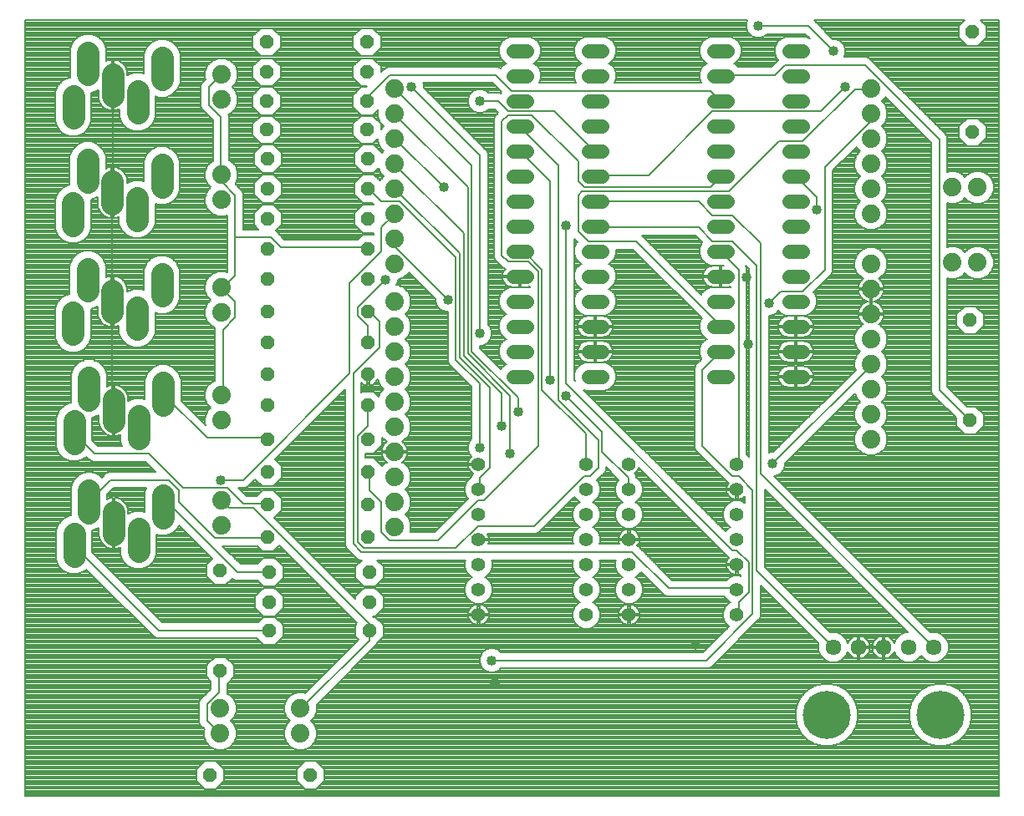
<source format=gbl>
G75*
%MOIN*%
%OFA0B0*%
%FSLAX25Y25*%
%IPPOS*%
%LPD*%
%AMOC8*
5,1,8,0,0,1.08239X$1,22.5*
%
%ADD10C,0.07400*%
%ADD11C,0.05600*%
%ADD12OC8,0.05600*%
%ADD13C,0.05494*%
%ADD14C,0.08858*%
%ADD15C,0.06337*%
%ADD16C,0.19193*%
%ADD17C,0.00800*%
%ADD18C,0.04000*%
D10*
X0085500Y0032500D03*
X0085500Y0042500D03*
X0117500Y0042500D03*
X0117500Y0032500D03*
X0086000Y0115500D03*
X0086000Y0125500D03*
X0086000Y0157500D03*
X0086000Y0167500D03*
X0086000Y0200500D03*
X0086000Y0210500D03*
X0086000Y0245500D03*
X0086000Y0255500D03*
X0086000Y0285500D03*
X0086000Y0295500D03*
X0155000Y0290000D03*
X0155000Y0280000D03*
X0155000Y0270000D03*
X0155000Y0260000D03*
X0155000Y0250000D03*
X0155000Y0240000D03*
X0155000Y0230000D03*
X0155000Y0220000D03*
X0155000Y0205000D03*
X0155000Y0195000D03*
X0155000Y0185000D03*
X0155000Y0175000D03*
X0155000Y0165000D03*
X0155000Y0155000D03*
X0155000Y0145000D03*
X0155000Y0135000D03*
X0155000Y0125000D03*
X0155000Y0115000D03*
X0345000Y0150000D03*
X0345000Y0160000D03*
X0345000Y0170000D03*
X0345000Y0180000D03*
X0345000Y0190000D03*
X0345000Y0200000D03*
X0345000Y0210000D03*
X0345000Y0220000D03*
X0345000Y0240000D03*
X0345000Y0250000D03*
X0345000Y0260000D03*
X0345000Y0270000D03*
X0345000Y0280000D03*
X0345000Y0290000D03*
X0377500Y0250500D03*
X0387500Y0250500D03*
X0387500Y0220500D03*
X0377500Y0220500D03*
D11*
X0317800Y0225000D02*
X0312200Y0225000D01*
X0312200Y0215000D02*
X0317800Y0215000D01*
X0317800Y0205000D02*
X0312200Y0205000D01*
X0312200Y0195000D02*
X0317800Y0195000D01*
X0317800Y0185000D02*
X0312200Y0185000D01*
X0312200Y0175000D02*
X0317800Y0175000D01*
X0287800Y0175000D02*
X0282200Y0175000D01*
X0282200Y0185000D02*
X0287800Y0185000D01*
X0287800Y0195000D02*
X0282200Y0195000D01*
X0282200Y0205000D02*
X0287800Y0205000D01*
X0287800Y0215000D02*
X0282200Y0215000D01*
X0282200Y0225000D02*
X0287800Y0225000D01*
X0287800Y0235000D02*
X0282200Y0235000D01*
X0282200Y0245000D02*
X0287800Y0245000D01*
X0287800Y0255000D02*
X0282200Y0255000D01*
X0282200Y0265000D02*
X0287800Y0265000D01*
X0287800Y0275000D02*
X0282200Y0275000D01*
X0282200Y0285000D02*
X0287800Y0285000D01*
X0287800Y0295000D02*
X0282200Y0295000D01*
X0282200Y0305000D02*
X0287800Y0305000D01*
X0312200Y0305000D02*
X0317800Y0305000D01*
X0317800Y0295000D02*
X0312200Y0295000D01*
X0312200Y0285000D02*
X0317800Y0285000D01*
X0317800Y0275000D02*
X0312200Y0275000D01*
X0312200Y0265000D02*
X0317800Y0265000D01*
X0317800Y0255000D02*
X0312200Y0255000D01*
X0312200Y0245000D02*
X0317800Y0245000D01*
X0317800Y0235000D02*
X0312200Y0235000D01*
X0237800Y0235000D02*
X0232200Y0235000D01*
X0232200Y0245000D02*
X0237800Y0245000D01*
X0237800Y0255000D02*
X0232200Y0255000D01*
X0232200Y0265000D02*
X0237800Y0265000D01*
X0237800Y0275000D02*
X0232200Y0275000D01*
X0232200Y0285000D02*
X0237800Y0285000D01*
X0237800Y0295000D02*
X0232200Y0295000D01*
X0232200Y0305000D02*
X0237800Y0305000D01*
X0207800Y0305000D02*
X0202200Y0305000D01*
X0202200Y0295000D02*
X0207800Y0295000D01*
X0207800Y0285000D02*
X0202200Y0285000D01*
X0202200Y0275000D02*
X0207800Y0275000D01*
X0207800Y0265000D02*
X0202200Y0265000D01*
X0202200Y0255000D02*
X0207800Y0255000D01*
X0207800Y0245000D02*
X0202200Y0245000D01*
X0202200Y0235000D02*
X0207800Y0235000D01*
X0207800Y0225000D02*
X0202200Y0225000D01*
X0202200Y0215000D02*
X0207800Y0215000D01*
X0207800Y0205000D02*
X0202200Y0205000D01*
X0202200Y0195000D02*
X0207800Y0195000D01*
X0207800Y0185000D02*
X0202200Y0185000D01*
X0202200Y0175000D02*
X0207800Y0175000D01*
X0232200Y0175000D02*
X0237800Y0175000D01*
X0237800Y0185000D02*
X0232200Y0185000D01*
X0232200Y0195000D02*
X0237800Y0195000D01*
X0237800Y0205000D02*
X0232200Y0205000D01*
X0232200Y0215000D02*
X0237800Y0215000D01*
X0237800Y0225000D02*
X0232200Y0225000D01*
D12*
X0144500Y0226000D03*
X0144500Y0214000D03*
X0144500Y0201000D03*
X0144500Y0188500D03*
X0144500Y0176000D03*
X0144500Y0163500D03*
X0144500Y0150000D03*
X0144500Y0137000D03*
X0144500Y0124000D03*
X0144500Y0111000D03*
X0145000Y0097000D03*
X0145000Y0085000D03*
X0145000Y0073500D03*
X0105000Y0073500D03*
X0105000Y0085000D03*
X0105000Y0097000D03*
X0104500Y0111000D03*
X0104500Y0124000D03*
X0104500Y0137000D03*
X0104500Y0150000D03*
X0104500Y0163500D03*
X0104500Y0176000D03*
X0104500Y0188500D03*
X0104500Y0201000D03*
X0104500Y0214000D03*
X0104500Y0226000D03*
X0104500Y0238000D03*
X0104500Y0250000D03*
X0104500Y0262000D03*
X0104000Y0273500D03*
X0104000Y0285000D03*
X0104000Y0296500D03*
X0104000Y0308500D03*
X0144000Y0308500D03*
X0144000Y0296500D03*
X0144000Y0285000D03*
X0144000Y0273500D03*
X0144500Y0262000D03*
X0144500Y0250000D03*
X0144500Y0238000D03*
X0085500Y0097500D03*
X0085500Y0057500D03*
X0081500Y0016000D03*
X0121500Y0016000D03*
X0384500Y0157500D03*
X0384500Y0197500D03*
X0385500Y0272500D03*
X0385500Y0312500D03*
D13*
X0291496Y0140000D03*
X0291496Y0130000D03*
X0291496Y0120000D03*
X0291496Y0110000D03*
X0291496Y0100000D03*
X0291496Y0090000D03*
X0291496Y0080000D03*
X0248504Y0080000D03*
X0248504Y0090000D03*
X0248504Y0100000D03*
X0248504Y0110000D03*
X0248504Y0120000D03*
X0248504Y0130000D03*
X0248504Y0140000D03*
X0231496Y0140000D03*
X0231496Y0130000D03*
X0231496Y0120000D03*
X0231496Y0110000D03*
X0231496Y0100000D03*
X0231496Y0090000D03*
X0231496Y0080000D03*
X0188504Y0080000D03*
X0188504Y0090000D03*
X0188504Y0100000D03*
X0188504Y0110000D03*
X0188504Y0120000D03*
X0188504Y0130000D03*
X0188504Y0140000D03*
D14*
X0062685Y0127622D02*
X0062685Y0118764D01*
X0052843Y0114236D02*
X0052843Y0105378D01*
X0043000Y0112071D02*
X0043000Y0120929D01*
X0033157Y0120732D02*
X0033157Y0129591D01*
X0027252Y0112268D02*
X0027252Y0103409D01*
X0027252Y0148409D02*
X0027252Y0157268D01*
X0033157Y0165732D02*
X0033157Y0174591D01*
X0043000Y0165929D02*
X0043000Y0157071D01*
X0052843Y0159236D02*
X0052843Y0150378D01*
X0062685Y0163764D02*
X0062685Y0172622D01*
X0052343Y0193878D02*
X0052343Y0202736D01*
X0062185Y0207264D02*
X0062185Y0216122D01*
X0042500Y0209429D02*
X0042500Y0200571D01*
X0032657Y0209232D02*
X0032657Y0218091D01*
X0026752Y0200768D02*
X0026752Y0191909D01*
X0026752Y0235409D02*
X0026752Y0244268D01*
X0032657Y0252732D02*
X0032657Y0261591D01*
X0042500Y0252929D02*
X0042500Y0244071D01*
X0052343Y0246236D02*
X0052343Y0237378D01*
X0062185Y0250764D02*
X0062185Y0259622D01*
X0052520Y0280224D02*
X0052520Y0289083D01*
X0062362Y0293610D02*
X0062362Y0302469D01*
X0042677Y0295776D02*
X0042677Y0286917D01*
X0032835Y0295579D02*
X0032835Y0304437D01*
X0026929Y0287114D02*
X0026929Y0278256D01*
D15*
X0330000Y0066969D03*
X0340000Y0066969D03*
X0350000Y0066969D03*
X0360000Y0066969D03*
X0370000Y0066969D03*
D16*
X0372638Y0040000D03*
X0327362Y0040000D03*
D17*
X0007800Y0007800D02*
X0007800Y0317161D01*
X0295699Y0317161D01*
X0295200Y0315955D01*
X0295200Y0314045D01*
X0295931Y0312281D01*
X0297281Y0310931D01*
X0299045Y0310200D01*
X0300955Y0310200D01*
X0302719Y0310931D01*
X0303588Y0311800D01*
X0318675Y0311800D01*
X0320554Y0309921D01*
X0318914Y0310600D01*
X0311086Y0310600D01*
X0309028Y0309747D01*
X0307453Y0308172D01*
X0306600Y0306114D01*
X0306600Y0303886D01*
X0307453Y0301828D01*
X0307977Y0301303D01*
X0307887Y0301213D01*
X0305275Y0298600D01*
X0292120Y0298600D01*
X0290972Y0299747D01*
X0290362Y0300000D01*
X0290972Y0300253D01*
X0292547Y0301828D01*
X0293400Y0303886D01*
X0293400Y0306114D01*
X0292547Y0308172D01*
X0290972Y0309747D01*
X0288914Y0310600D01*
X0281086Y0310600D01*
X0279028Y0309747D01*
X0277453Y0308172D01*
X0276600Y0306114D01*
X0276600Y0303886D01*
X0277453Y0301828D01*
X0279028Y0300253D01*
X0279638Y0300000D01*
X0279028Y0299747D01*
X0277453Y0298172D01*
X0276600Y0296114D01*
X0276600Y0293886D01*
X0277298Y0292200D01*
X0242702Y0292200D01*
X0243400Y0293886D01*
X0243400Y0296114D01*
X0242547Y0298172D01*
X0240972Y0299747D01*
X0240362Y0300000D01*
X0240972Y0300253D01*
X0242547Y0301828D01*
X0243400Y0303886D01*
X0243400Y0306114D01*
X0242547Y0308172D01*
X0240972Y0309747D01*
X0238914Y0310600D01*
X0231086Y0310600D01*
X0229028Y0309747D01*
X0227453Y0308172D01*
X0226600Y0306114D01*
X0226600Y0303886D01*
X0227453Y0301828D01*
X0229028Y0300253D01*
X0229638Y0300000D01*
X0229028Y0299747D01*
X0227453Y0298172D01*
X0226600Y0296114D01*
X0226600Y0293886D01*
X0227298Y0292200D01*
X0212702Y0292200D01*
X0213400Y0293886D01*
X0213400Y0296114D01*
X0212547Y0298172D01*
X0210972Y0299747D01*
X0210362Y0300000D01*
X0210972Y0300253D01*
X0212547Y0301828D01*
X0213400Y0303886D01*
X0213400Y0306114D01*
X0212547Y0308172D01*
X0210972Y0309747D01*
X0208914Y0310600D01*
X0201086Y0310600D01*
X0199028Y0309747D01*
X0197453Y0308172D01*
X0196600Y0306114D01*
X0196600Y0303886D01*
X0197453Y0301828D01*
X0199028Y0300253D01*
X0199638Y0300000D01*
X0199028Y0299747D01*
X0197453Y0298172D01*
X0197365Y0297961D01*
X0197213Y0298113D01*
X0196037Y0298600D01*
X0152363Y0298600D01*
X0151187Y0298113D01*
X0150287Y0297213D01*
X0149600Y0296525D01*
X0149600Y0298820D01*
X0146320Y0302100D01*
X0141680Y0302100D01*
X0138400Y0298820D01*
X0138400Y0294180D01*
X0141680Y0290900D01*
X0143975Y0290900D01*
X0143675Y0290600D01*
X0141680Y0290600D01*
X0138400Y0287320D01*
X0138400Y0282680D01*
X0141680Y0279400D01*
X0146320Y0279400D01*
X0148703Y0281784D01*
X0148500Y0281293D01*
X0148500Y0278707D01*
X0149490Y0276318D01*
X0150808Y0275000D01*
X0149600Y0273792D01*
X0149600Y0275820D01*
X0146320Y0279100D01*
X0141680Y0279100D01*
X0138400Y0275820D01*
X0138400Y0271180D01*
X0141680Y0267900D01*
X0146320Y0267900D01*
X0148500Y0270080D01*
X0148500Y0268707D01*
X0149490Y0266318D01*
X0150808Y0265000D01*
X0150100Y0264292D01*
X0150100Y0264320D01*
X0146820Y0267600D01*
X0142180Y0267600D01*
X0138900Y0264320D01*
X0138900Y0259680D01*
X0142180Y0256400D01*
X0146820Y0256400D01*
X0148684Y0258264D01*
X0149490Y0256318D01*
X0150808Y0255000D01*
X0149490Y0253682D01*
X0149269Y0253150D01*
X0146820Y0255600D01*
X0142180Y0255600D01*
X0138900Y0252320D01*
X0138900Y0247680D01*
X0142180Y0244400D01*
X0145875Y0244400D01*
X0146675Y0243600D01*
X0142180Y0243600D01*
X0138900Y0240320D01*
X0138900Y0235680D01*
X0142180Y0232400D01*
X0146600Y0232400D01*
X0146600Y0231600D01*
X0142180Y0231600D01*
X0140380Y0229800D01*
X0111125Y0229800D01*
X0108513Y0232413D01*
X0107673Y0233253D01*
X0110100Y0235680D01*
X0110100Y0240320D01*
X0106820Y0243600D01*
X0102180Y0243600D01*
X0098900Y0240320D01*
X0098900Y0235680D01*
X0100780Y0233800D01*
X0094600Y0233800D01*
X0094600Y0248037D01*
X0094113Y0249213D01*
X0093213Y0250113D01*
X0091509Y0251817D01*
X0091510Y0251818D01*
X0092500Y0254207D01*
X0092500Y0256793D01*
X0091510Y0259182D01*
X0089682Y0261010D01*
X0089000Y0261293D01*
X0089000Y0279237D01*
X0088834Y0279638D01*
X0089682Y0279990D01*
X0091510Y0281818D01*
X0092500Y0284207D01*
X0092500Y0286793D01*
X0091510Y0289182D01*
X0090192Y0290500D01*
X0091510Y0291818D01*
X0092500Y0294207D01*
X0092500Y0296793D01*
X0091510Y0299182D01*
X0089682Y0301010D01*
X0087293Y0302000D01*
X0084707Y0302000D01*
X0082318Y0301010D01*
X0080490Y0299182D01*
X0079500Y0296793D01*
X0079500Y0294207D01*
X0079670Y0293796D01*
X0078287Y0292413D01*
X0077800Y0291237D01*
X0077800Y0282763D01*
X0078287Y0281587D01*
X0079187Y0280687D01*
X0082600Y0277275D01*
X0082600Y0261127D01*
X0082318Y0261010D01*
X0080490Y0259182D01*
X0079500Y0256793D01*
X0079500Y0254207D01*
X0080490Y0251818D01*
X0081808Y0250500D01*
X0080490Y0249182D01*
X0079500Y0246793D01*
X0079500Y0244207D01*
X0080490Y0241818D01*
X0082318Y0239990D01*
X0084707Y0239000D01*
X0087293Y0239000D01*
X0088200Y0239376D01*
X0088200Y0216725D01*
X0088128Y0216654D01*
X0087293Y0217000D01*
X0084707Y0217000D01*
X0082318Y0216010D01*
X0080490Y0214182D01*
X0079500Y0211793D01*
X0079500Y0209207D01*
X0080490Y0206818D01*
X0081808Y0205500D01*
X0080490Y0204182D01*
X0079500Y0201793D01*
X0079500Y0199207D01*
X0080490Y0196818D01*
X0082318Y0194990D01*
X0083437Y0194526D01*
X0083400Y0194437D01*
X0083400Y0173459D01*
X0082318Y0173010D01*
X0080490Y0171182D01*
X0079500Y0168793D01*
X0079500Y0166207D01*
X0080490Y0163818D01*
X0081808Y0162500D01*
X0080490Y0161182D01*
X0079500Y0158793D01*
X0079500Y0156207D01*
X0079770Y0155556D01*
X0069914Y0165411D01*
X0069914Y0174060D01*
X0068814Y0176717D01*
X0066780Y0178751D01*
X0064123Y0179851D01*
X0061247Y0179851D01*
X0058590Y0178751D01*
X0056556Y0176717D01*
X0055456Y0174060D01*
X0055456Y0165978D01*
X0054280Y0166465D01*
X0051405Y0166465D01*
X0048829Y0165399D01*
X0048829Y0166388D01*
X0048686Y0167294D01*
X0048402Y0168167D01*
X0047986Y0168984D01*
X0047446Y0169727D01*
X0046797Y0170375D01*
X0046055Y0170915D01*
X0045238Y0171331D01*
X0044365Y0171615D01*
X0043459Y0171758D01*
X0043400Y0171758D01*
X0043400Y0161900D01*
X0042600Y0161900D01*
X0042600Y0171758D01*
X0042541Y0171758D01*
X0041635Y0171615D01*
X0040762Y0171331D01*
X0040387Y0171140D01*
X0040387Y0176029D01*
X0039286Y0178686D01*
X0037252Y0180719D01*
X0034595Y0181820D01*
X0031720Y0181820D01*
X0029062Y0180719D01*
X0027029Y0178686D01*
X0025928Y0176029D01*
X0025928Y0164497D01*
X0025814Y0164497D01*
X0023157Y0163396D01*
X0021123Y0161363D01*
X0020023Y0158706D01*
X0020023Y0146971D01*
X0021123Y0144314D01*
X0023157Y0142281D01*
X0025814Y0141180D01*
X0028690Y0141180D01*
X0031347Y0142281D01*
X0032070Y0143004D01*
X0033587Y0141487D01*
X0034763Y0141000D01*
X0055675Y0141000D01*
X0059675Y0137000D01*
X0041163Y0137000D01*
X0039987Y0136513D01*
X0038223Y0134749D01*
X0037252Y0135719D01*
X0034595Y0136820D01*
X0031720Y0136820D01*
X0029062Y0135719D01*
X0027029Y0133686D01*
X0025928Y0131029D01*
X0025928Y0119497D01*
X0025814Y0119497D01*
X0023157Y0118396D01*
X0021123Y0116363D01*
X0020023Y0113706D01*
X0020023Y0101971D01*
X0021123Y0099314D01*
X0023157Y0097281D01*
X0025814Y0096180D01*
X0028690Y0096180D01*
X0031347Y0097281D01*
X0032170Y0098104D01*
X0059187Y0071087D01*
X0060363Y0070600D01*
X0099980Y0070600D01*
X0102680Y0067900D01*
X0107320Y0067900D01*
X0110600Y0071180D01*
X0110600Y0075820D01*
X0107320Y0079100D01*
X0102680Y0079100D01*
X0100580Y0077000D01*
X0062325Y0077000D01*
X0034481Y0104844D01*
X0034481Y0113503D01*
X0034595Y0113503D01*
X0037171Y0114570D01*
X0037171Y0111612D01*
X0037314Y0110706D01*
X0037598Y0109833D01*
X0038014Y0109016D01*
X0038554Y0108273D01*
X0039203Y0107625D01*
X0039945Y0107085D01*
X0040762Y0106669D01*
X0041635Y0106385D01*
X0042541Y0106242D01*
X0042600Y0106242D01*
X0042600Y0116100D01*
X0043400Y0116100D01*
X0043400Y0106242D01*
X0043459Y0106242D01*
X0044365Y0106385D01*
X0045238Y0106669D01*
X0045613Y0106860D01*
X0045613Y0103940D01*
X0046714Y0101283D01*
X0048748Y0099249D01*
X0051405Y0098149D01*
X0054280Y0098149D01*
X0056937Y0099249D01*
X0058971Y0101283D01*
X0060072Y0103940D01*
X0060072Y0112022D01*
X0061247Y0111535D01*
X0064123Y0111535D01*
X0066780Y0112635D01*
X0068814Y0114669D01*
X0069163Y0115512D01*
X0082377Y0102297D01*
X0079900Y0099820D01*
X0079900Y0095180D01*
X0083180Y0091900D01*
X0087820Y0091900D01*
X0090297Y0094377D01*
X0090387Y0094287D01*
X0091563Y0093800D01*
X0100280Y0093800D01*
X0102680Y0091400D01*
X0107320Y0091400D01*
X0110600Y0094680D01*
X0110600Y0099320D01*
X0107320Y0102600D01*
X0102680Y0102600D01*
X0100280Y0100200D01*
X0093525Y0100200D01*
X0086325Y0107400D01*
X0100180Y0107400D01*
X0102180Y0105400D01*
X0106820Y0105400D01*
X0109047Y0107627D01*
X0140127Y0076547D01*
X0139400Y0075820D01*
X0139400Y0071180D01*
X0140627Y0069953D01*
X0119416Y0048742D01*
X0118793Y0049000D01*
X0116207Y0049000D01*
X0113818Y0048010D01*
X0111990Y0046182D01*
X0111000Y0043793D01*
X0111000Y0041207D01*
X0111990Y0038818D01*
X0113308Y0037500D01*
X0111990Y0036182D01*
X0111000Y0033793D01*
X0111000Y0031207D01*
X0111990Y0028818D01*
X0113818Y0026990D01*
X0116207Y0026000D01*
X0118793Y0026000D01*
X0121182Y0026990D01*
X0123010Y0028818D01*
X0124000Y0031207D01*
X0124000Y0033793D01*
X0123010Y0036182D01*
X0121692Y0037500D01*
X0123010Y0038818D01*
X0124000Y0041207D01*
X0124000Y0043793D01*
X0123859Y0044133D01*
X0147713Y0067987D01*
X0147929Y0068510D01*
X0150600Y0071180D01*
X0150600Y0075820D01*
X0147320Y0079100D01*
X0146625Y0079100D01*
X0146325Y0079400D01*
X0147320Y0079400D01*
X0150600Y0082680D01*
X0150600Y0087320D01*
X0147320Y0090600D01*
X0142680Y0090600D01*
X0139400Y0087320D01*
X0139400Y0086325D01*
X0107073Y0118653D01*
X0110100Y0121680D01*
X0110100Y0126320D01*
X0106820Y0129600D01*
X0102180Y0129600D01*
X0099980Y0127400D01*
X0095925Y0127400D01*
X0092725Y0130600D01*
X0095237Y0130600D01*
X0096413Y0131087D01*
X0099453Y0134127D01*
X0102180Y0131400D01*
X0106820Y0131400D01*
X0110100Y0134680D01*
X0110100Y0139320D01*
X0107373Y0142047D01*
X0135400Y0170075D01*
X0135400Y0107563D01*
X0135887Y0106387D01*
X0136787Y0105487D01*
X0139987Y0102287D01*
X0141163Y0101800D01*
X0141880Y0101800D01*
X0139400Y0099320D01*
X0139400Y0094680D01*
X0142680Y0091400D01*
X0147320Y0091400D01*
X0150600Y0094680D01*
X0150600Y0099320D01*
X0148120Y0101800D01*
X0183245Y0101800D01*
X0182957Y0101103D01*
X0182957Y0098897D01*
X0183801Y0096858D01*
X0185362Y0095297D01*
X0186079Y0095000D01*
X0185362Y0094703D01*
X0183801Y0093142D01*
X0182957Y0091103D01*
X0182957Y0088897D01*
X0183801Y0086858D01*
X0185362Y0085297D01*
X0187401Y0084453D01*
X0189607Y0084453D01*
X0191646Y0085297D01*
X0193207Y0086858D01*
X0194051Y0088897D01*
X0194051Y0091103D01*
X0193207Y0093142D01*
X0191646Y0094703D01*
X0190928Y0095000D01*
X0191646Y0095297D01*
X0193207Y0096858D01*
X0194051Y0098897D01*
X0194051Y0101103D01*
X0193763Y0101800D01*
X0226237Y0101800D01*
X0225949Y0101103D01*
X0225949Y0098897D01*
X0226793Y0096858D01*
X0228354Y0095297D01*
X0229072Y0095000D01*
X0228354Y0094703D01*
X0226793Y0093142D01*
X0225949Y0091103D01*
X0225949Y0088897D01*
X0226793Y0086858D01*
X0228354Y0085297D01*
X0229072Y0085000D01*
X0228354Y0084703D01*
X0226793Y0083142D01*
X0225949Y0081103D01*
X0225949Y0078897D01*
X0226793Y0076858D01*
X0228354Y0075297D01*
X0230393Y0074453D01*
X0232599Y0074453D01*
X0234638Y0075297D01*
X0236199Y0076858D01*
X0237043Y0078897D01*
X0237043Y0081103D01*
X0236199Y0083142D01*
X0234638Y0084703D01*
X0233921Y0085000D01*
X0234638Y0085297D01*
X0236199Y0086858D01*
X0237043Y0088897D01*
X0237043Y0091103D01*
X0236199Y0093142D01*
X0234638Y0094703D01*
X0233921Y0095000D01*
X0234638Y0095297D01*
X0236199Y0096858D01*
X0237043Y0098897D01*
X0237043Y0101103D01*
X0236755Y0101800D01*
X0243245Y0101800D01*
X0242957Y0101103D01*
X0242957Y0098897D01*
X0243801Y0096858D01*
X0245362Y0095297D01*
X0246079Y0095000D01*
X0245362Y0094703D01*
X0243801Y0093142D01*
X0242957Y0091103D01*
X0242957Y0088897D01*
X0243801Y0086858D01*
X0245362Y0085297D01*
X0247401Y0084453D01*
X0249607Y0084453D01*
X0251646Y0085297D01*
X0253207Y0086858D01*
X0254051Y0088897D01*
X0254051Y0091103D01*
X0253207Y0093142D01*
X0251646Y0094703D01*
X0250928Y0095000D01*
X0251646Y0095297D01*
X0253207Y0096858D01*
X0253268Y0097006D01*
X0262387Y0087887D01*
X0263563Y0087400D01*
X0286569Y0087400D01*
X0286793Y0086858D01*
X0288354Y0085297D01*
X0289000Y0085030D01*
X0289000Y0084970D01*
X0288354Y0084703D01*
X0286793Y0083142D01*
X0285949Y0081103D01*
X0285949Y0078897D01*
X0286793Y0076858D01*
X0288354Y0075297D01*
X0288367Y0075292D01*
X0278075Y0065000D01*
X0197388Y0065000D01*
X0196519Y0065869D01*
X0194755Y0066600D01*
X0192845Y0066600D01*
X0191081Y0065869D01*
X0189731Y0064519D01*
X0189000Y0062755D01*
X0189000Y0060845D01*
X0189731Y0059081D01*
X0191081Y0057731D01*
X0192845Y0057000D01*
X0194755Y0057000D01*
X0196519Y0057731D01*
X0197388Y0058600D01*
X0280037Y0058600D01*
X0281213Y0059087D01*
X0299613Y0077487D01*
X0300513Y0078387D01*
X0301000Y0079563D01*
X0301000Y0091675D01*
X0324174Y0068500D01*
X0324031Y0068156D01*
X0324031Y0065781D01*
X0324940Y0063588D01*
X0326619Y0061909D01*
X0328813Y0061000D01*
X0331187Y0061000D01*
X0333381Y0061909D01*
X0335060Y0063588D01*
X0335752Y0065259D01*
X0335766Y0065215D01*
X0336093Y0064574D01*
X0336515Y0063992D01*
X0337024Y0063484D01*
X0337606Y0063061D01*
X0338246Y0062735D01*
X0338930Y0062512D01*
X0339600Y0062406D01*
X0339600Y0066568D01*
X0340400Y0066568D01*
X0340400Y0062406D01*
X0341070Y0062512D01*
X0341754Y0062735D01*
X0342394Y0063061D01*
X0342976Y0063484D01*
X0343485Y0063992D01*
X0343907Y0064574D01*
X0344234Y0065215D01*
X0344456Y0065899D01*
X0344562Y0066569D01*
X0340400Y0066569D01*
X0340400Y0067368D01*
X0344562Y0067368D01*
X0344456Y0068038D01*
X0344234Y0068722D01*
X0343907Y0069363D01*
X0343485Y0069945D01*
X0342976Y0070453D01*
X0342394Y0070876D01*
X0341754Y0071202D01*
X0341070Y0071425D01*
X0340400Y0071531D01*
X0340400Y0067369D01*
X0339600Y0067369D01*
X0339600Y0071531D01*
X0338930Y0071425D01*
X0338246Y0071202D01*
X0337606Y0070876D01*
X0337024Y0070453D01*
X0336515Y0069945D01*
X0336093Y0069363D01*
X0335766Y0068722D01*
X0335752Y0068678D01*
X0335060Y0070349D01*
X0333381Y0072028D01*
X0331187Y0072937D01*
X0328813Y0072937D01*
X0328796Y0072930D01*
X0302600Y0099125D01*
X0302600Y0130075D01*
X0359738Y0072937D01*
X0358813Y0072937D01*
X0356619Y0072028D01*
X0354940Y0070349D01*
X0354248Y0068678D01*
X0354234Y0068722D01*
X0353907Y0069363D01*
X0353485Y0069945D01*
X0352976Y0070453D01*
X0352394Y0070876D01*
X0351754Y0071202D01*
X0351070Y0071425D01*
X0350400Y0071531D01*
X0350400Y0067369D01*
X0349600Y0067369D01*
X0349600Y0071531D01*
X0348930Y0071425D01*
X0348246Y0071202D01*
X0347606Y0070876D01*
X0347024Y0070453D01*
X0346515Y0069945D01*
X0346093Y0069363D01*
X0345766Y0068722D01*
X0345544Y0068038D01*
X0345438Y0067368D01*
X0349600Y0067368D01*
X0349600Y0066569D01*
X0345438Y0066569D01*
X0345544Y0065899D01*
X0345766Y0065215D01*
X0346093Y0064574D01*
X0346515Y0063992D01*
X0347024Y0063484D01*
X0347606Y0063061D01*
X0348246Y0062735D01*
X0348930Y0062512D01*
X0349600Y0062406D01*
X0349600Y0066568D01*
X0350400Y0066568D01*
X0350400Y0062406D01*
X0351070Y0062512D01*
X0351754Y0062735D01*
X0352394Y0063061D01*
X0352976Y0063484D01*
X0353485Y0063992D01*
X0353907Y0064574D01*
X0354234Y0065215D01*
X0354248Y0065259D01*
X0354940Y0063588D01*
X0356619Y0061909D01*
X0358813Y0061000D01*
X0361187Y0061000D01*
X0363381Y0061909D01*
X0365000Y0063528D01*
X0366619Y0061909D01*
X0368813Y0061000D01*
X0371187Y0061000D01*
X0373381Y0061909D01*
X0375060Y0063588D01*
X0375968Y0065781D01*
X0375968Y0068156D01*
X0375060Y0070349D01*
X0373381Y0072028D01*
X0371187Y0072937D01*
X0368813Y0072937D01*
X0368796Y0072930D01*
X0306325Y0135400D01*
X0306755Y0135400D01*
X0308519Y0136131D01*
X0309869Y0137481D01*
X0310600Y0139245D01*
X0310600Y0140475D01*
X0338597Y0168472D01*
X0339490Y0166318D01*
X0340808Y0165000D01*
X0339490Y0163682D01*
X0338500Y0161293D01*
X0338500Y0158707D01*
X0339490Y0156318D01*
X0340808Y0155000D01*
X0339490Y0153682D01*
X0338500Y0151293D01*
X0338500Y0148707D01*
X0339490Y0146318D01*
X0341318Y0144490D01*
X0343707Y0143500D01*
X0346293Y0143500D01*
X0348682Y0144490D01*
X0350510Y0146318D01*
X0351500Y0148707D01*
X0351500Y0151293D01*
X0350510Y0153682D01*
X0349192Y0155000D01*
X0350510Y0156318D01*
X0351500Y0158707D01*
X0351500Y0161293D01*
X0350510Y0163682D01*
X0349192Y0165000D01*
X0350510Y0166318D01*
X0351500Y0168707D01*
X0351500Y0171293D01*
X0350510Y0173682D01*
X0349192Y0175000D01*
X0350510Y0176318D01*
X0351500Y0178707D01*
X0351500Y0181293D01*
X0350510Y0183682D01*
X0349192Y0185000D01*
X0350510Y0186318D01*
X0351500Y0188707D01*
X0351500Y0191293D01*
X0350510Y0193682D01*
X0348682Y0195510D01*
X0347927Y0195823D01*
X0348322Y0196110D01*
X0348890Y0196678D01*
X0349362Y0197327D01*
X0349726Y0198042D01*
X0349974Y0198806D01*
X0350100Y0199599D01*
X0350100Y0199600D01*
X0345400Y0199600D01*
X0345400Y0200400D01*
X0350100Y0200400D01*
X0350100Y0200401D01*
X0349974Y0201194D01*
X0349726Y0201958D01*
X0349362Y0202673D01*
X0348890Y0203322D01*
X0348322Y0203890D01*
X0347673Y0204362D01*
X0346958Y0204726D01*
X0346194Y0204974D01*
X0346033Y0205000D01*
X0346194Y0205026D01*
X0346958Y0205274D01*
X0347673Y0205638D01*
X0348322Y0206110D01*
X0348890Y0206678D01*
X0349362Y0207327D01*
X0349726Y0208042D01*
X0349974Y0208806D01*
X0350100Y0209599D01*
X0350100Y0209600D01*
X0345400Y0209600D01*
X0345400Y0210400D01*
X0350100Y0210400D01*
X0350100Y0210401D01*
X0349974Y0211194D01*
X0349726Y0211958D01*
X0349362Y0212673D01*
X0348890Y0213322D01*
X0348322Y0213890D01*
X0347927Y0214177D01*
X0348682Y0214490D01*
X0350510Y0216318D01*
X0351500Y0218707D01*
X0351500Y0221293D01*
X0350510Y0223682D01*
X0348682Y0225510D01*
X0346293Y0226500D01*
X0343707Y0226500D01*
X0341318Y0225510D01*
X0339490Y0223682D01*
X0338500Y0221293D01*
X0338500Y0218707D01*
X0339490Y0216318D01*
X0341318Y0214490D01*
X0342073Y0214177D01*
X0341678Y0213890D01*
X0341110Y0213322D01*
X0340638Y0212673D01*
X0340274Y0211958D01*
X0340026Y0211194D01*
X0339900Y0210401D01*
X0339900Y0210400D01*
X0344600Y0210400D01*
X0344600Y0209600D01*
X0339900Y0209600D01*
X0339900Y0209599D01*
X0340026Y0208806D01*
X0340274Y0208042D01*
X0340638Y0207327D01*
X0341110Y0206678D01*
X0341678Y0206110D01*
X0342327Y0205638D01*
X0343042Y0205274D01*
X0343806Y0205026D01*
X0343967Y0205000D01*
X0343806Y0204974D01*
X0343042Y0204726D01*
X0342327Y0204362D01*
X0341678Y0203890D01*
X0341110Y0203322D01*
X0340638Y0202673D01*
X0340274Y0201958D01*
X0340026Y0201194D01*
X0339900Y0200401D01*
X0339900Y0200400D01*
X0344600Y0200400D01*
X0344600Y0209600D01*
X0345400Y0209600D01*
X0345400Y0204900D01*
X0345400Y0200400D01*
X0344600Y0200400D01*
X0344600Y0199600D01*
X0339900Y0199600D01*
X0339900Y0199599D01*
X0340026Y0198806D01*
X0340274Y0198042D01*
X0340638Y0197327D01*
X0341110Y0196678D01*
X0341678Y0196110D01*
X0342073Y0195823D01*
X0341318Y0195510D01*
X0339490Y0193682D01*
X0338500Y0191293D01*
X0338500Y0188707D01*
X0339490Y0186318D01*
X0340808Y0185000D01*
X0339490Y0183682D01*
X0338500Y0181293D01*
X0338500Y0178707D01*
X0338875Y0177801D01*
X0306075Y0145000D01*
X0304845Y0145000D01*
X0304200Y0144733D01*
X0304200Y0199400D01*
X0305155Y0199400D01*
X0306919Y0200131D01*
X0308034Y0201246D01*
X0309028Y0200253D01*
X0311086Y0199400D01*
X0318914Y0199400D01*
X0320972Y0200253D01*
X0322547Y0201828D01*
X0323400Y0203886D01*
X0323400Y0206114D01*
X0322547Y0208172D01*
X0322023Y0208697D01*
X0329313Y0215987D01*
X0329800Y0217163D01*
X0329800Y0257275D01*
X0339300Y0266775D01*
X0339490Y0266318D01*
X0340808Y0265000D01*
X0339490Y0263682D01*
X0338500Y0261293D01*
X0338500Y0258707D01*
X0339490Y0256318D01*
X0340808Y0255000D01*
X0339490Y0253682D01*
X0338500Y0251293D01*
X0338500Y0248707D01*
X0339490Y0246318D01*
X0340808Y0245000D01*
X0339490Y0243682D01*
X0338500Y0241293D01*
X0338500Y0238707D01*
X0339490Y0236318D01*
X0341318Y0234490D01*
X0343707Y0233500D01*
X0346293Y0233500D01*
X0348682Y0234490D01*
X0350510Y0236318D01*
X0351500Y0238707D01*
X0351500Y0241293D01*
X0350510Y0243682D01*
X0349192Y0245000D01*
X0350510Y0246318D01*
X0351500Y0248707D01*
X0351500Y0251293D01*
X0350510Y0253682D01*
X0349192Y0255000D01*
X0350510Y0256318D01*
X0351500Y0258707D01*
X0351500Y0261293D01*
X0350510Y0263682D01*
X0349192Y0265000D01*
X0350510Y0266318D01*
X0351500Y0268707D01*
X0351500Y0271293D01*
X0350510Y0273682D01*
X0349192Y0275000D01*
X0350510Y0276318D01*
X0351500Y0278707D01*
X0351500Y0281293D01*
X0350510Y0283682D01*
X0349192Y0285000D01*
X0350510Y0286318D01*
X0350700Y0286775D01*
X0369000Y0268475D01*
X0369000Y0169163D01*
X0369487Y0167987D01*
X0378900Y0158575D01*
X0378900Y0155180D01*
X0382180Y0151900D01*
X0386820Y0151900D01*
X0390100Y0155180D01*
X0390100Y0159820D01*
X0386820Y0163100D01*
X0383425Y0163100D01*
X0375400Y0171125D01*
X0375400Y0214334D01*
X0376207Y0214000D01*
X0378793Y0214000D01*
X0381182Y0214990D01*
X0382500Y0216308D01*
X0383818Y0214990D01*
X0386207Y0214000D01*
X0388793Y0214000D01*
X0391182Y0214990D01*
X0393010Y0216818D01*
X0394000Y0219207D01*
X0394000Y0221793D01*
X0393010Y0224182D01*
X0391182Y0226010D01*
X0388793Y0227000D01*
X0386207Y0227000D01*
X0383818Y0226010D01*
X0382500Y0224692D01*
X0381182Y0226010D01*
X0378793Y0227000D01*
X0376207Y0227000D01*
X0375400Y0226666D01*
X0375400Y0244334D01*
X0376207Y0244000D01*
X0378793Y0244000D01*
X0381182Y0244990D01*
X0382500Y0246308D01*
X0383818Y0244990D01*
X0386207Y0244000D01*
X0388793Y0244000D01*
X0391182Y0244990D01*
X0393010Y0246818D01*
X0394000Y0249207D01*
X0394000Y0251793D01*
X0393010Y0254182D01*
X0391182Y0256010D01*
X0388793Y0257000D01*
X0386207Y0257000D01*
X0383818Y0256010D01*
X0382500Y0254692D01*
X0381182Y0256010D01*
X0378793Y0257000D01*
X0376207Y0257000D01*
X0375400Y0256666D01*
X0375400Y0270437D01*
X0374913Y0271613D01*
X0374013Y0272513D01*
X0344413Y0302113D01*
X0343237Y0302600D01*
X0334201Y0302600D01*
X0334800Y0304045D01*
X0334800Y0305955D01*
X0334069Y0307719D01*
X0332719Y0309069D01*
X0330955Y0309800D01*
X0329725Y0309800D01*
X0322365Y0317161D01*
X0382241Y0317161D01*
X0379900Y0314820D01*
X0379900Y0310180D01*
X0383180Y0306900D01*
X0387820Y0306900D01*
X0391100Y0310180D01*
X0391100Y0314820D01*
X0388759Y0317161D01*
X0395901Y0317161D01*
X0395901Y0007800D01*
X0007800Y0007800D01*
X0007800Y0008194D02*
X0395901Y0008194D01*
X0395901Y0008993D02*
X0007800Y0008993D01*
X0007800Y0009791D02*
X0395901Y0009791D01*
X0395901Y0010590D02*
X0124009Y0010590D01*
X0123820Y0010400D02*
X0127100Y0013680D01*
X0127100Y0018320D01*
X0123820Y0021600D01*
X0119180Y0021600D01*
X0115900Y0018320D01*
X0115900Y0013680D01*
X0119180Y0010400D01*
X0123820Y0010400D01*
X0124808Y0011388D02*
X0395901Y0011388D01*
X0395901Y0012187D02*
X0125606Y0012187D01*
X0126405Y0012985D02*
X0395901Y0012985D01*
X0395901Y0013784D02*
X0127100Y0013784D01*
X0127100Y0014582D02*
X0395901Y0014582D01*
X0395901Y0015381D02*
X0127100Y0015381D01*
X0127100Y0016179D02*
X0395901Y0016179D01*
X0395901Y0016978D02*
X0127100Y0016978D01*
X0127100Y0017776D02*
X0395901Y0017776D01*
X0395901Y0018575D02*
X0126845Y0018575D01*
X0126046Y0019373D02*
X0395901Y0019373D01*
X0395901Y0020172D02*
X0125248Y0020172D01*
X0124449Y0020970D02*
X0395901Y0020970D01*
X0395901Y0021769D02*
X0007800Y0021769D01*
X0007800Y0022567D02*
X0395901Y0022567D01*
X0395901Y0023366D02*
X0007800Y0023366D01*
X0007800Y0024164D02*
X0395901Y0024164D01*
X0395901Y0024963D02*
X0007800Y0024963D01*
X0007800Y0025761D02*
X0395901Y0025761D01*
X0395901Y0026560D02*
X0120144Y0026560D01*
X0121551Y0027358D02*
X0395901Y0027358D01*
X0395901Y0028157D02*
X0376335Y0028157D01*
X0377423Y0028448D02*
X0380249Y0030080D01*
X0382557Y0032388D01*
X0384189Y0035215D01*
X0385034Y0038368D01*
X0385034Y0041632D01*
X0384189Y0044785D01*
X0382557Y0047612D01*
X0380249Y0049920D01*
X0377423Y0051552D01*
X0374270Y0052396D01*
X0371006Y0052396D01*
X0367853Y0051552D01*
X0365026Y0049920D01*
X0362718Y0047612D01*
X0361086Y0044785D01*
X0360241Y0041632D01*
X0360241Y0038368D01*
X0361086Y0035215D01*
X0362718Y0032388D01*
X0365026Y0030080D01*
X0367853Y0028448D01*
X0371006Y0027604D01*
X0374270Y0027604D01*
X0377423Y0028448D01*
X0378301Y0028955D02*
X0395901Y0028955D01*
X0395901Y0029754D02*
X0379684Y0029754D01*
X0380721Y0030552D02*
X0395901Y0030552D01*
X0395901Y0031351D02*
X0381520Y0031351D01*
X0382318Y0032149D02*
X0395901Y0032149D01*
X0395901Y0032948D02*
X0382880Y0032948D01*
X0383341Y0033746D02*
X0395901Y0033746D01*
X0395901Y0034545D02*
X0383802Y0034545D01*
X0384224Y0035343D02*
X0395901Y0035343D01*
X0395901Y0036142D02*
X0384438Y0036142D01*
X0384652Y0036940D02*
X0395901Y0036940D01*
X0395901Y0037739D02*
X0384866Y0037739D01*
X0385034Y0038537D02*
X0395901Y0038537D01*
X0395901Y0039336D02*
X0385034Y0039336D01*
X0385034Y0040134D02*
X0395901Y0040134D01*
X0395901Y0040933D02*
X0385034Y0040933D01*
X0385008Y0041732D02*
X0395901Y0041732D01*
X0395901Y0042530D02*
X0384794Y0042530D01*
X0384580Y0043329D02*
X0395901Y0043329D01*
X0395901Y0044127D02*
X0384366Y0044127D01*
X0384108Y0044926D02*
X0395901Y0044926D01*
X0395901Y0045724D02*
X0383647Y0045724D01*
X0383186Y0046523D02*
X0395901Y0046523D01*
X0395901Y0047321D02*
X0382725Y0047321D01*
X0382049Y0048120D02*
X0395901Y0048120D01*
X0395901Y0048918D02*
X0381251Y0048918D01*
X0380452Y0049717D02*
X0395901Y0049717D01*
X0395901Y0050515D02*
X0379218Y0050515D01*
X0377835Y0051314D02*
X0395901Y0051314D01*
X0395901Y0052112D02*
X0375331Y0052112D01*
X0369945Y0052112D02*
X0330055Y0052112D01*
X0328994Y0052396D02*
X0325730Y0052396D01*
X0322577Y0051552D01*
X0319751Y0049920D01*
X0317443Y0047612D01*
X0315811Y0044785D01*
X0314966Y0041632D01*
X0314966Y0038368D01*
X0315811Y0035215D01*
X0317443Y0032388D01*
X0319751Y0030080D01*
X0322577Y0028448D01*
X0325730Y0027604D01*
X0328994Y0027604D01*
X0332147Y0028448D01*
X0334974Y0030080D01*
X0337282Y0032388D01*
X0338914Y0035215D01*
X0339759Y0038368D01*
X0339759Y0041632D01*
X0338914Y0044785D01*
X0337282Y0047612D01*
X0334974Y0049920D01*
X0332147Y0051552D01*
X0328994Y0052396D01*
X0332559Y0051314D02*
X0367441Y0051314D01*
X0366058Y0050515D02*
X0333942Y0050515D01*
X0335177Y0049717D02*
X0364823Y0049717D01*
X0364025Y0048918D02*
X0335975Y0048918D01*
X0336774Y0048120D02*
X0363226Y0048120D01*
X0362550Y0047321D02*
X0337450Y0047321D01*
X0337911Y0046523D02*
X0362089Y0046523D01*
X0361628Y0045724D02*
X0338372Y0045724D01*
X0338833Y0044926D02*
X0361167Y0044926D01*
X0360910Y0044127D02*
X0339090Y0044127D01*
X0339304Y0043329D02*
X0360696Y0043329D01*
X0360482Y0042530D02*
X0339518Y0042530D01*
X0339732Y0041732D02*
X0360268Y0041732D01*
X0360241Y0040933D02*
X0339759Y0040933D01*
X0339759Y0040134D02*
X0360241Y0040134D01*
X0360241Y0039336D02*
X0339759Y0039336D01*
X0339759Y0038537D02*
X0360241Y0038537D01*
X0360410Y0037739D02*
X0339590Y0037739D01*
X0339376Y0036940D02*
X0360624Y0036940D01*
X0360838Y0036142D02*
X0339162Y0036142D01*
X0338948Y0035343D02*
X0361052Y0035343D01*
X0361473Y0034545D02*
X0338527Y0034545D01*
X0338066Y0033746D02*
X0361934Y0033746D01*
X0362395Y0032948D02*
X0337605Y0032948D01*
X0337043Y0032149D02*
X0362957Y0032149D01*
X0363756Y0031351D02*
X0336244Y0031351D01*
X0335446Y0030552D02*
X0364554Y0030552D01*
X0365592Y0029754D02*
X0334408Y0029754D01*
X0333025Y0028955D02*
X0366975Y0028955D01*
X0368941Y0028157D02*
X0331059Y0028157D01*
X0323665Y0028157D02*
X0122349Y0028157D01*
X0123067Y0028955D02*
X0321699Y0028955D01*
X0320316Y0029754D02*
X0123398Y0029754D01*
X0123729Y0030552D02*
X0319279Y0030552D01*
X0318480Y0031351D02*
X0124000Y0031351D01*
X0124000Y0032149D02*
X0317682Y0032149D01*
X0317120Y0032948D02*
X0124000Y0032948D01*
X0124000Y0033746D02*
X0316659Y0033746D01*
X0316197Y0034545D02*
X0123689Y0034545D01*
X0123358Y0035343D02*
X0315776Y0035343D01*
X0315562Y0036142D02*
X0123027Y0036142D01*
X0122252Y0036940D02*
X0315348Y0036940D01*
X0315134Y0037739D02*
X0121931Y0037739D01*
X0122730Y0038537D02*
X0314966Y0038537D01*
X0314966Y0039336D02*
X0123225Y0039336D01*
X0123556Y0040134D02*
X0314966Y0040134D01*
X0314966Y0040933D02*
X0123886Y0040933D01*
X0124000Y0041732D02*
X0314992Y0041732D01*
X0315206Y0042530D02*
X0124000Y0042530D01*
X0124000Y0043329D02*
X0315420Y0043329D01*
X0315634Y0044127D02*
X0123862Y0044127D01*
X0124651Y0044926D02*
X0315892Y0044926D01*
X0316353Y0045724D02*
X0125450Y0045724D01*
X0126248Y0046523D02*
X0316814Y0046523D01*
X0317275Y0047321D02*
X0127047Y0047321D01*
X0127845Y0048120D02*
X0317951Y0048120D01*
X0318749Y0048918D02*
X0128644Y0048918D01*
X0129442Y0049717D02*
X0319548Y0049717D01*
X0320782Y0050515D02*
X0130241Y0050515D01*
X0131039Y0051314D02*
X0322165Y0051314D01*
X0324669Y0052112D02*
X0131838Y0052112D01*
X0132636Y0052911D02*
X0395901Y0052911D01*
X0395901Y0053709D02*
X0133435Y0053709D01*
X0134233Y0054508D02*
X0395901Y0054508D01*
X0395901Y0055306D02*
X0135032Y0055306D01*
X0135830Y0056105D02*
X0395901Y0056105D01*
X0395901Y0056903D02*
X0136629Y0056903D01*
X0137427Y0057702D02*
X0191151Y0057702D01*
X0190312Y0058500D02*
X0138226Y0058500D01*
X0139024Y0059299D02*
X0189641Y0059299D01*
X0189310Y0060097D02*
X0139823Y0060097D01*
X0140621Y0060896D02*
X0189000Y0060896D01*
X0189000Y0061694D02*
X0141420Y0061694D01*
X0142218Y0062493D02*
X0189000Y0062493D01*
X0189222Y0063291D02*
X0143017Y0063291D01*
X0143815Y0064090D02*
X0189553Y0064090D01*
X0190100Y0064888D02*
X0144614Y0064888D01*
X0145412Y0065687D02*
X0190899Y0065687D01*
X0192569Y0066485D02*
X0146211Y0066485D01*
X0147009Y0067284D02*
X0280358Y0067284D01*
X0279560Y0066485D02*
X0195031Y0066485D01*
X0196701Y0065687D02*
X0278761Y0065687D01*
X0281157Y0068082D02*
X0147752Y0068082D01*
X0148300Y0068881D02*
X0281955Y0068881D01*
X0282754Y0069679D02*
X0149099Y0069679D01*
X0149898Y0070478D02*
X0283552Y0070478D01*
X0284351Y0071276D02*
X0150600Y0071276D01*
X0150600Y0072075D02*
X0285149Y0072075D01*
X0285948Y0072873D02*
X0150600Y0072873D01*
X0150600Y0073672D02*
X0286747Y0073672D01*
X0287545Y0074470D02*
X0232642Y0074470D01*
X0234570Y0075269D02*
X0288344Y0075269D01*
X0287584Y0076068D02*
X0249822Y0076068D01*
X0250096Y0076157D02*
X0250678Y0076453D01*
X0251206Y0076837D01*
X0251667Y0077298D01*
X0252051Y0077826D01*
X0252347Y0078408D01*
X0252549Y0079029D01*
X0252644Y0079626D01*
X0248878Y0079626D01*
X0248878Y0080374D01*
X0252644Y0080374D01*
X0252549Y0080971D01*
X0252347Y0081592D01*
X0252051Y0082174D01*
X0251667Y0082702D01*
X0251206Y0083163D01*
X0250678Y0083547D01*
X0250096Y0083843D01*
X0249475Y0084045D01*
X0248878Y0084140D01*
X0248878Y0080374D01*
X0248130Y0080374D01*
X0248130Y0084140D01*
X0247533Y0084045D01*
X0246912Y0083843D01*
X0246330Y0083547D01*
X0245802Y0083163D01*
X0245341Y0082702D01*
X0244957Y0082174D01*
X0244661Y0081592D01*
X0244459Y0080971D01*
X0244364Y0080374D01*
X0248130Y0080374D01*
X0248130Y0079626D01*
X0248878Y0079626D01*
X0248878Y0075860D01*
X0249475Y0075955D01*
X0250096Y0076157D01*
X0248878Y0076068D02*
X0248130Y0076068D01*
X0248130Y0075860D02*
X0248130Y0079626D01*
X0244364Y0079626D01*
X0244459Y0079029D01*
X0244661Y0078408D01*
X0244957Y0077826D01*
X0245341Y0077298D01*
X0245802Y0076837D01*
X0246330Y0076453D01*
X0246912Y0076157D01*
X0247533Y0075955D01*
X0248130Y0075860D01*
X0247186Y0076068D02*
X0235409Y0076068D01*
X0236202Y0076866D02*
X0245773Y0076866D01*
X0245074Y0077665D02*
X0236533Y0077665D01*
X0236864Y0078463D02*
X0244643Y0078463D01*
X0244422Y0079262D02*
X0237043Y0079262D01*
X0237043Y0080060D02*
X0248130Y0080060D01*
X0248878Y0080060D02*
X0285949Y0080060D01*
X0285949Y0079262D02*
X0252586Y0079262D01*
X0252365Y0078463D02*
X0286128Y0078463D01*
X0286459Y0077665D02*
X0251933Y0077665D01*
X0251235Y0076866D02*
X0286790Y0076866D01*
X0291496Y0080000D02*
X0292200Y0080200D01*
X0292200Y0085000D01*
X0296200Y0089000D01*
X0296200Y0101000D01*
X0291400Y0105800D01*
X0289800Y0105800D01*
X0223400Y0172200D01*
X0223400Y0235400D01*
X0228200Y0233000D02*
X0232200Y0229000D01*
X0251400Y0229000D01*
X0285000Y0195400D01*
X0285000Y0195000D01*
X0279638Y0190000D02*
X0279028Y0189747D01*
X0277453Y0188172D01*
X0276600Y0186114D01*
X0276600Y0183886D01*
X0277409Y0181934D01*
X0275087Y0179613D01*
X0274600Y0178437D01*
X0274600Y0146763D01*
X0275087Y0145587D01*
X0275987Y0144687D01*
X0275987Y0144687D01*
X0287087Y0133587D01*
X0287987Y0132687D01*
X0288245Y0132581D01*
X0287949Y0132174D01*
X0287653Y0131592D01*
X0287451Y0130971D01*
X0287356Y0130374D01*
X0291122Y0130374D01*
X0291122Y0129626D01*
X0291870Y0129626D01*
X0291870Y0125860D01*
X0292467Y0125955D01*
X0293088Y0126157D01*
X0293670Y0126453D01*
X0294198Y0126837D01*
X0294600Y0127239D01*
X0294600Y0124719D01*
X0292599Y0125547D01*
X0290393Y0125547D01*
X0288354Y0124703D01*
X0286793Y0123142D01*
X0285949Y0121103D01*
X0285949Y0118897D01*
X0286793Y0116858D01*
X0288354Y0115297D01*
X0289072Y0115000D01*
X0288354Y0114703D01*
X0286888Y0113237D01*
X0230470Y0169655D01*
X0231086Y0169400D01*
X0238914Y0169400D01*
X0240972Y0170253D01*
X0242547Y0171828D01*
X0243400Y0173886D01*
X0243400Y0176114D01*
X0242547Y0178172D01*
X0240972Y0179747D01*
X0238914Y0180600D01*
X0231086Y0180600D01*
X0229028Y0179747D01*
X0227453Y0178172D01*
X0226600Y0176114D01*
X0226600Y0173886D01*
X0226855Y0173270D01*
X0226600Y0173525D01*
X0226600Y0230075D01*
X0227977Y0228697D01*
X0227453Y0228172D01*
X0226600Y0226114D01*
X0226600Y0223886D01*
X0227453Y0221828D01*
X0229028Y0220253D01*
X0229638Y0220000D01*
X0229028Y0219747D01*
X0227453Y0218172D01*
X0226600Y0216114D01*
X0226600Y0213886D01*
X0227453Y0211828D01*
X0229028Y0210253D01*
X0229638Y0210000D01*
X0229028Y0209747D01*
X0227453Y0208172D01*
X0226600Y0206114D01*
X0226600Y0203886D01*
X0227453Y0201828D01*
X0229028Y0200253D01*
X0231086Y0199400D01*
X0238914Y0199400D01*
X0240972Y0200253D01*
X0242547Y0201828D01*
X0243400Y0203886D01*
X0243400Y0206114D01*
X0242547Y0208172D01*
X0240972Y0209747D01*
X0240362Y0210000D01*
X0240972Y0210253D01*
X0242547Y0211828D01*
X0243400Y0213886D01*
X0243400Y0216114D01*
X0242547Y0218172D01*
X0240972Y0219747D01*
X0240362Y0220000D01*
X0240972Y0220253D01*
X0242547Y0221828D01*
X0243400Y0223886D01*
X0243400Y0225800D01*
X0250075Y0225800D01*
X0277577Y0198297D01*
X0277453Y0198172D01*
X0276600Y0196114D01*
X0276600Y0193886D01*
X0277453Y0191828D01*
X0279028Y0190253D01*
X0279638Y0190000D01*
X0279026Y0190255D02*
X0226600Y0190255D01*
X0226600Y0191053D02*
X0230756Y0191053D01*
X0230588Y0191108D02*
X0231216Y0190903D01*
X0231869Y0190800D01*
X0234600Y0190800D01*
X0234600Y0194600D01*
X0235400Y0194600D01*
X0235400Y0195400D01*
X0234600Y0195400D01*
X0234600Y0199200D01*
X0231869Y0199200D01*
X0231216Y0199097D01*
X0230588Y0198892D01*
X0229999Y0198592D01*
X0229464Y0198204D01*
X0228996Y0197736D01*
X0228608Y0197201D01*
X0228308Y0196612D01*
X0228103Y0195984D01*
X0228011Y0195400D01*
X0234600Y0195400D01*
X0234600Y0194600D01*
X0228011Y0194600D01*
X0228103Y0194016D01*
X0228308Y0193388D01*
X0228608Y0192799D01*
X0228996Y0192264D01*
X0229464Y0191796D01*
X0229999Y0191408D01*
X0230588Y0191108D01*
X0229409Y0191852D02*
X0226600Y0191852D01*
X0226600Y0192650D02*
X0228716Y0192650D01*
X0228288Y0193449D02*
X0226600Y0193449D01*
X0226600Y0194247D02*
X0228067Y0194247D01*
X0228081Y0195844D02*
X0226600Y0195844D01*
X0226600Y0195046D02*
X0234600Y0195046D01*
X0234600Y0195844D02*
X0235400Y0195844D01*
X0235400Y0195400D02*
X0235400Y0199200D01*
X0238131Y0199200D01*
X0238784Y0199097D01*
X0239412Y0198892D01*
X0240001Y0198592D01*
X0240536Y0198204D01*
X0241004Y0197736D01*
X0241392Y0197201D01*
X0241692Y0196612D01*
X0241897Y0195984D01*
X0241989Y0195400D01*
X0235400Y0195400D01*
X0235400Y0195046D02*
X0276600Y0195046D01*
X0276600Y0195844D02*
X0241919Y0195844D01*
X0241677Y0196643D02*
X0276819Y0196643D01*
X0277150Y0197441D02*
X0241218Y0197441D01*
X0240486Y0198240D02*
X0277520Y0198240D01*
X0276836Y0199038D02*
X0238963Y0199038D01*
X0239968Y0199837D02*
X0276038Y0199837D01*
X0275239Y0200635D02*
X0241355Y0200635D01*
X0242153Y0201434D02*
X0274441Y0201434D01*
X0273642Y0202232D02*
X0242715Y0202232D01*
X0243046Y0203031D02*
X0272844Y0203031D01*
X0272045Y0203829D02*
X0243376Y0203829D01*
X0243400Y0204628D02*
X0271247Y0204628D01*
X0270448Y0205426D02*
X0243400Y0205426D01*
X0243354Y0206225D02*
X0269650Y0206225D01*
X0268851Y0207023D02*
X0243023Y0207023D01*
X0242693Y0207822D02*
X0268053Y0207822D01*
X0267254Y0208620D02*
X0242099Y0208620D01*
X0241301Y0209419D02*
X0266456Y0209419D01*
X0265657Y0210217D02*
X0240887Y0210217D01*
X0241736Y0211016D02*
X0264859Y0211016D01*
X0264060Y0211814D02*
X0242534Y0211814D01*
X0242873Y0212613D02*
X0263262Y0212613D01*
X0262463Y0213411D02*
X0243203Y0213411D01*
X0243400Y0214210D02*
X0261665Y0214210D01*
X0260866Y0215008D02*
X0243400Y0215008D01*
X0243400Y0215807D02*
X0260068Y0215807D01*
X0259269Y0216605D02*
X0243196Y0216605D01*
X0242866Y0217404D02*
X0258470Y0217404D01*
X0257672Y0218203D02*
X0242517Y0218203D01*
X0241719Y0219001D02*
X0256873Y0219001D01*
X0256075Y0219800D02*
X0240846Y0219800D01*
X0241318Y0220598D02*
X0255276Y0220598D01*
X0254478Y0221397D02*
X0242116Y0221397D01*
X0242700Y0222195D02*
X0253679Y0222195D01*
X0252881Y0222994D02*
X0243030Y0222994D01*
X0243361Y0223792D02*
X0252082Y0223792D01*
X0251284Y0224591D02*
X0243400Y0224591D01*
X0243400Y0225389D02*
X0250485Y0225389D01*
X0254745Y0230180D02*
X0276094Y0230180D01*
X0275296Y0230979D02*
X0253947Y0230979D01*
X0253525Y0231400D02*
X0274875Y0231400D01*
X0277777Y0228497D01*
X0277453Y0228172D01*
X0276600Y0226114D01*
X0276600Y0223886D01*
X0277453Y0221828D01*
X0279028Y0220253D01*
X0281086Y0219400D01*
X0286075Y0219400D01*
X0286275Y0219200D01*
X0285400Y0219200D01*
X0285400Y0215400D01*
X0284600Y0215400D01*
X0284600Y0219200D01*
X0281869Y0219200D01*
X0281216Y0219097D01*
X0280588Y0218892D01*
X0279999Y0218592D01*
X0279464Y0218204D01*
X0278996Y0217736D01*
X0278608Y0217201D01*
X0278308Y0216612D01*
X0278103Y0215984D01*
X0278011Y0215400D01*
X0284600Y0215400D01*
X0284600Y0214600D01*
X0285400Y0214600D01*
X0285400Y0210800D01*
X0288131Y0210800D01*
X0288784Y0210903D01*
X0289000Y0210974D01*
X0289000Y0210564D01*
X0288914Y0210600D01*
X0281086Y0210600D01*
X0279028Y0209747D01*
X0277453Y0208172D01*
X0277248Y0207678D01*
X0253525Y0231400D01*
X0255544Y0229382D02*
X0276893Y0229382D01*
X0277691Y0228583D02*
X0256342Y0228583D01*
X0257141Y0227785D02*
X0277292Y0227785D01*
X0276961Y0226986D02*
X0257939Y0226986D01*
X0258738Y0226188D02*
X0276631Y0226188D01*
X0276600Y0225389D02*
X0259536Y0225389D01*
X0260335Y0224591D02*
X0276600Y0224591D01*
X0276639Y0223792D02*
X0261133Y0223792D01*
X0261932Y0222994D02*
X0276970Y0222994D01*
X0277300Y0222195D02*
X0262730Y0222195D01*
X0263529Y0221397D02*
X0277884Y0221397D01*
X0278682Y0220598D02*
X0264327Y0220598D01*
X0265126Y0219800D02*
X0280121Y0219800D01*
X0280922Y0219001D02*
X0265924Y0219001D01*
X0266723Y0218203D02*
X0279463Y0218203D01*
X0278755Y0217404D02*
X0267521Y0217404D01*
X0268320Y0216605D02*
X0278306Y0216605D01*
X0278075Y0215807D02*
X0269118Y0215807D01*
X0269917Y0215008D02*
X0284600Y0215008D01*
X0284600Y0214600D02*
X0278011Y0214600D01*
X0278103Y0214016D01*
X0278308Y0213388D01*
X0278608Y0212799D01*
X0278996Y0212264D01*
X0279464Y0211796D01*
X0279999Y0211408D01*
X0280588Y0211108D01*
X0281216Y0210903D01*
X0281869Y0210800D01*
X0284600Y0210800D01*
X0284600Y0214600D01*
X0284600Y0214210D02*
X0285400Y0214210D01*
X0285400Y0213411D02*
X0284600Y0213411D01*
X0284600Y0212613D02*
X0285400Y0212613D01*
X0285400Y0211814D02*
X0284600Y0211814D01*
X0284600Y0211016D02*
X0285400Y0211016D01*
X0280870Y0211016D02*
X0273910Y0211016D01*
X0274708Y0210217D02*
X0280162Y0210217D01*
X0278699Y0209419D02*
X0275507Y0209419D01*
X0276305Y0208620D02*
X0277901Y0208620D01*
X0277307Y0207822D02*
X0277104Y0207822D01*
X0279446Y0211814D02*
X0273111Y0211814D01*
X0272313Y0212613D02*
X0278743Y0212613D01*
X0278300Y0213411D02*
X0271514Y0213411D01*
X0270715Y0214210D02*
X0278073Y0214210D01*
X0284600Y0215807D02*
X0285400Y0215807D01*
X0285400Y0216605D02*
X0284600Y0216605D01*
X0284600Y0217404D02*
X0285400Y0217404D01*
X0285400Y0218203D02*
X0284600Y0218203D01*
X0284600Y0219001D02*
X0285400Y0219001D01*
X0285000Y0225000D02*
X0292200Y0217800D01*
X0292200Y0140200D01*
X0291496Y0140000D01*
X0292200Y0135400D02*
X0289800Y0135400D01*
X0277800Y0147400D01*
X0277800Y0177800D01*
X0285000Y0185000D01*
X0278737Y0189456D02*
X0226600Y0189456D01*
X0226600Y0188658D02*
X0230127Y0188658D01*
X0229999Y0188592D02*
X0229464Y0188204D01*
X0228996Y0187736D01*
X0228608Y0187201D01*
X0228308Y0186612D01*
X0228103Y0185984D01*
X0228011Y0185400D01*
X0234600Y0185400D01*
X0234600Y0189200D01*
X0231869Y0189200D01*
X0231216Y0189097D01*
X0230588Y0188892D01*
X0229999Y0188592D01*
X0229119Y0187859D02*
X0226600Y0187859D01*
X0226600Y0187061D02*
X0228536Y0187061D01*
X0228194Y0186262D02*
X0226600Y0186262D01*
X0226600Y0185464D02*
X0228021Y0185464D01*
X0228011Y0184600D02*
X0228103Y0184016D01*
X0228308Y0183388D01*
X0228608Y0182799D01*
X0228996Y0182264D01*
X0229464Y0181796D01*
X0229999Y0181408D01*
X0230588Y0181108D01*
X0231216Y0180903D01*
X0231869Y0180800D01*
X0234600Y0180800D01*
X0234600Y0184600D01*
X0235400Y0184600D01*
X0235400Y0185400D01*
X0234600Y0185400D01*
X0234600Y0184600D01*
X0228011Y0184600D01*
X0228152Y0183867D02*
X0226600Y0183867D01*
X0226600Y0184665D02*
X0234600Y0184665D01*
X0234600Y0183867D02*
X0235400Y0183867D01*
X0235400Y0184600D02*
X0235400Y0180800D01*
X0238131Y0180800D01*
X0238784Y0180903D01*
X0239412Y0181108D01*
X0240001Y0181408D01*
X0240536Y0181796D01*
X0241004Y0182264D01*
X0241392Y0182799D01*
X0241692Y0183388D01*
X0241897Y0184016D01*
X0241989Y0184600D01*
X0235400Y0184600D01*
X0235400Y0184665D02*
X0276600Y0184665D01*
X0276608Y0183867D02*
X0241848Y0183867D01*
X0241529Y0183068D02*
X0276939Y0183068D01*
X0277270Y0182270D02*
X0241008Y0182270D01*
X0240088Y0181471D02*
X0276946Y0181471D01*
X0276147Y0180672D02*
X0226600Y0180672D01*
X0226600Y0179874D02*
X0229333Y0179874D01*
X0228356Y0179075D02*
X0226600Y0179075D01*
X0226600Y0178277D02*
X0227557Y0178277D01*
X0227165Y0177478D02*
X0226600Y0177478D01*
X0226600Y0176680D02*
X0226834Y0176680D01*
X0226600Y0175881D02*
X0226600Y0175881D01*
X0226600Y0175083D02*
X0226600Y0175083D01*
X0226600Y0174284D02*
X0226600Y0174284D01*
X0226640Y0173486D02*
X0226766Y0173486D01*
X0230632Y0169493D02*
X0230861Y0169493D01*
X0231431Y0168695D02*
X0274600Y0168695D01*
X0274600Y0169493D02*
X0239139Y0169493D01*
X0241011Y0170292D02*
X0274600Y0170292D01*
X0274600Y0171090D02*
X0241810Y0171090D01*
X0242573Y0171889D02*
X0274600Y0171889D01*
X0274600Y0172687D02*
X0242903Y0172687D01*
X0243234Y0173486D02*
X0274600Y0173486D01*
X0274600Y0174284D02*
X0243400Y0174284D01*
X0243400Y0175083D02*
X0274600Y0175083D01*
X0274600Y0175881D02*
X0243400Y0175881D01*
X0243166Y0176680D02*
X0274600Y0176680D01*
X0274600Y0177478D02*
X0242835Y0177478D01*
X0242443Y0178277D02*
X0274600Y0178277D01*
X0274865Y0179075D02*
X0241644Y0179075D01*
X0240667Y0179874D02*
X0275348Y0179874D01*
X0276600Y0185464D02*
X0241979Y0185464D01*
X0241989Y0185400D02*
X0241897Y0185984D01*
X0241692Y0186612D01*
X0241392Y0187201D01*
X0241004Y0187736D01*
X0240536Y0188204D01*
X0240001Y0188592D01*
X0239412Y0188892D01*
X0238784Y0189097D01*
X0238131Y0189200D01*
X0235400Y0189200D01*
X0235400Y0185400D01*
X0241989Y0185400D01*
X0241806Y0186262D02*
X0276661Y0186262D01*
X0276992Y0187061D02*
X0241464Y0187061D01*
X0240881Y0187859D02*
X0277323Y0187859D01*
X0277938Y0188658D02*
X0239873Y0188658D01*
X0239244Y0191053D02*
X0278227Y0191053D01*
X0277443Y0191852D02*
X0240591Y0191852D01*
X0240536Y0191796D02*
X0241004Y0192264D01*
X0241392Y0192799D01*
X0241692Y0193388D01*
X0241897Y0194016D01*
X0241989Y0194600D01*
X0235400Y0194600D01*
X0235400Y0190800D01*
X0238131Y0190800D01*
X0238784Y0190903D01*
X0239412Y0191108D01*
X0240001Y0191408D01*
X0240536Y0191796D01*
X0241284Y0192650D02*
X0277112Y0192650D01*
X0276781Y0193449D02*
X0241712Y0193449D01*
X0241933Y0194247D02*
X0276600Y0194247D01*
X0295400Y0194247D02*
X0296200Y0194247D01*
X0296200Y0193449D02*
X0295400Y0193449D01*
X0295400Y0192650D02*
X0296200Y0192650D01*
X0296200Y0191852D02*
X0295400Y0191852D01*
X0295400Y0191053D02*
X0296200Y0191053D01*
X0296200Y0190255D02*
X0295400Y0190255D01*
X0295400Y0189456D02*
X0296200Y0189456D01*
X0296200Y0188658D02*
X0295400Y0188658D01*
X0295400Y0187859D02*
X0296200Y0187859D01*
X0296200Y0187061D02*
X0295400Y0187061D01*
X0295400Y0186262D02*
X0296200Y0186262D01*
X0296200Y0185464D02*
X0295400Y0185464D01*
X0295400Y0184665D02*
X0296200Y0184665D01*
X0296200Y0183867D02*
X0295400Y0183867D01*
X0295400Y0183068D02*
X0296200Y0183068D01*
X0296200Y0182270D02*
X0295400Y0182270D01*
X0295400Y0181471D02*
X0296200Y0181471D01*
X0296200Y0180672D02*
X0295400Y0180672D01*
X0295400Y0179874D02*
X0296200Y0179874D01*
X0296200Y0179075D02*
X0295400Y0179075D01*
X0295400Y0178277D02*
X0296200Y0178277D01*
X0296200Y0177478D02*
X0295400Y0177478D01*
X0295400Y0176680D02*
X0296200Y0176680D01*
X0296200Y0175881D02*
X0295400Y0175881D01*
X0295400Y0175083D02*
X0296200Y0175083D01*
X0296200Y0174284D02*
X0295400Y0174284D01*
X0295400Y0173486D02*
X0296200Y0173486D01*
X0296200Y0172687D02*
X0295400Y0172687D01*
X0295400Y0171889D02*
X0296200Y0171889D01*
X0296200Y0171090D02*
X0295400Y0171090D01*
X0295400Y0170292D02*
X0296200Y0170292D01*
X0296200Y0169493D02*
X0295400Y0169493D01*
X0295400Y0168695D02*
X0296200Y0168695D01*
X0296200Y0167896D02*
X0295400Y0167896D01*
X0295400Y0167098D02*
X0296200Y0167098D01*
X0296200Y0166299D02*
X0295400Y0166299D01*
X0295400Y0165501D02*
X0296200Y0165501D01*
X0296200Y0164702D02*
X0295400Y0164702D01*
X0295400Y0163904D02*
X0296200Y0163904D01*
X0296200Y0163105D02*
X0295400Y0163105D01*
X0295400Y0162307D02*
X0296200Y0162307D01*
X0296200Y0161508D02*
X0295400Y0161508D01*
X0295400Y0160710D02*
X0296200Y0160710D01*
X0296200Y0159911D02*
X0295400Y0159911D01*
X0295400Y0159113D02*
X0296200Y0159113D01*
X0296200Y0158314D02*
X0295400Y0158314D01*
X0295400Y0157516D02*
X0296200Y0157516D01*
X0296200Y0156717D02*
X0295400Y0156717D01*
X0295400Y0155919D02*
X0296200Y0155919D01*
X0296200Y0155120D02*
X0295400Y0155120D01*
X0295400Y0154322D02*
X0296200Y0154322D01*
X0296200Y0153523D02*
X0295400Y0153523D01*
X0295400Y0152725D02*
X0296200Y0152725D01*
X0296200Y0151926D02*
X0295400Y0151926D01*
X0295400Y0151128D02*
X0296200Y0151128D01*
X0296200Y0150329D02*
X0295400Y0150329D01*
X0295400Y0149531D02*
X0296200Y0149531D01*
X0296200Y0148732D02*
X0295400Y0148732D01*
X0295400Y0147934D02*
X0296200Y0147934D01*
X0296200Y0147135D02*
X0295400Y0147135D01*
X0295400Y0146337D02*
X0296200Y0146337D01*
X0296200Y0145538D02*
X0295400Y0145538D01*
X0295400Y0144739D02*
X0296200Y0144739D01*
X0296200Y0143941D02*
X0295400Y0143941D01*
X0295400Y0218437D01*
X0295090Y0219184D01*
X0296200Y0218075D01*
X0296200Y0143139D01*
X0296199Y0143142D01*
X0295400Y0143941D01*
X0296199Y0143142D02*
X0296200Y0143142D01*
X0304200Y0144739D02*
X0304216Y0144739D01*
X0304200Y0145538D02*
X0306613Y0145538D01*
X0307411Y0146337D02*
X0304200Y0146337D01*
X0304200Y0147135D02*
X0308210Y0147135D01*
X0309008Y0147934D02*
X0304200Y0147934D01*
X0304200Y0148732D02*
X0309807Y0148732D01*
X0310605Y0149531D02*
X0304200Y0149531D01*
X0304200Y0150329D02*
X0311404Y0150329D01*
X0312202Y0151128D02*
X0304200Y0151128D01*
X0304200Y0151926D02*
X0313001Y0151926D01*
X0313799Y0152725D02*
X0304200Y0152725D01*
X0304200Y0153523D02*
X0314598Y0153523D01*
X0315396Y0154322D02*
X0304200Y0154322D01*
X0304200Y0155120D02*
X0316195Y0155120D01*
X0316993Y0155919D02*
X0304200Y0155919D01*
X0304200Y0156717D02*
X0317792Y0156717D01*
X0318590Y0157516D02*
X0304200Y0157516D01*
X0304200Y0158314D02*
X0319389Y0158314D01*
X0320187Y0159113D02*
X0304200Y0159113D01*
X0304200Y0159911D02*
X0320986Y0159911D01*
X0321784Y0160710D02*
X0304200Y0160710D01*
X0304200Y0161508D02*
X0322583Y0161508D01*
X0323381Y0162307D02*
X0304200Y0162307D01*
X0304200Y0163105D02*
X0324180Y0163105D01*
X0324978Y0163904D02*
X0304200Y0163904D01*
X0304200Y0164702D02*
X0325777Y0164702D01*
X0326575Y0165501D02*
X0304200Y0165501D01*
X0304200Y0166299D02*
X0327374Y0166299D01*
X0328172Y0167098D02*
X0304200Y0167098D01*
X0304200Y0167896D02*
X0328971Y0167896D01*
X0329769Y0168695D02*
X0304200Y0168695D01*
X0304200Y0169493D02*
X0330568Y0169493D01*
X0331366Y0170292D02*
X0304200Y0170292D01*
X0304200Y0171090D02*
X0310641Y0171090D01*
X0310588Y0171108D02*
X0311216Y0170903D01*
X0311869Y0170800D01*
X0314600Y0170800D01*
X0314600Y0174600D01*
X0315400Y0174600D01*
X0315400Y0175400D01*
X0314600Y0175400D01*
X0314600Y0179200D01*
X0311869Y0179200D01*
X0311216Y0179097D01*
X0310588Y0178892D01*
X0309999Y0178592D01*
X0309464Y0178204D01*
X0308996Y0177736D01*
X0308608Y0177201D01*
X0308308Y0176612D01*
X0308103Y0175984D01*
X0308011Y0175400D01*
X0314600Y0175400D01*
X0314600Y0174600D01*
X0308011Y0174600D01*
X0308103Y0174016D01*
X0308308Y0173388D01*
X0308608Y0172799D01*
X0308996Y0172264D01*
X0309464Y0171796D01*
X0309999Y0171408D01*
X0310588Y0171108D01*
X0309371Y0171889D02*
X0304200Y0171889D01*
X0304200Y0172687D02*
X0308689Y0172687D01*
X0308276Y0173486D02*
X0304200Y0173486D01*
X0304200Y0174284D02*
X0308061Y0174284D01*
X0308087Y0175881D02*
X0304200Y0175881D01*
X0304200Y0175083D02*
X0314600Y0175083D01*
X0314600Y0175881D02*
X0315400Y0175881D01*
X0315400Y0175400D02*
X0315400Y0179200D01*
X0318131Y0179200D01*
X0318784Y0179097D01*
X0319412Y0178892D01*
X0320001Y0178592D01*
X0320536Y0178204D01*
X0321004Y0177736D01*
X0321392Y0177201D01*
X0321692Y0176612D01*
X0321897Y0175984D01*
X0321989Y0175400D01*
X0315400Y0175400D01*
X0315400Y0175083D02*
X0336157Y0175083D01*
X0335359Y0174284D02*
X0321939Y0174284D01*
X0321897Y0174016D02*
X0321692Y0173388D01*
X0321392Y0172799D01*
X0321004Y0172264D01*
X0320536Y0171796D01*
X0320001Y0171408D01*
X0319412Y0171108D01*
X0318784Y0170903D01*
X0318131Y0170800D01*
X0315400Y0170800D01*
X0315400Y0174600D01*
X0321989Y0174600D01*
X0321897Y0174016D01*
X0321724Y0173486D02*
X0334560Y0173486D01*
X0333762Y0172687D02*
X0321311Y0172687D01*
X0320629Y0171889D02*
X0332963Y0171889D01*
X0332165Y0171090D02*
X0319359Y0171090D01*
X0315400Y0171090D02*
X0314600Y0171090D01*
X0314600Y0171889D02*
X0315400Y0171889D01*
X0315400Y0172687D02*
X0314600Y0172687D01*
X0314600Y0173486D02*
X0315400Y0173486D01*
X0315400Y0174284D02*
X0314600Y0174284D01*
X0314600Y0176680D02*
X0315400Y0176680D01*
X0315400Y0177478D02*
X0314600Y0177478D01*
X0314600Y0178277D02*
X0315400Y0178277D01*
X0315400Y0179075D02*
X0314600Y0179075D01*
X0314600Y0180800D02*
X0311869Y0180800D01*
X0311216Y0180903D01*
X0310588Y0181108D01*
X0309999Y0181408D01*
X0309464Y0181796D01*
X0308996Y0182264D01*
X0308608Y0182799D01*
X0308308Y0183388D01*
X0308103Y0184016D01*
X0308011Y0184600D01*
X0314600Y0184600D01*
X0315400Y0184600D01*
X0315400Y0185400D01*
X0314600Y0185400D01*
X0314600Y0189200D01*
X0311869Y0189200D01*
X0311216Y0189097D01*
X0310588Y0188892D01*
X0309999Y0188592D01*
X0309464Y0188204D01*
X0308996Y0187736D01*
X0308608Y0187201D01*
X0308308Y0186612D01*
X0308103Y0185984D01*
X0308011Y0185400D01*
X0314600Y0185400D01*
X0314600Y0184600D01*
X0314600Y0180800D01*
X0314600Y0181471D02*
X0315400Y0181471D01*
X0315400Y0180800D02*
X0318131Y0180800D01*
X0318784Y0180903D01*
X0319412Y0181108D01*
X0320001Y0181408D01*
X0320536Y0181796D01*
X0321004Y0182264D01*
X0321392Y0182799D01*
X0321692Y0183388D01*
X0321897Y0184016D01*
X0321989Y0184600D01*
X0315400Y0184600D01*
X0315400Y0180800D01*
X0315400Y0182270D02*
X0314600Y0182270D01*
X0314600Y0183068D02*
X0315400Y0183068D01*
X0315400Y0183867D02*
X0314600Y0183867D01*
X0314600Y0184665D02*
X0304200Y0184665D01*
X0304200Y0183867D02*
X0308152Y0183867D01*
X0308471Y0183068D02*
X0304200Y0183068D01*
X0304200Y0182270D02*
X0308992Y0182270D01*
X0309912Y0181471D02*
X0304200Y0181471D01*
X0304200Y0180672D02*
X0338500Y0180672D01*
X0338500Y0179874D02*
X0304200Y0179874D01*
X0304200Y0179075D02*
X0311152Y0179075D01*
X0309565Y0178277D02*
X0304200Y0178277D01*
X0304200Y0177478D02*
X0308809Y0177478D01*
X0308342Y0176680D02*
X0304200Y0176680D01*
X0304200Y0185464D02*
X0308021Y0185464D01*
X0308194Y0186262D02*
X0304200Y0186262D01*
X0304200Y0187061D02*
X0308536Y0187061D01*
X0309119Y0187859D02*
X0304200Y0187859D01*
X0304200Y0188658D02*
X0310127Y0188658D01*
X0310756Y0191053D02*
X0304200Y0191053D01*
X0304200Y0190255D02*
X0338500Y0190255D01*
X0338500Y0191053D02*
X0319244Y0191053D01*
X0319412Y0191108D02*
X0320001Y0191408D01*
X0320536Y0191796D01*
X0321004Y0192264D01*
X0321392Y0192799D01*
X0321692Y0193388D01*
X0321897Y0194016D01*
X0321989Y0194600D01*
X0315400Y0194600D01*
X0315400Y0195400D01*
X0314600Y0195400D01*
X0314600Y0199200D01*
X0311869Y0199200D01*
X0311216Y0199097D01*
X0310588Y0198892D01*
X0309999Y0198592D01*
X0309464Y0198204D01*
X0308996Y0197736D01*
X0308608Y0197201D01*
X0308308Y0196612D01*
X0308103Y0195984D01*
X0308011Y0195400D01*
X0314600Y0195400D01*
X0314600Y0194600D01*
X0315400Y0194600D01*
X0315400Y0190800D01*
X0318131Y0190800D01*
X0318784Y0190903D01*
X0319412Y0191108D01*
X0320591Y0191852D02*
X0338731Y0191852D01*
X0339062Y0192650D02*
X0321284Y0192650D01*
X0321712Y0193449D02*
X0339393Y0193449D01*
X0340055Y0194247D02*
X0321933Y0194247D01*
X0321989Y0195400D02*
X0321897Y0195984D01*
X0321692Y0196612D01*
X0321392Y0197201D01*
X0321004Y0197736D01*
X0320536Y0198204D01*
X0320001Y0198592D01*
X0319412Y0198892D01*
X0318784Y0199097D01*
X0318131Y0199200D01*
X0315400Y0199200D01*
X0315400Y0195400D01*
X0321989Y0195400D01*
X0321919Y0195844D02*
X0342043Y0195844D01*
X0341145Y0196643D02*
X0321677Y0196643D01*
X0321218Y0197441D02*
X0340580Y0197441D01*
X0340209Y0198240D02*
X0320486Y0198240D01*
X0319968Y0199837D02*
X0344600Y0199837D01*
X0344600Y0200635D02*
X0345400Y0200635D01*
X0345400Y0199837D02*
X0369000Y0199837D01*
X0369000Y0200635D02*
X0350063Y0200635D01*
X0349897Y0201434D02*
X0369000Y0201434D01*
X0369000Y0202232D02*
X0349586Y0202232D01*
X0349102Y0203031D02*
X0369000Y0203031D01*
X0369000Y0203829D02*
X0348383Y0203829D01*
X0347151Y0204628D02*
X0369000Y0204628D01*
X0369000Y0205426D02*
X0347257Y0205426D01*
X0348437Y0206225D02*
X0369000Y0206225D01*
X0369000Y0207023D02*
X0349141Y0207023D01*
X0349614Y0207822D02*
X0369000Y0207822D01*
X0369000Y0208620D02*
X0349914Y0208620D01*
X0350072Y0209419D02*
X0369000Y0209419D01*
X0369000Y0210217D02*
X0345400Y0210217D01*
X0345400Y0209419D02*
X0344600Y0209419D01*
X0344600Y0210217D02*
X0323543Y0210217D01*
X0322744Y0209419D02*
X0339928Y0209419D01*
X0340086Y0208620D02*
X0322099Y0208620D01*
X0322693Y0207822D02*
X0340386Y0207822D01*
X0340859Y0207023D02*
X0323023Y0207023D01*
X0323354Y0206225D02*
X0341563Y0206225D01*
X0342743Y0205426D02*
X0323400Y0205426D01*
X0323400Y0204628D02*
X0342849Y0204628D01*
X0341617Y0203829D02*
X0323376Y0203829D01*
X0323046Y0203031D02*
X0340898Y0203031D01*
X0340414Y0202232D02*
X0322715Y0202232D01*
X0322153Y0201434D02*
X0340103Y0201434D01*
X0339937Y0200635D02*
X0321355Y0200635D01*
X0318963Y0199038D02*
X0339989Y0199038D01*
X0340853Y0195046D02*
X0315400Y0195046D01*
X0315400Y0195844D02*
X0314600Y0195844D01*
X0314600Y0195046D02*
X0304200Y0195046D01*
X0304200Y0195844D02*
X0308081Y0195844D01*
X0308323Y0196643D02*
X0304200Y0196643D01*
X0304200Y0197441D02*
X0308782Y0197441D01*
X0309514Y0198240D02*
X0304200Y0198240D01*
X0304200Y0199038D02*
X0311037Y0199038D01*
X0310032Y0199837D02*
X0306209Y0199837D01*
X0307423Y0200635D02*
X0308645Y0200635D01*
X0304200Y0204200D02*
X0309000Y0209000D01*
X0317800Y0209000D01*
X0326600Y0217800D01*
X0326600Y0258600D01*
X0345000Y0277000D01*
X0345000Y0279400D01*
X0345000Y0280000D01*
X0349713Y0284479D02*
X0352996Y0284479D01*
X0353794Y0283680D02*
X0350511Y0283680D01*
X0350842Y0282882D02*
X0354593Y0282882D01*
X0355391Y0282083D02*
X0351173Y0282083D01*
X0351500Y0281285D02*
X0356190Y0281285D01*
X0356988Y0280486D02*
X0351500Y0280486D01*
X0351500Y0279688D02*
X0357787Y0279688D01*
X0358585Y0278889D02*
X0351500Y0278889D01*
X0351245Y0278091D02*
X0359384Y0278091D01*
X0360182Y0277292D02*
X0350914Y0277292D01*
X0350583Y0276494D02*
X0360981Y0276494D01*
X0361779Y0275695D02*
X0349888Y0275695D01*
X0349296Y0274897D02*
X0362578Y0274897D01*
X0363376Y0274098D02*
X0350094Y0274098D01*
X0350669Y0273300D02*
X0364175Y0273300D01*
X0364973Y0272501D02*
X0350999Y0272501D01*
X0351330Y0271703D02*
X0365772Y0271703D01*
X0366570Y0270904D02*
X0351500Y0270904D01*
X0351500Y0270106D02*
X0367369Y0270106D01*
X0368167Y0269307D02*
X0351500Y0269307D01*
X0351418Y0268509D02*
X0368966Y0268509D01*
X0369000Y0267710D02*
X0351087Y0267710D01*
X0350756Y0266912D02*
X0369000Y0266912D01*
X0369000Y0266113D02*
X0350306Y0266113D01*
X0349507Y0265315D02*
X0369000Y0265315D01*
X0369000Y0264516D02*
X0349676Y0264516D01*
X0350475Y0263718D02*
X0369000Y0263718D01*
X0369000Y0262919D02*
X0350826Y0262919D01*
X0351157Y0262121D02*
X0369000Y0262121D01*
X0369000Y0261322D02*
X0351488Y0261322D01*
X0351500Y0260524D02*
X0369000Y0260524D01*
X0369000Y0259725D02*
X0351500Y0259725D01*
X0351500Y0258927D02*
X0369000Y0258927D01*
X0369000Y0258128D02*
X0351260Y0258128D01*
X0350929Y0257330D02*
X0369000Y0257330D01*
X0369000Y0256531D02*
X0350599Y0256531D01*
X0349925Y0255733D02*
X0369000Y0255733D01*
X0369000Y0254934D02*
X0349258Y0254934D01*
X0350057Y0254136D02*
X0369000Y0254136D01*
X0369000Y0253337D02*
X0350653Y0253337D01*
X0350984Y0252539D02*
X0369000Y0252539D01*
X0369000Y0251740D02*
X0351315Y0251740D01*
X0351500Y0250941D02*
X0369000Y0250941D01*
X0369000Y0250143D02*
X0351500Y0250143D01*
X0351500Y0249344D02*
X0369000Y0249344D01*
X0369000Y0248546D02*
X0351433Y0248546D01*
X0351102Y0247747D02*
X0369000Y0247747D01*
X0369000Y0246949D02*
X0350772Y0246949D01*
X0350343Y0246150D02*
X0369000Y0246150D01*
X0369000Y0245352D02*
X0349544Y0245352D01*
X0349639Y0244553D02*
X0369000Y0244553D01*
X0369000Y0243755D02*
X0350437Y0243755D01*
X0350811Y0242956D02*
X0369000Y0242956D01*
X0369000Y0242158D02*
X0351142Y0242158D01*
X0351472Y0241359D02*
X0369000Y0241359D01*
X0369000Y0240561D02*
X0351500Y0240561D01*
X0351500Y0239762D02*
X0369000Y0239762D01*
X0369000Y0238964D02*
X0351500Y0238964D01*
X0351276Y0238165D02*
X0369000Y0238165D01*
X0369000Y0237367D02*
X0350945Y0237367D01*
X0350614Y0236568D02*
X0369000Y0236568D01*
X0369000Y0235770D02*
X0349962Y0235770D01*
X0349164Y0234971D02*
X0369000Y0234971D01*
X0369000Y0234173D02*
X0347917Y0234173D01*
X0342083Y0234173D02*
X0329800Y0234173D01*
X0329800Y0234971D02*
X0340836Y0234971D01*
X0340038Y0235770D02*
X0329800Y0235770D01*
X0329800Y0236568D02*
X0339386Y0236568D01*
X0339055Y0237367D02*
X0329800Y0237367D01*
X0329800Y0238165D02*
X0338724Y0238165D01*
X0338500Y0238964D02*
X0329800Y0238964D01*
X0329800Y0239762D02*
X0338500Y0239762D01*
X0338500Y0240561D02*
X0329800Y0240561D01*
X0329800Y0241359D02*
X0338528Y0241359D01*
X0338858Y0242158D02*
X0329800Y0242158D01*
X0329800Y0242956D02*
X0339189Y0242956D01*
X0339563Y0243755D02*
X0329800Y0243755D01*
X0329800Y0244553D02*
X0340361Y0244553D01*
X0340456Y0245352D02*
X0329800Y0245352D01*
X0329800Y0246150D02*
X0339657Y0246150D01*
X0339228Y0246949D02*
X0329800Y0246949D01*
X0329800Y0247747D02*
X0338897Y0247747D01*
X0338567Y0248546D02*
X0329800Y0248546D01*
X0329800Y0249344D02*
X0338500Y0249344D01*
X0338500Y0250143D02*
X0329800Y0250143D01*
X0329800Y0250941D02*
X0338500Y0250941D01*
X0338685Y0251740D02*
X0329800Y0251740D01*
X0329800Y0252539D02*
X0339016Y0252539D01*
X0339347Y0253337D02*
X0329800Y0253337D01*
X0329800Y0254136D02*
X0339943Y0254136D01*
X0340742Y0254934D02*
X0329800Y0254934D01*
X0329800Y0255733D02*
X0340075Y0255733D01*
X0339401Y0256531D02*
X0329800Y0256531D01*
X0329855Y0257330D02*
X0339071Y0257330D01*
X0338740Y0258128D02*
X0330654Y0258128D01*
X0331452Y0258927D02*
X0338500Y0258927D01*
X0338500Y0259725D02*
X0332251Y0259725D01*
X0333049Y0260524D02*
X0338500Y0260524D01*
X0338512Y0261322D02*
X0333848Y0261322D01*
X0334646Y0262121D02*
X0338843Y0262121D01*
X0339174Y0262919D02*
X0335445Y0262919D01*
X0336243Y0263718D02*
X0339525Y0263718D01*
X0340324Y0264516D02*
X0337042Y0264516D01*
X0337840Y0265315D02*
X0340493Y0265315D01*
X0339694Y0266113D02*
X0338639Y0266113D01*
X0325000Y0281000D02*
X0334600Y0290600D01*
X0338600Y0289800D02*
X0317800Y0269000D01*
X0308200Y0269000D01*
X0288200Y0249000D01*
X0229800Y0249000D01*
X0228200Y0247400D01*
X0228200Y0233000D01*
X0227293Y0229382D02*
X0226600Y0229382D01*
X0226600Y0228583D02*
X0227864Y0228583D01*
X0227292Y0227785D02*
X0226600Y0227785D01*
X0226600Y0226986D02*
X0226961Y0226986D01*
X0226631Y0226188D02*
X0226600Y0226188D01*
X0226600Y0225389D02*
X0226600Y0225389D01*
X0226600Y0224591D02*
X0226600Y0224591D01*
X0226600Y0223792D02*
X0226639Y0223792D01*
X0226600Y0222994D02*
X0226970Y0222994D01*
X0227300Y0222195D02*
X0226600Y0222195D01*
X0226600Y0221397D02*
X0227884Y0221397D01*
X0228682Y0220598D02*
X0226600Y0220598D01*
X0226600Y0219800D02*
X0229154Y0219800D01*
X0228281Y0219001D02*
X0226600Y0219001D01*
X0226600Y0218203D02*
X0227483Y0218203D01*
X0227134Y0217404D02*
X0226600Y0217404D01*
X0226600Y0216605D02*
X0226804Y0216605D01*
X0226600Y0215807D02*
X0226600Y0215807D01*
X0226600Y0215008D02*
X0226600Y0215008D01*
X0226600Y0214210D02*
X0226600Y0214210D01*
X0226600Y0213411D02*
X0226797Y0213411D01*
X0226600Y0212613D02*
X0227127Y0212613D01*
X0227466Y0211814D02*
X0226600Y0211814D01*
X0226600Y0211016D02*
X0228264Y0211016D01*
X0229113Y0210217D02*
X0226600Y0210217D01*
X0226600Y0209419D02*
X0228699Y0209419D01*
X0227901Y0208620D02*
X0226600Y0208620D01*
X0226600Y0207822D02*
X0227307Y0207822D01*
X0226977Y0207023D02*
X0226600Y0207023D01*
X0226600Y0206225D02*
X0226646Y0206225D01*
X0226600Y0205426D02*
X0226600Y0205426D01*
X0226600Y0204628D02*
X0226600Y0204628D01*
X0226600Y0203829D02*
X0226624Y0203829D01*
X0226600Y0203031D02*
X0226954Y0203031D01*
X0227285Y0202232D02*
X0226600Y0202232D01*
X0226600Y0201434D02*
X0227847Y0201434D01*
X0228645Y0200635D02*
X0226600Y0200635D01*
X0226600Y0199837D02*
X0230032Y0199837D01*
X0231037Y0199038D02*
X0226600Y0199038D01*
X0226600Y0198240D02*
X0229514Y0198240D01*
X0228782Y0197441D02*
X0226600Y0197441D01*
X0226600Y0196643D02*
X0228323Y0196643D01*
X0234600Y0196643D02*
X0235400Y0196643D01*
X0235400Y0197441D02*
X0234600Y0197441D01*
X0234600Y0198240D02*
X0235400Y0198240D01*
X0235400Y0199038D02*
X0234600Y0199038D01*
X0234600Y0194247D02*
X0235400Y0194247D01*
X0235400Y0193449D02*
X0234600Y0193449D01*
X0234600Y0192650D02*
X0235400Y0192650D01*
X0235400Y0191852D02*
X0234600Y0191852D01*
X0234600Y0191053D02*
X0235400Y0191053D01*
X0235400Y0188658D02*
X0234600Y0188658D01*
X0234600Y0187859D02*
X0235400Y0187859D01*
X0235400Y0187061D02*
X0234600Y0187061D01*
X0234600Y0186262D02*
X0235400Y0186262D01*
X0235400Y0185464D02*
X0234600Y0185464D01*
X0234600Y0183068D02*
X0235400Y0183068D01*
X0235400Y0182270D02*
X0234600Y0182270D01*
X0234600Y0181471D02*
X0235400Y0181471D01*
X0229912Y0181471D02*
X0226600Y0181471D01*
X0226600Y0182270D02*
X0228992Y0182270D01*
X0228471Y0183068D02*
X0226600Y0183068D01*
X0217000Y0173800D02*
X0217000Y0253000D01*
X0205000Y0265000D01*
X0205000Y0274600D02*
X0205000Y0275000D01*
X0205000Y0274600D02*
X0220200Y0259400D01*
X0220200Y0165800D01*
X0236200Y0149800D01*
X0236200Y0138600D01*
X0233000Y0135400D01*
X0230600Y0135400D01*
X0210600Y0115400D01*
X0188200Y0115400D01*
X0179400Y0106600D01*
X0142600Y0106600D01*
X0140200Y0109000D01*
X0140200Y0151400D01*
X0144200Y0155400D01*
X0144200Y0163400D01*
X0144500Y0163500D01*
X0148822Y0167098D02*
X0148833Y0167098D01*
X0148830Y0167090D02*
X0146820Y0169100D01*
X0142180Y0169100D01*
X0141800Y0168720D01*
X0141800Y0172760D01*
X0142760Y0171800D01*
X0144100Y0171800D01*
X0144100Y0175600D01*
X0144900Y0175600D01*
X0144900Y0171800D01*
X0146240Y0171800D01*
X0148500Y0174060D01*
X0148500Y0173707D01*
X0149490Y0171318D01*
X0150808Y0170000D01*
X0149490Y0168682D01*
X0148830Y0167090D01*
X0149164Y0167896D02*
X0148023Y0167896D01*
X0147225Y0168695D02*
X0149502Y0168695D01*
X0150301Y0169493D02*
X0141800Y0169493D01*
X0141800Y0170292D02*
X0150516Y0170292D01*
X0149717Y0171090D02*
X0141800Y0171090D01*
X0141800Y0171889D02*
X0142671Y0171889D01*
X0141873Y0172687D02*
X0141800Y0172687D01*
X0144100Y0172687D02*
X0144900Y0172687D01*
X0144900Y0171889D02*
X0144100Y0171889D01*
X0144100Y0173486D02*
X0144900Y0173486D01*
X0144900Y0174284D02*
X0144100Y0174284D01*
X0144100Y0175083D02*
X0144900Y0175083D01*
X0147127Y0172687D02*
X0148922Y0172687D01*
X0149253Y0171889D02*
X0146329Y0171889D01*
X0147926Y0173486D02*
X0148592Y0173486D01*
X0159192Y0170000D02*
X0160510Y0171318D01*
X0161500Y0173707D01*
X0161500Y0176293D01*
X0160510Y0178682D01*
X0159192Y0180000D01*
X0160510Y0181318D01*
X0161500Y0183707D01*
X0161500Y0186293D01*
X0160510Y0188682D01*
X0159192Y0190000D01*
X0160510Y0191318D01*
X0161500Y0193707D01*
X0161500Y0196293D01*
X0160510Y0198682D01*
X0159192Y0200000D01*
X0160510Y0201318D01*
X0161500Y0203707D01*
X0161500Y0206293D01*
X0160510Y0208682D01*
X0158682Y0210510D01*
X0156293Y0211500D01*
X0155643Y0211500D01*
X0156200Y0212845D01*
X0156200Y0213500D01*
X0156293Y0213500D01*
X0158682Y0214490D01*
X0160510Y0216318D01*
X0160700Y0216775D01*
X0171400Y0206075D01*
X0171400Y0204845D01*
X0172131Y0203081D01*
X0173481Y0201731D01*
X0175245Y0201000D01*
X0176200Y0201000D01*
X0176200Y0181163D01*
X0176687Y0179987D01*
X0177587Y0179087D01*
X0185800Y0170875D01*
X0185800Y0150188D01*
X0184931Y0149319D01*
X0184200Y0147555D01*
X0184200Y0145645D01*
X0184931Y0143881D01*
X0185725Y0143086D01*
X0185341Y0142702D01*
X0184957Y0142174D01*
X0184661Y0141592D01*
X0184459Y0140971D01*
X0184364Y0140374D01*
X0188130Y0140374D01*
X0188130Y0139626D01*
X0184364Y0139626D01*
X0184459Y0139029D01*
X0184661Y0138408D01*
X0184957Y0137826D01*
X0185341Y0137298D01*
X0185802Y0136837D01*
X0186329Y0136454D01*
X0186287Y0136413D01*
X0185800Y0135237D01*
X0185800Y0134884D01*
X0185362Y0134703D01*
X0183801Y0133142D01*
X0182957Y0131103D01*
X0182957Y0128897D01*
X0183801Y0126858D01*
X0184267Y0126392D01*
X0170875Y0113000D01*
X0161207Y0113000D01*
X0161500Y0113707D01*
X0161500Y0116293D01*
X0160510Y0118682D01*
X0159192Y0120000D01*
X0160510Y0121318D01*
X0161500Y0123707D01*
X0161500Y0126293D01*
X0160510Y0128682D01*
X0159192Y0130000D01*
X0160510Y0131318D01*
X0161500Y0133707D01*
X0161500Y0136293D01*
X0160510Y0138682D01*
X0158682Y0140510D01*
X0157927Y0140823D01*
X0158322Y0141110D01*
X0158890Y0141678D01*
X0159362Y0142327D01*
X0159726Y0143042D01*
X0159974Y0143806D01*
X0160100Y0144599D01*
X0160100Y0144600D01*
X0155400Y0144600D01*
X0155400Y0145400D01*
X0160100Y0145400D01*
X0160100Y0145401D01*
X0159974Y0146194D01*
X0159726Y0146958D01*
X0159362Y0147673D01*
X0158890Y0148322D01*
X0158322Y0148890D01*
X0157927Y0149177D01*
X0158682Y0149490D01*
X0160510Y0151318D01*
X0161500Y0153707D01*
X0161500Y0156293D01*
X0160510Y0158682D01*
X0159192Y0160000D01*
X0160510Y0161318D01*
X0161500Y0163707D01*
X0161500Y0166293D01*
X0160510Y0168682D01*
X0159192Y0170000D01*
X0159484Y0170292D02*
X0185800Y0170292D01*
X0185800Y0169493D02*
X0159699Y0169493D01*
X0160498Y0168695D02*
X0185800Y0168695D01*
X0185800Y0167896D02*
X0160836Y0167896D01*
X0161167Y0167098D02*
X0185800Y0167098D01*
X0185800Y0166299D02*
X0161497Y0166299D01*
X0161500Y0165501D02*
X0185800Y0165501D01*
X0185800Y0164702D02*
X0161500Y0164702D01*
X0161500Y0163904D02*
X0185800Y0163904D01*
X0185800Y0163105D02*
X0161251Y0163105D01*
X0160920Y0162307D02*
X0185800Y0162307D01*
X0185800Y0161508D02*
X0160589Y0161508D01*
X0159902Y0160710D02*
X0185800Y0160710D01*
X0185800Y0159911D02*
X0159281Y0159911D01*
X0160080Y0159113D02*
X0185800Y0159113D01*
X0185800Y0158314D02*
X0160663Y0158314D01*
X0160994Y0157516D02*
X0185800Y0157516D01*
X0185800Y0156717D02*
X0161324Y0156717D01*
X0161500Y0155919D02*
X0185800Y0155919D01*
X0185800Y0155120D02*
X0161500Y0155120D01*
X0161500Y0154322D02*
X0185800Y0154322D01*
X0185800Y0153523D02*
X0161424Y0153523D01*
X0161093Y0152725D02*
X0185800Y0152725D01*
X0185800Y0151926D02*
X0160762Y0151926D01*
X0160320Y0151128D02*
X0185800Y0151128D01*
X0185800Y0150329D02*
X0159521Y0150329D01*
X0158723Y0149531D02*
X0185142Y0149531D01*
X0184688Y0148732D02*
X0158480Y0148732D01*
X0159173Y0147934D02*
X0184357Y0147934D01*
X0184200Y0147135D02*
X0159636Y0147135D01*
X0159928Y0146337D02*
X0184200Y0146337D01*
X0184244Y0145538D02*
X0160078Y0145538D01*
X0159996Y0143941D02*
X0184906Y0143941D01*
X0184575Y0144739D02*
X0155400Y0144739D01*
X0154600Y0144739D02*
X0147159Y0144739D01*
X0146820Y0144400D02*
X0143400Y0144400D01*
X0143400Y0142600D01*
X0146820Y0142600D01*
X0150100Y0139320D01*
X0150100Y0139292D01*
X0151318Y0140510D01*
X0152073Y0140823D01*
X0151678Y0141110D01*
X0151110Y0141678D01*
X0150638Y0142327D01*
X0150274Y0143042D01*
X0150026Y0143806D01*
X0149900Y0144599D01*
X0149900Y0144600D01*
X0154600Y0144600D01*
X0154600Y0145400D01*
X0149900Y0145400D01*
X0149900Y0145401D01*
X0150026Y0146194D01*
X0150274Y0146958D01*
X0150638Y0147673D01*
X0151110Y0148322D01*
X0151678Y0148890D01*
X0152073Y0149177D01*
X0151318Y0149490D01*
X0150100Y0150708D01*
X0150100Y0147680D01*
X0146820Y0144400D01*
X0147958Y0145538D02*
X0149922Y0145538D01*
X0150072Y0146337D02*
X0148756Y0146337D01*
X0149555Y0147135D02*
X0150364Y0147135D01*
X0150100Y0147934D02*
X0150827Y0147934D01*
X0151520Y0148732D02*
X0150100Y0148732D01*
X0150100Y0149531D02*
X0151277Y0149531D01*
X0150479Y0150329D02*
X0150100Y0150329D01*
X0150004Y0143941D02*
X0143400Y0143941D01*
X0143400Y0143142D02*
X0150241Y0143142D01*
X0150629Y0142344D02*
X0147076Y0142344D01*
X0147874Y0141545D02*
X0151242Y0141545D01*
X0151889Y0140747D02*
X0148673Y0140747D01*
X0149471Y0139948D02*
X0150756Y0139948D01*
X0145000Y0137000D02*
X0144500Y0137000D01*
X0145000Y0137000D02*
X0145000Y0129800D01*
X0149800Y0125000D01*
X0149800Y0113000D01*
X0153000Y0109800D01*
X0172200Y0109800D01*
X0188200Y0125800D01*
X0190600Y0125800D01*
X0212200Y0147400D01*
X0212200Y0217000D01*
X0208200Y0221000D01*
X0200200Y0221000D01*
X0197800Y0223400D01*
X0197800Y0277000D01*
X0200200Y0279400D01*
X0209800Y0279400D01*
X0228200Y0261000D01*
X0228200Y0253000D01*
X0230600Y0250600D01*
X0281000Y0250600D01*
X0285000Y0254600D01*
X0285000Y0255000D01*
X0276200Y0245000D02*
X0281800Y0239400D01*
X0289800Y0239400D01*
X0301000Y0228200D01*
X0301000Y0136200D01*
X0369800Y0067400D01*
X0370000Y0066969D01*
X0375599Y0064888D02*
X0395901Y0064888D01*
X0395901Y0064090D02*
X0375268Y0064090D01*
X0374764Y0063291D02*
X0395901Y0063291D01*
X0395901Y0062493D02*
X0373965Y0062493D01*
X0372863Y0061694D02*
X0395901Y0061694D01*
X0395901Y0060896D02*
X0283021Y0060896D01*
X0282223Y0060097D02*
X0395901Y0060097D01*
X0395901Y0059299D02*
X0281424Y0059299D01*
X0279400Y0061800D02*
X0297800Y0080200D01*
X0297800Y0129800D01*
X0292200Y0135400D01*
X0287913Y0132762D02*
X0267364Y0132762D01*
X0268162Y0131963D02*
X0287842Y0131963D01*
X0287514Y0131165D02*
X0268961Y0131165D01*
X0269759Y0130366D02*
X0291122Y0130366D01*
X0291122Y0129626D02*
X0287356Y0129626D01*
X0287451Y0129029D01*
X0287653Y0128408D01*
X0287949Y0127826D01*
X0288333Y0127298D01*
X0288794Y0126837D01*
X0289322Y0126453D01*
X0289904Y0126157D01*
X0290525Y0125955D01*
X0291122Y0125860D01*
X0291122Y0129626D01*
X0291122Y0129568D02*
X0291870Y0129568D01*
X0291870Y0128769D02*
X0291122Y0128769D01*
X0291122Y0127971D02*
X0291870Y0127971D01*
X0291870Y0127172D02*
X0291122Y0127172D01*
X0291122Y0126374D02*
X0291870Y0126374D01*
X0293514Y0126374D02*
X0294600Y0126374D01*
X0294600Y0127172D02*
X0294533Y0127172D01*
X0294600Y0125575D02*
X0274550Y0125575D01*
X0273752Y0126374D02*
X0289478Y0126374D01*
X0288459Y0127172D02*
X0272953Y0127172D01*
X0272155Y0127971D02*
X0287875Y0127971D01*
X0287535Y0128769D02*
X0271356Y0128769D01*
X0270558Y0129568D02*
X0287366Y0129568D01*
X0287114Y0133560D02*
X0266565Y0133560D01*
X0265767Y0134359D02*
X0286316Y0134359D01*
X0287087Y0133587D02*
X0287087Y0133587D01*
X0285517Y0135157D02*
X0264968Y0135157D01*
X0264170Y0135956D02*
X0284719Y0135956D01*
X0283920Y0136754D02*
X0263371Y0136754D01*
X0262573Y0137553D02*
X0283122Y0137553D01*
X0282323Y0138351D02*
X0261774Y0138351D01*
X0260976Y0139150D02*
X0281525Y0139150D01*
X0280726Y0139948D02*
X0260177Y0139948D01*
X0259379Y0140747D02*
X0279928Y0140747D01*
X0279129Y0141545D02*
X0258580Y0141545D01*
X0257782Y0142344D02*
X0278331Y0142344D01*
X0277532Y0143142D02*
X0256983Y0143142D01*
X0256184Y0143941D02*
X0276734Y0143941D01*
X0275935Y0144739D02*
X0255386Y0144739D01*
X0254587Y0145538D02*
X0275137Y0145538D01*
X0274777Y0146337D02*
X0253789Y0146337D01*
X0252990Y0147135D02*
X0274600Y0147135D01*
X0274600Y0147934D02*
X0252192Y0147934D01*
X0251393Y0148732D02*
X0274600Y0148732D01*
X0274600Y0149531D02*
X0250595Y0149531D01*
X0249796Y0150329D02*
X0274600Y0150329D01*
X0274600Y0151128D02*
X0248998Y0151128D01*
X0248199Y0151926D02*
X0274600Y0151926D01*
X0274600Y0152725D02*
X0247401Y0152725D01*
X0246602Y0153523D02*
X0274600Y0153523D01*
X0274600Y0154322D02*
X0245804Y0154322D01*
X0245005Y0155120D02*
X0274600Y0155120D01*
X0274600Y0155919D02*
X0244207Y0155919D01*
X0243408Y0156717D02*
X0274600Y0156717D01*
X0274600Y0157516D02*
X0242610Y0157516D01*
X0241811Y0158314D02*
X0274600Y0158314D01*
X0274600Y0159113D02*
X0241013Y0159113D01*
X0240214Y0159911D02*
X0274600Y0159911D01*
X0274600Y0160710D02*
X0239416Y0160710D01*
X0238617Y0161508D02*
X0274600Y0161508D01*
X0274600Y0162307D02*
X0237819Y0162307D01*
X0237020Y0163105D02*
X0274600Y0163105D01*
X0274600Y0163904D02*
X0236222Y0163904D01*
X0235423Y0164702D02*
X0274600Y0164702D01*
X0274600Y0165501D02*
X0234625Y0165501D01*
X0233826Y0166299D02*
X0274600Y0166299D01*
X0274600Y0167098D02*
X0233028Y0167098D01*
X0232229Y0167896D02*
X0274600Y0167896D01*
X0295400Y0195046D02*
X0296200Y0195046D01*
X0296200Y0195844D02*
X0295400Y0195844D01*
X0295400Y0196643D02*
X0296200Y0196643D01*
X0296200Y0197441D02*
X0295400Y0197441D01*
X0295400Y0198240D02*
X0296200Y0198240D01*
X0296200Y0199038D02*
X0295400Y0199038D01*
X0295400Y0199837D02*
X0296200Y0199837D01*
X0296200Y0200635D02*
X0295400Y0200635D01*
X0295400Y0201434D02*
X0296200Y0201434D01*
X0296200Y0202232D02*
X0295400Y0202232D01*
X0295400Y0203031D02*
X0296200Y0203031D01*
X0296200Y0203829D02*
X0295400Y0203829D01*
X0295400Y0204628D02*
X0296200Y0204628D01*
X0296200Y0205426D02*
X0295400Y0205426D01*
X0295400Y0206225D02*
X0296200Y0206225D01*
X0296200Y0207023D02*
X0295400Y0207023D01*
X0295400Y0207822D02*
X0296200Y0207822D01*
X0296200Y0208620D02*
X0295400Y0208620D01*
X0295400Y0209419D02*
X0296200Y0209419D01*
X0296200Y0210217D02*
X0295400Y0210217D01*
X0295400Y0211016D02*
X0296200Y0211016D01*
X0296200Y0211814D02*
X0295400Y0211814D01*
X0295400Y0212613D02*
X0296200Y0212613D01*
X0296200Y0213411D02*
X0295400Y0213411D01*
X0295400Y0214210D02*
X0296200Y0214210D01*
X0296200Y0215008D02*
X0295400Y0215008D01*
X0295400Y0215807D02*
X0296200Y0215807D01*
X0296200Y0216605D02*
X0295400Y0216605D01*
X0295400Y0217404D02*
X0296200Y0217404D01*
X0296072Y0218203D02*
X0295400Y0218203D01*
X0295273Y0219001D02*
X0295166Y0219001D01*
X0299400Y0219400D02*
X0299400Y0097800D01*
X0329800Y0067400D01*
X0330000Y0066969D01*
X0335599Y0064888D02*
X0335933Y0064888D01*
X0336444Y0064090D02*
X0335268Y0064090D01*
X0334764Y0063291D02*
X0337289Y0063291D01*
X0339054Y0062493D02*
X0333965Y0062493D01*
X0332863Y0061694D02*
X0357137Y0061694D01*
X0356035Y0062493D02*
X0350946Y0062493D01*
X0350400Y0062493D02*
X0349600Y0062493D01*
X0349054Y0062493D02*
X0340946Y0062493D01*
X0340400Y0062493D02*
X0339600Y0062493D01*
X0339600Y0063291D02*
X0340400Y0063291D01*
X0340400Y0064090D02*
X0339600Y0064090D01*
X0339600Y0064888D02*
X0340400Y0064888D01*
X0340400Y0065687D02*
X0339600Y0065687D01*
X0339600Y0066485D02*
X0340400Y0066485D01*
X0340400Y0067284D02*
X0349600Y0067284D01*
X0349600Y0068082D02*
X0350400Y0068082D01*
X0350400Y0068881D02*
X0349600Y0068881D01*
X0349600Y0069679D02*
X0350400Y0069679D01*
X0350400Y0070478D02*
X0349600Y0070478D01*
X0349600Y0071276D02*
X0350400Y0071276D01*
X0351525Y0071276D02*
X0355867Y0071276D01*
X0355069Y0070478D02*
X0352942Y0070478D01*
X0353677Y0069679D02*
X0354663Y0069679D01*
X0354332Y0068881D02*
X0354153Y0068881D01*
X0354067Y0064888D02*
X0354401Y0064888D01*
X0354732Y0064090D02*
X0353555Y0064090D01*
X0352711Y0063291D02*
X0355236Y0063291D01*
X0350400Y0063291D02*
X0349600Y0063291D01*
X0349600Y0064090D02*
X0350400Y0064090D01*
X0350400Y0064888D02*
X0349600Y0064888D01*
X0349600Y0065687D02*
X0350400Y0065687D01*
X0350400Y0066485D02*
X0349600Y0066485D01*
X0347289Y0063291D02*
X0342711Y0063291D01*
X0343555Y0064090D02*
X0346444Y0064090D01*
X0345933Y0064888D02*
X0344067Y0064888D01*
X0344387Y0065687D02*
X0345613Y0065687D01*
X0345451Y0066485D02*
X0344549Y0066485D01*
X0344442Y0068082D02*
X0345558Y0068082D01*
X0345847Y0068881D02*
X0344153Y0068881D01*
X0343677Y0069679D02*
X0346323Y0069679D01*
X0347058Y0070478D02*
X0342942Y0070478D01*
X0341525Y0071276D02*
X0348475Y0071276D01*
X0355809Y0076866D02*
X0324859Y0076866D01*
X0324061Y0077665D02*
X0355010Y0077665D01*
X0354211Y0078463D02*
X0323262Y0078463D01*
X0322464Y0079262D02*
X0353413Y0079262D01*
X0352614Y0080060D02*
X0321665Y0080060D01*
X0320867Y0080859D02*
X0351816Y0080859D01*
X0351017Y0081657D02*
X0320068Y0081657D01*
X0319270Y0082456D02*
X0350219Y0082456D01*
X0349420Y0083254D02*
X0318471Y0083254D01*
X0317673Y0084053D02*
X0348622Y0084053D01*
X0347823Y0084851D02*
X0316874Y0084851D01*
X0316076Y0085650D02*
X0347025Y0085650D01*
X0346226Y0086448D02*
X0315277Y0086448D01*
X0314479Y0087247D02*
X0345428Y0087247D01*
X0344629Y0088045D02*
X0313680Y0088045D01*
X0312882Y0088844D02*
X0343831Y0088844D01*
X0343032Y0089642D02*
X0312083Y0089642D01*
X0311285Y0090441D02*
X0342234Y0090441D01*
X0341435Y0091239D02*
X0310486Y0091239D01*
X0309688Y0092038D02*
X0340637Y0092038D01*
X0339838Y0092836D02*
X0308889Y0092836D01*
X0308091Y0093635D02*
X0339040Y0093635D01*
X0338241Y0094433D02*
X0307292Y0094433D01*
X0306494Y0095232D02*
X0337443Y0095232D01*
X0336644Y0096030D02*
X0305695Y0096030D01*
X0304897Y0096829D02*
X0335846Y0096829D01*
X0335047Y0097627D02*
X0304098Y0097627D01*
X0303300Y0098426D02*
X0334249Y0098426D01*
X0333450Y0099224D02*
X0302600Y0099224D01*
X0302600Y0100023D02*
X0332652Y0100023D01*
X0331853Y0100821D02*
X0302600Y0100821D01*
X0302600Y0101620D02*
X0331055Y0101620D01*
X0330256Y0102418D02*
X0302600Y0102418D01*
X0302600Y0103217D02*
X0329458Y0103217D01*
X0328659Y0104015D02*
X0302600Y0104015D01*
X0302600Y0104814D02*
X0327861Y0104814D01*
X0327062Y0105612D02*
X0302600Y0105612D01*
X0302600Y0106411D02*
X0326264Y0106411D01*
X0325465Y0107209D02*
X0302600Y0107209D01*
X0302600Y0108008D02*
X0324667Y0108008D01*
X0323868Y0108806D02*
X0302600Y0108806D01*
X0302600Y0109605D02*
X0323070Y0109605D01*
X0322271Y0110403D02*
X0302600Y0110403D01*
X0302600Y0111202D02*
X0321473Y0111202D01*
X0320674Y0112001D02*
X0302600Y0112001D01*
X0302600Y0112799D02*
X0319875Y0112799D01*
X0319077Y0113598D02*
X0302600Y0113598D01*
X0302600Y0114396D02*
X0318278Y0114396D01*
X0317480Y0115195D02*
X0302600Y0115195D01*
X0302600Y0115993D02*
X0316681Y0115993D01*
X0315883Y0116792D02*
X0302600Y0116792D01*
X0302600Y0117590D02*
X0315084Y0117590D01*
X0314286Y0118389D02*
X0302600Y0118389D01*
X0302600Y0119187D02*
X0313487Y0119187D01*
X0312689Y0119986D02*
X0302600Y0119986D01*
X0302600Y0120784D02*
X0311890Y0120784D01*
X0311092Y0121583D02*
X0302600Y0121583D01*
X0302600Y0122381D02*
X0310293Y0122381D01*
X0309495Y0123180D02*
X0302600Y0123180D01*
X0302600Y0123978D02*
X0308696Y0123978D01*
X0307898Y0124777D02*
X0302600Y0124777D01*
X0302600Y0125575D02*
X0307099Y0125575D01*
X0306301Y0126374D02*
X0302600Y0126374D01*
X0302600Y0127172D02*
X0305502Y0127172D01*
X0304704Y0127971D02*
X0302600Y0127971D01*
X0302600Y0128769D02*
X0303905Y0128769D01*
X0303107Y0129568D02*
X0302600Y0129568D01*
X0307367Y0134359D02*
X0395901Y0134359D01*
X0395901Y0135157D02*
X0306568Y0135157D01*
X0308097Y0135956D02*
X0395901Y0135956D01*
X0395901Y0136754D02*
X0309143Y0136754D01*
X0309899Y0137553D02*
X0395901Y0137553D01*
X0395901Y0138351D02*
X0310230Y0138351D01*
X0310561Y0139150D02*
X0395901Y0139150D01*
X0395901Y0139948D02*
X0310600Y0139948D01*
X0310872Y0140747D02*
X0395901Y0140747D01*
X0395901Y0141545D02*
X0311671Y0141545D01*
X0312469Y0142344D02*
X0395901Y0142344D01*
X0395901Y0143142D02*
X0313268Y0143142D01*
X0314066Y0143941D02*
X0342642Y0143941D01*
X0341068Y0144739D02*
X0314865Y0144739D01*
X0315663Y0145538D02*
X0340270Y0145538D01*
X0339482Y0146337D02*
X0316462Y0146337D01*
X0317260Y0147135D02*
X0339151Y0147135D01*
X0338820Y0147934D02*
X0318059Y0147934D01*
X0318858Y0148732D02*
X0338500Y0148732D01*
X0338500Y0149531D02*
X0319656Y0149531D01*
X0320455Y0150329D02*
X0338500Y0150329D01*
X0338500Y0151128D02*
X0321253Y0151128D01*
X0322052Y0151926D02*
X0338762Y0151926D01*
X0339093Y0152725D02*
X0322850Y0152725D01*
X0323649Y0153523D02*
X0339424Y0153523D01*
X0340129Y0154322D02*
X0324447Y0154322D01*
X0325246Y0155120D02*
X0340687Y0155120D01*
X0339889Y0155919D02*
X0326044Y0155919D01*
X0326843Y0156717D02*
X0339324Y0156717D01*
X0338993Y0157516D02*
X0327641Y0157516D01*
X0328440Y0158314D02*
X0338663Y0158314D01*
X0338500Y0159113D02*
X0329238Y0159113D01*
X0330037Y0159911D02*
X0338500Y0159911D01*
X0338500Y0160710D02*
X0330835Y0160710D01*
X0331634Y0161508D02*
X0338589Y0161508D01*
X0338920Y0162307D02*
X0332432Y0162307D01*
X0333231Y0163105D02*
X0339251Y0163105D01*
X0339711Y0163904D02*
X0334029Y0163904D01*
X0334828Y0164702D02*
X0340510Y0164702D01*
X0340307Y0165501D02*
X0335626Y0165501D01*
X0336425Y0166299D02*
X0339508Y0166299D01*
X0339167Y0167098D02*
X0337223Y0167098D01*
X0338022Y0167896D02*
X0338836Y0167896D01*
X0336956Y0175881D02*
X0321913Y0175881D01*
X0321658Y0176680D02*
X0337754Y0176680D01*
X0338553Y0177478D02*
X0321191Y0177478D01*
X0320435Y0178277D02*
X0338678Y0178277D01*
X0338500Y0179075D02*
X0318848Y0179075D01*
X0320088Y0181471D02*
X0338574Y0181471D01*
X0338905Y0182270D02*
X0321008Y0182270D01*
X0321529Y0183068D02*
X0339235Y0183068D01*
X0339674Y0183867D02*
X0321848Y0183867D01*
X0321989Y0185400D02*
X0321897Y0185984D01*
X0321692Y0186612D01*
X0321392Y0187201D01*
X0321004Y0187736D01*
X0320536Y0188204D01*
X0320001Y0188592D01*
X0319412Y0188892D01*
X0318784Y0189097D01*
X0318131Y0189200D01*
X0315400Y0189200D01*
X0315400Y0185400D01*
X0321989Y0185400D01*
X0321979Y0185464D02*
X0340344Y0185464D01*
X0340473Y0184665D02*
X0315400Y0184665D01*
X0315400Y0185464D02*
X0314600Y0185464D01*
X0314600Y0186262D02*
X0315400Y0186262D01*
X0315400Y0187061D02*
X0314600Y0187061D01*
X0314600Y0187859D02*
X0315400Y0187859D01*
X0315400Y0188658D02*
X0314600Y0188658D01*
X0314600Y0190800D02*
X0311869Y0190800D01*
X0311216Y0190903D01*
X0310588Y0191108D01*
X0309999Y0191408D01*
X0309464Y0191796D01*
X0308996Y0192264D01*
X0308608Y0192799D01*
X0308308Y0193388D01*
X0308103Y0194016D01*
X0308011Y0194600D01*
X0314600Y0194600D01*
X0314600Y0190800D01*
X0314600Y0191053D02*
X0315400Y0191053D01*
X0315400Y0191852D02*
X0314600Y0191852D01*
X0314600Y0192650D02*
X0315400Y0192650D01*
X0315400Y0193449D02*
X0314600Y0193449D01*
X0314600Y0194247D02*
X0315400Y0194247D01*
X0315400Y0196643D02*
X0314600Y0196643D01*
X0314600Y0197441D02*
X0315400Y0197441D01*
X0315400Y0198240D02*
X0314600Y0198240D01*
X0314600Y0199038D02*
X0315400Y0199038D01*
X0308067Y0194247D02*
X0304200Y0194247D01*
X0304200Y0193449D02*
X0308288Y0193449D01*
X0308716Y0192650D02*
X0304200Y0192650D01*
X0304200Y0191852D02*
X0309409Y0191852D01*
X0304200Y0189456D02*
X0338500Y0189456D01*
X0338520Y0188658D02*
X0319873Y0188658D01*
X0320881Y0187859D02*
X0338851Y0187859D01*
X0339182Y0187061D02*
X0321464Y0187061D01*
X0321806Y0186262D02*
X0339546Y0186262D01*
X0345000Y0180000D02*
X0345000Y0179400D01*
X0305800Y0140200D01*
X0308165Y0133560D02*
X0395901Y0133560D01*
X0395901Y0132762D02*
X0308964Y0132762D01*
X0309762Y0131963D02*
X0395901Y0131963D01*
X0395901Y0131165D02*
X0310561Y0131165D01*
X0311359Y0130366D02*
X0395901Y0130366D01*
X0395901Y0129568D02*
X0312158Y0129568D01*
X0312956Y0128769D02*
X0395901Y0128769D01*
X0395901Y0127971D02*
X0313755Y0127971D01*
X0314553Y0127172D02*
X0395901Y0127172D01*
X0395901Y0126374D02*
X0315352Y0126374D01*
X0316150Y0125575D02*
X0395901Y0125575D01*
X0395901Y0124777D02*
X0316949Y0124777D01*
X0317747Y0123978D02*
X0395901Y0123978D01*
X0395901Y0123180D02*
X0318546Y0123180D01*
X0319344Y0122381D02*
X0395901Y0122381D01*
X0395901Y0121583D02*
X0320143Y0121583D01*
X0320941Y0120784D02*
X0395901Y0120784D01*
X0395901Y0119986D02*
X0321740Y0119986D01*
X0322538Y0119187D02*
X0395901Y0119187D01*
X0395901Y0118389D02*
X0323337Y0118389D01*
X0324135Y0117590D02*
X0395901Y0117590D01*
X0395901Y0116792D02*
X0324934Y0116792D01*
X0325732Y0115993D02*
X0395901Y0115993D01*
X0395901Y0115195D02*
X0326531Y0115195D01*
X0327329Y0114396D02*
X0395901Y0114396D01*
X0395901Y0113598D02*
X0328128Y0113598D01*
X0328926Y0112799D02*
X0395901Y0112799D01*
X0395901Y0112001D02*
X0329725Y0112001D01*
X0330523Y0111202D02*
X0395901Y0111202D01*
X0395901Y0110403D02*
X0331322Y0110403D01*
X0332120Y0109605D02*
X0395901Y0109605D01*
X0395901Y0108806D02*
X0332919Y0108806D01*
X0333718Y0108008D02*
X0395901Y0108008D01*
X0395901Y0107209D02*
X0334516Y0107209D01*
X0335315Y0106411D02*
X0395901Y0106411D01*
X0395901Y0105612D02*
X0336113Y0105612D01*
X0336912Y0104814D02*
X0395901Y0104814D01*
X0395901Y0104015D02*
X0337710Y0104015D01*
X0338509Y0103217D02*
X0395901Y0103217D01*
X0395901Y0102418D02*
X0339307Y0102418D01*
X0340106Y0101620D02*
X0395901Y0101620D01*
X0395901Y0100821D02*
X0340904Y0100821D01*
X0341703Y0100023D02*
X0395901Y0100023D01*
X0395901Y0099224D02*
X0342501Y0099224D01*
X0343300Y0098426D02*
X0395901Y0098426D01*
X0395901Y0097627D02*
X0344098Y0097627D01*
X0344897Y0096829D02*
X0395901Y0096829D01*
X0395901Y0096030D02*
X0345695Y0096030D01*
X0346494Y0095232D02*
X0395901Y0095232D01*
X0395901Y0094433D02*
X0347292Y0094433D01*
X0348091Y0093635D02*
X0395901Y0093635D01*
X0395901Y0092836D02*
X0348889Y0092836D01*
X0349688Y0092038D02*
X0395901Y0092038D01*
X0395901Y0091239D02*
X0350486Y0091239D01*
X0351285Y0090441D02*
X0395901Y0090441D01*
X0395901Y0089642D02*
X0352083Y0089642D01*
X0352882Y0088844D02*
X0395901Y0088844D01*
X0395901Y0088045D02*
X0353680Y0088045D01*
X0354479Y0087247D02*
X0395901Y0087247D01*
X0395901Y0086448D02*
X0355277Y0086448D01*
X0356076Y0085650D02*
X0395901Y0085650D01*
X0395901Y0084851D02*
X0356874Y0084851D01*
X0357673Y0084053D02*
X0395901Y0084053D01*
X0395901Y0083254D02*
X0358471Y0083254D01*
X0359270Y0082456D02*
X0395901Y0082456D01*
X0395901Y0081657D02*
X0360068Y0081657D01*
X0360867Y0080859D02*
X0395901Y0080859D01*
X0395901Y0080060D02*
X0361665Y0080060D01*
X0362464Y0079262D02*
X0395901Y0079262D01*
X0395901Y0078463D02*
X0363262Y0078463D01*
X0364061Y0077665D02*
X0395901Y0077665D01*
X0395901Y0076866D02*
X0364859Y0076866D01*
X0365658Y0076068D02*
X0395901Y0076068D01*
X0395901Y0075269D02*
X0366456Y0075269D01*
X0367255Y0074470D02*
X0395901Y0074470D01*
X0395901Y0073672D02*
X0368053Y0073672D01*
X0371341Y0072873D02*
X0395901Y0072873D01*
X0395901Y0072075D02*
X0373268Y0072075D01*
X0374133Y0071276D02*
X0395901Y0071276D01*
X0395901Y0070478D02*
X0374931Y0070478D01*
X0375337Y0069679D02*
X0395901Y0069679D01*
X0395901Y0068881D02*
X0375668Y0068881D01*
X0375968Y0068082D02*
X0395901Y0068082D01*
X0395901Y0067284D02*
X0375968Y0067284D01*
X0375968Y0066485D02*
X0395901Y0066485D01*
X0395901Y0065687D02*
X0375929Y0065687D01*
X0367137Y0061694D02*
X0362863Y0061694D01*
X0363965Y0062493D02*
X0366035Y0062493D01*
X0365236Y0063291D02*
X0364764Y0063291D01*
X0358659Y0072873D02*
X0331341Y0072873D01*
X0333268Y0072075D02*
X0356732Y0072075D01*
X0359003Y0073672D02*
X0328053Y0073672D01*
X0327255Y0074470D02*
X0358204Y0074470D01*
X0357406Y0075269D02*
X0326456Y0075269D01*
X0325658Y0076068D02*
X0356607Y0076068D01*
X0340400Y0071276D02*
X0339600Y0071276D01*
X0339600Y0070478D02*
X0340400Y0070478D01*
X0340400Y0069679D02*
X0339600Y0069679D01*
X0339600Y0068881D02*
X0340400Y0068881D01*
X0340400Y0068082D02*
X0339600Y0068082D01*
X0338475Y0071276D02*
X0334133Y0071276D01*
X0334931Y0070478D02*
X0337058Y0070478D01*
X0336323Y0069679D02*
X0335337Y0069679D01*
X0335668Y0068881D02*
X0335847Y0068881D01*
X0327137Y0061694D02*
X0283820Y0061694D01*
X0284618Y0062493D02*
X0326035Y0062493D01*
X0325236Y0063291D02*
X0285417Y0063291D01*
X0286215Y0064090D02*
X0324732Y0064090D01*
X0324401Y0064888D02*
X0287014Y0064888D01*
X0287812Y0065687D02*
X0324071Y0065687D01*
X0324031Y0066485D02*
X0288611Y0066485D01*
X0289409Y0067284D02*
X0324031Y0067284D01*
X0324031Y0068082D02*
X0290208Y0068082D01*
X0291006Y0068881D02*
X0323794Y0068881D01*
X0322995Y0069679D02*
X0291805Y0069679D01*
X0292603Y0070478D02*
X0322197Y0070478D01*
X0321398Y0071276D02*
X0293402Y0071276D01*
X0294200Y0072075D02*
X0320600Y0072075D01*
X0319801Y0072873D02*
X0294999Y0072873D01*
X0295797Y0073672D02*
X0319003Y0073672D01*
X0318204Y0074470D02*
X0296596Y0074470D01*
X0297394Y0075269D02*
X0317406Y0075269D01*
X0316607Y0076068D02*
X0298193Y0076068D01*
X0298991Y0076866D02*
X0315809Y0076866D01*
X0315010Y0077665D02*
X0299790Y0077665D01*
X0300544Y0078463D02*
X0314211Y0078463D01*
X0313413Y0079262D02*
X0300875Y0079262D01*
X0301000Y0080060D02*
X0312614Y0080060D01*
X0311816Y0080859D02*
X0301000Y0080859D01*
X0301000Y0081657D02*
X0311017Y0081657D01*
X0310219Y0082456D02*
X0301000Y0082456D01*
X0301000Y0083254D02*
X0309420Y0083254D01*
X0308622Y0084053D02*
X0301000Y0084053D01*
X0301000Y0084851D02*
X0307823Y0084851D01*
X0307025Y0085650D02*
X0301000Y0085650D01*
X0301000Y0086448D02*
X0306226Y0086448D01*
X0305428Y0087247D02*
X0301000Y0087247D01*
X0301000Y0088045D02*
X0304629Y0088045D01*
X0303831Y0088844D02*
X0301000Y0088844D01*
X0301000Y0089642D02*
X0303032Y0089642D01*
X0302234Y0090441D02*
X0301000Y0090441D01*
X0301000Y0091239D02*
X0301435Y0091239D01*
X0293000Y0095381D02*
X0292599Y0095547D01*
X0290393Y0095547D01*
X0288354Y0094703D01*
X0287451Y0093800D01*
X0265525Y0093800D01*
X0252513Y0106813D01*
X0251819Y0107507D01*
X0252051Y0107826D01*
X0252347Y0108408D01*
X0252549Y0109029D01*
X0252644Y0109626D01*
X0248878Y0109626D01*
X0248878Y0110374D01*
X0248130Y0110374D01*
X0248130Y0114140D01*
X0247533Y0114045D01*
X0246912Y0113843D01*
X0246330Y0113547D01*
X0245802Y0113163D01*
X0245341Y0112702D01*
X0244957Y0112174D01*
X0244661Y0111592D01*
X0244459Y0110971D01*
X0244364Y0110374D01*
X0248130Y0110374D01*
X0248130Y0109626D01*
X0244364Y0109626D01*
X0244459Y0109029D01*
X0244661Y0108408D01*
X0244767Y0108200D01*
X0236755Y0108200D01*
X0237043Y0108897D01*
X0237043Y0111103D01*
X0236199Y0113142D01*
X0234638Y0114703D01*
X0233921Y0115000D01*
X0234638Y0115297D01*
X0236199Y0116858D01*
X0237043Y0118897D01*
X0237043Y0121103D01*
X0236199Y0123142D01*
X0234638Y0124703D01*
X0233921Y0125000D01*
X0234638Y0125297D01*
X0236199Y0126858D01*
X0237043Y0128897D01*
X0237043Y0131103D01*
X0236199Y0133142D01*
X0235733Y0133608D01*
X0238013Y0135887D01*
X0238913Y0136787D01*
X0239400Y0137963D01*
X0239400Y0138875D01*
X0244467Y0133808D01*
X0243801Y0133142D01*
X0242957Y0131103D01*
X0242957Y0128897D01*
X0243801Y0126858D01*
X0245362Y0125297D01*
X0246079Y0125000D01*
X0245362Y0124703D01*
X0243801Y0123142D01*
X0242957Y0121103D01*
X0242957Y0118897D01*
X0243801Y0116858D01*
X0245362Y0115297D01*
X0247401Y0114453D01*
X0249607Y0114453D01*
X0251646Y0115297D01*
X0253207Y0116858D01*
X0254051Y0118897D01*
X0254051Y0121103D01*
X0253207Y0123142D01*
X0251646Y0124703D01*
X0250928Y0125000D01*
X0251646Y0125297D01*
X0253207Y0126858D01*
X0254051Y0128897D01*
X0254051Y0131103D01*
X0253207Y0133142D01*
X0251646Y0134703D01*
X0251400Y0134805D01*
X0251400Y0135237D01*
X0250913Y0136413D01*
X0250790Y0136535D01*
X0251206Y0136837D01*
X0251667Y0137298D01*
X0252051Y0137826D01*
X0252347Y0138408D01*
X0252426Y0138649D01*
X0287987Y0103087D01*
X0288504Y0102873D01*
X0288333Y0102702D01*
X0287949Y0102174D01*
X0287653Y0101592D01*
X0287451Y0100971D01*
X0287356Y0100374D01*
X0291122Y0100374D01*
X0291122Y0099626D01*
X0291870Y0099626D01*
X0291870Y0095860D01*
X0292467Y0095955D01*
X0293000Y0096128D01*
X0293000Y0095381D01*
X0293000Y0096030D02*
X0292699Y0096030D01*
X0291870Y0096030D02*
X0291122Y0096030D01*
X0291122Y0095860D02*
X0291122Y0099626D01*
X0287356Y0099626D01*
X0287451Y0099029D01*
X0287653Y0098408D01*
X0287949Y0097826D01*
X0288333Y0097298D01*
X0288794Y0096837D01*
X0289322Y0096453D01*
X0289904Y0096157D01*
X0290525Y0095955D01*
X0291122Y0095860D01*
X0290293Y0096030D02*
X0263295Y0096030D01*
X0264094Y0095232D02*
X0289631Y0095232D01*
X0288084Y0094433D02*
X0264892Y0094433D01*
X0262497Y0096829D02*
X0288805Y0096829D01*
X0288094Y0097627D02*
X0261698Y0097627D01*
X0260900Y0098426D02*
X0287647Y0098426D01*
X0287420Y0099224D02*
X0260101Y0099224D01*
X0259303Y0100023D02*
X0291122Y0100023D01*
X0291122Y0099224D02*
X0291870Y0099224D01*
X0291870Y0098426D02*
X0291122Y0098426D01*
X0291122Y0097627D02*
X0291870Y0097627D01*
X0291870Y0096829D02*
X0291122Y0096829D01*
X0287427Y0100821D02*
X0258504Y0100821D01*
X0257706Y0101620D02*
X0287667Y0101620D01*
X0288127Y0102418D02*
X0256907Y0102418D01*
X0256109Y0103217D02*
X0287858Y0103217D01*
X0287059Y0104015D02*
X0255310Y0104015D01*
X0254512Y0104814D02*
X0286261Y0104814D01*
X0285462Y0105612D02*
X0253713Y0105612D01*
X0252915Y0106411D02*
X0284664Y0106411D01*
X0283865Y0107209D02*
X0252116Y0107209D01*
X0252143Y0108008D02*
X0283067Y0108008D01*
X0282268Y0108806D02*
X0252477Y0108806D01*
X0252640Y0109605D02*
X0281470Y0109605D01*
X0280671Y0110403D02*
X0252639Y0110403D01*
X0252644Y0110374D02*
X0252549Y0110971D01*
X0252347Y0111592D01*
X0252051Y0112174D01*
X0251667Y0112702D01*
X0251206Y0113163D01*
X0250678Y0113547D01*
X0250096Y0113843D01*
X0249475Y0114045D01*
X0248878Y0114140D01*
X0248878Y0110374D01*
X0252644Y0110374D01*
X0252474Y0111202D02*
X0279873Y0111202D01*
X0279074Y0112001D02*
X0252139Y0112001D01*
X0251570Y0112799D02*
X0278275Y0112799D01*
X0277477Y0113598D02*
X0250578Y0113598D01*
X0248878Y0113598D02*
X0248130Y0113598D01*
X0248130Y0112799D02*
X0248878Y0112799D01*
X0248878Y0112001D02*
X0248130Y0112001D01*
X0248130Y0111202D02*
X0248878Y0111202D01*
X0248878Y0110403D02*
X0248130Y0110403D01*
X0245438Y0112799D02*
X0236341Y0112799D01*
X0236672Y0112001D02*
X0244869Y0112001D01*
X0244534Y0111202D02*
X0237002Y0111202D01*
X0237043Y0110403D02*
X0244369Y0110403D01*
X0244368Y0109605D02*
X0237043Y0109605D01*
X0237006Y0108806D02*
X0244531Y0108806D01*
X0249800Y0105000D02*
X0141800Y0105000D01*
X0138600Y0108200D01*
X0138600Y0176200D01*
X0149000Y0186600D01*
X0149000Y0197000D01*
X0145000Y0201000D01*
X0144500Y0201000D01*
X0140200Y0202600D02*
X0151400Y0213800D01*
X0155773Y0211814D02*
X0165660Y0211814D01*
X0166459Y0211016D02*
X0157462Y0211016D01*
X0158975Y0210217D02*
X0167257Y0210217D01*
X0168056Y0209419D02*
X0159773Y0209419D01*
X0160536Y0208620D02*
X0168854Y0208620D01*
X0169653Y0207822D02*
X0160867Y0207822D01*
X0161197Y0207023D02*
X0170451Y0207023D01*
X0171250Y0206225D02*
X0161500Y0206225D01*
X0161500Y0205426D02*
X0171400Y0205426D01*
X0171490Y0204628D02*
X0161500Y0204628D01*
X0161500Y0203829D02*
X0171821Y0203829D01*
X0172181Y0203031D02*
X0161220Y0203031D01*
X0160889Y0202232D02*
X0172979Y0202232D01*
X0174198Y0201434D02*
X0160558Y0201434D01*
X0159828Y0200635D02*
X0176200Y0200635D01*
X0176200Y0199837D02*
X0159356Y0199837D01*
X0160154Y0199038D02*
X0176200Y0199038D01*
X0176200Y0198240D02*
X0160694Y0198240D01*
X0161024Y0197441D02*
X0176200Y0197441D01*
X0176200Y0196643D02*
X0161355Y0196643D01*
X0161500Y0195844D02*
X0176200Y0195844D01*
X0176200Y0195046D02*
X0161500Y0195046D01*
X0161500Y0194247D02*
X0176200Y0194247D01*
X0176200Y0193449D02*
X0161393Y0193449D01*
X0161062Y0192650D02*
X0176200Y0192650D01*
X0176200Y0191852D02*
X0160731Y0191852D01*
X0160246Y0191053D02*
X0176200Y0191053D01*
X0176200Y0190255D02*
X0159447Y0190255D01*
X0159736Y0189456D02*
X0176200Y0189456D01*
X0176200Y0188658D02*
X0160521Y0188658D01*
X0160851Y0187859D02*
X0176200Y0187859D01*
X0176200Y0187061D02*
X0161182Y0187061D01*
X0161500Y0186262D02*
X0176200Y0186262D01*
X0176200Y0185464D02*
X0161500Y0185464D01*
X0161500Y0184665D02*
X0176200Y0184665D01*
X0176200Y0183867D02*
X0161500Y0183867D01*
X0161235Y0183068D02*
X0176200Y0183068D01*
X0176200Y0182270D02*
X0160905Y0182270D01*
X0160574Y0181471D02*
X0176200Y0181471D01*
X0176403Y0180672D02*
X0159865Y0180672D01*
X0159318Y0179874D02*
X0176801Y0179874D01*
X0177599Y0179075D02*
X0160117Y0179075D01*
X0160678Y0178277D02*
X0178398Y0178277D01*
X0179196Y0177478D02*
X0161009Y0177478D01*
X0161340Y0176680D02*
X0179995Y0176680D01*
X0180793Y0175881D02*
X0161500Y0175881D01*
X0161500Y0175083D02*
X0181592Y0175083D01*
X0182390Y0174284D02*
X0161500Y0174284D01*
X0161408Y0173486D02*
X0183189Y0173486D01*
X0183987Y0172687D02*
X0161078Y0172687D01*
X0160747Y0171889D02*
X0184786Y0171889D01*
X0185584Y0171090D02*
X0160283Y0171090D01*
X0179400Y0181800D02*
X0179400Y0222600D01*
X0157000Y0245000D01*
X0149800Y0245000D01*
X0145000Y0249800D01*
X0144500Y0250000D01*
X0140430Y0246150D02*
X0108570Y0246150D01*
X0107771Y0245352D02*
X0141228Y0245352D01*
X0142027Y0244553D02*
X0106973Y0244553D01*
X0106820Y0244400D02*
X0102180Y0244400D01*
X0098900Y0247680D01*
X0098900Y0252320D01*
X0102180Y0255600D01*
X0106820Y0255600D01*
X0110100Y0252320D01*
X0110100Y0247680D01*
X0106820Y0244400D01*
X0107463Y0242956D02*
X0141537Y0242956D01*
X0140738Y0242158D02*
X0108262Y0242158D01*
X0109060Y0241359D02*
X0139940Y0241359D01*
X0139141Y0240561D02*
X0109859Y0240561D01*
X0110100Y0239762D02*
X0138900Y0239762D01*
X0138900Y0238964D02*
X0110100Y0238964D01*
X0110100Y0238165D02*
X0138900Y0238165D01*
X0138900Y0237367D02*
X0110100Y0237367D01*
X0110100Y0236568D02*
X0138900Y0236568D01*
X0138900Y0235770D02*
X0110100Y0235770D01*
X0109391Y0234971D02*
X0139609Y0234971D01*
X0140408Y0234173D02*
X0108592Y0234173D01*
X0107794Y0233374D02*
X0141206Y0233374D01*
X0142005Y0232576D02*
X0108350Y0232576D01*
X0109148Y0231777D02*
X0146600Y0231777D01*
X0149800Y0234600D02*
X0154600Y0239400D01*
X0155000Y0240000D01*
X0149800Y0234600D02*
X0149800Y0225000D01*
X0137000Y0212200D01*
X0137000Y0176200D01*
X0094600Y0133800D01*
X0085800Y0133800D01*
X0088200Y0130600D02*
X0070600Y0130600D01*
X0057000Y0144200D01*
X0035400Y0144200D01*
X0027400Y0152200D01*
X0027252Y0152839D01*
X0020023Y0152725D02*
X0007800Y0152725D01*
X0007800Y0153523D02*
X0020023Y0153523D01*
X0020023Y0154322D02*
X0007800Y0154322D01*
X0007800Y0155120D02*
X0020023Y0155120D01*
X0020023Y0155919D02*
X0007800Y0155919D01*
X0007800Y0156717D02*
X0020023Y0156717D01*
X0020023Y0157516D02*
X0007800Y0157516D01*
X0007800Y0158314D02*
X0020023Y0158314D01*
X0020191Y0159113D02*
X0007800Y0159113D01*
X0007800Y0159911D02*
X0020522Y0159911D01*
X0020853Y0160710D02*
X0007800Y0160710D01*
X0007800Y0161508D02*
X0021269Y0161508D01*
X0022067Y0162307D02*
X0007800Y0162307D01*
X0007800Y0163105D02*
X0022866Y0163105D01*
X0024382Y0163904D02*
X0007800Y0163904D01*
X0007800Y0164702D02*
X0025928Y0164702D01*
X0025928Y0165501D02*
X0007800Y0165501D01*
X0007800Y0166299D02*
X0025928Y0166299D01*
X0025928Y0167098D02*
X0007800Y0167098D01*
X0007800Y0167896D02*
X0025928Y0167896D01*
X0025928Y0168695D02*
X0007800Y0168695D01*
X0007800Y0169493D02*
X0025928Y0169493D01*
X0025928Y0170292D02*
X0007800Y0170292D01*
X0007800Y0171090D02*
X0025928Y0171090D01*
X0025928Y0171889D02*
X0007800Y0171889D01*
X0007800Y0172687D02*
X0025928Y0172687D01*
X0025928Y0173486D02*
X0007800Y0173486D01*
X0007800Y0174284D02*
X0025928Y0174284D01*
X0025928Y0175083D02*
X0007800Y0175083D01*
X0007800Y0175881D02*
X0025928Y0175881D01*
X0026198Y0176680D02*
X0007800Y0176680D01*
X0007800Y0177478D02*
X0026529Y0177478D01*
X0026860Y0178277D02*
X0007800Y0178277D01*
X0007800Y0179075D02*
X0027419Y0179075D01*
X0028217Y0179874D02*
X0007800Y0179874D01*
X0007800Y0180672D02*
X0029016Y0180672D01*
X0030878Y0181471D02*
X0007800Y0181471D01*
X0007800Y0182270D02*
X0083400Y0182270D01*
X0083400Y0183068D02*
X0007800Y0183068D01*
X0007800Y0183867D02*
X0083400Y0183867D01*
X0083400Y0184665D02*
X0007800Y0184665D01*
X0007800Y0185464D02*
X0023423Y0185464D01*
X0022657Y0185781D02*
X0025314Y0184680D01*
X0028190Y0184680D01*
X0030847Y0185781D01*
X0032881Y0187814D01*
X0033981Y0190471D01*
X0033981Y0202003D01*
X0034095Y0202003D01*
X0036671Y0203070D01*
X0036671Y0200112D01*
X0036814Y0199206D01*
X0037098Y0198333D01*
X0037514Y0197516D01*
X0038054Y0196773D01*
X0038703Y0196125D01*
X0039445Y0195585D01*
X0040262Y0195169D01*
X0041135Y0194885D01*
X0042041Y0194742D01*
X0042100Y0194742D01*
X0042100Y0204600D01*
X0042900Y0204600D01*
X0042900Y0194742D01*
X0042959Y0194742D01*
X0043865Y0194885D01*
X0044738Y0195169D01*
X0045113Y0195360D01*
X0045113Y0192440D01*
X0046214Y0189783D01*
X0048248Y0187749D01*
X0050905Y0186649D01*
X0053780Y0186649D01*
X0056437Y0187749D01*
X0058471Y0189783D01*
X0059572Y0192440D01*
X0059572Y0200522D01*
X0060747Y0200035D01*
X0063623Y0200035D01*
X0066280Y0201135D01*
X0068314Y0203169D01*
X0069414Y0205826D01*
X0069414Y0217560D01*
X0068314Y0220217D01*
X0066280Y0222251D01*
X0063623Y0223351D01*
X0060747Y0223351D01*
X0058090Y0222251D01*
X0056056Y0220217D01*
X0054956Y0217560D01*
X0054956Y0209478D01*
X0053780Y0209965D01*
X0050905Y0209965D01*
X0048329Y0208899D01*
X0048329Y0209888D01*
X0048186Y0210794D01*
X0047902Y0211667D01*
X0047486Y0212484D01*
X0046946Y0213227D01*
X0046297Y0213875D01*
X0045555Y0214415D01*
X0044738Y0214831D01*
X0043865Y0215115D01*
X0042959Y0215258D01*
X0042900Y0215258D01*
X0042900Y0205400D01*
X0042100Y0205400D01*
X0042100Y0215258D01*
X0042041Y0215258D01*
X0041135Y0215115D01*
X0040262Y0214831D01*
X0039887Y0214640D01*
X0039887Y0219529D01*
X0038786Y0222186D01*
X0036752Y0224219D01*
X0034095Y0225320D01*
X0031220Y0225320D01*
X0028562Y0224219D01*
X0026529Y0222186D01*
X0025428Y0219529D01*
X0025428Y0207997D01*
X0025314Y0207997D01*
X0022657Y0206896D01*
X0020623Y0204863D01*
X0019523Y0202206D01*
X0019523Y0190471D01*
X0020623Y0187814D01*
X0022657Y0185781D01*
X0022176Y0186262D02*
X0007800Y0186262D01*
X0007800Y0187061D02*
X0021377Y0187061D01*
X0020605Y0187859D02*
X0007800Y0187859D01*
X0007800Y0188658D02*
X0020274Y0188658D01*
X0019943Y0189456D02*
X0007800Y0189456D01*
X0007800Y0190255D02*
X0019613Y0190255D01*
X0019523Y0191053D02*
X0007800Y0191053D01*
X0007800Y0191852D02*
X0019523Y0191852D01*
X0019523Y0192650D02*
X0007800Y0192650D01*
X0007800Y0193449D02*
X0019523Y0193449D01*
X0019523Y0194247D02*
X0007800Y0194247D01*
X0007800Y0195046D02*
X0019523Y0195046D01*
X0019523Y0195844D02*
X0007800Y0195844D01*
X0007800Y0196643D02*
X0019523Y0196643D01*
X0019523Y0197441D02*
X0007800Y0197441D01*
X0007800Y0198240D02*
X0019523Y0198240D01*
X0019523Y0199038D02*
X0007800Y0199038D01*
X0007800Y0199837D02*
X0019523Y0199837D01*
X0019523Y0200635D02*
X0007800Y0200635D01*
X0007800Y0201434D02*
X0019523Y0201434D01*
X0019534Y0202232D02*
X0007800Y0202232D01*
X0007800Y0203031D02*
X0019865Y0203031D01*
X0020195Y0203829D02*
X0007800Y0203829D01*
X0007800Y0204628D02*
X0020526Y0204628D01*
X0021187Y0205426D02*
X0007800Y0205426D01*
X0007800Y0206225D02*
X0021986Y0206225D01*
X0022964Y0207023D02*
X0007800Y0207023D01*
X0007800Y0207822D02*
X0024892Y0207822D01*
X0025428Y0208620D02*
X0007800Y0208620D01*
X0007800Y0209419D02*
X0025428Y0209419D01*
X0025428Y0210217D02*
X0007800Y0210217D01*
X0007800Y0211016D02*
X0025428Y0211016D01*
X0025428Y0211814D02*
X0007800Y0211814D01*
X0007800Y0212613D02*
X0025428Y0212613D01*
X0025428Y0213411D02*
X0007800Y0213411D01*
X0007800Y0214210D02*
X0025428Y0214210D01*
X0025428Y0215008D02*
X0007800Y0215008D01*
X0007800Y0215807D02*
X0025428Y0215807D01*
X0025428Y0216605D02*
X0007800Y0216605D01*
X0007800Y0217404D02*
X0025428Y0217404D01*
X0025428Y0218203D02*
X0007800Y0218203D01*
X0007800Y0219001D02*
X0025428Y0219001D01*
X0025541Y0219800D02*
X0007800Y0219800D01*
X0007800Y0220598D02*
X0025871Y0220598D01*
X0026202Y0221397D02*
X0007800Y0221397D01*
X0007800Y0222195D02*
X0026538Y0222195D01*
X0027337Y0222994D02*
X0007800Y0222994D01*
X0007800Y0223792D02*
X0028135Y0223792D01*
X0029459Y0224591D02*
X0007800Y0224591D01*
X0007800Y0225389D02*
X0088200Y0225389D01*
X0088200Y0224591D02*
X0035856Y0224591D01*
X0037179Y0223792D02*
X0088200Y0223792D01*
X0088200Y0222994D02*
X0064486Y0222994D01*
X0066336Y0222195D02*
X0088200Y0222195D01*
X0088200Y0221397D02*
X0067134Y0221397D01*
X0067933Y0220598D02*
X0088200Y0220598D01*
X0088200Y0219800D02*
X0068487Y0219800D01*
X0068817Y0219001D02*
X0088200Y0219001D01*
X0088200Y0218203D02*
X0069148Y0218203D01*
X0069414Y0217404D02*
X0088200Y0217404D01*
X0091400Y0215400D02*
X0086600Y0210600D01*
X0086000Y0210500D01*
X0086600Y0209800D01*
X0091400Y0205000D01*
X0091400Y0198600D01*
X0086600Y0193800D01*
X0086600Y0168200D01*
X0086000Y0167500D01*
X0081196Y0171889D02*
X0069914Y0171889D01*
X0069914Y0172687D02*
X0081995Y0172687D01*
X0083400Y0173486D02*
X0069914Y0173486D01*
X0069821Y0174284D02*
X0083400Y0174284D01*
X0083400Y0175083D02*
X0069490Y0175083D01*
X0069160Y0175881D02*
X0083400Y0175881D01*
X0083400Y0176680D02*
X0068829Y0176680D01*
X0068052Y0177478D02*
X0083400Y0177478D01*
X0083400Y0178277D02*
X0067254Y0178277D01*
X0065996Y0179075D02*
X0083400Y0179075D01*
X0083400Y0179874D02*
X0038098Y0179874D01*
X0038896Y0179075D02*
X0059374Y0179075D01*
X0058116Y0178277D02*
X0039455Y0178277D01*
X0039786Y0177478D02*
X0057318Y0177478D01*
X0056541Y0176680D02*
X0040117Y0176680D01*
X0040387Y0175881D02*
X0056210Y0175881D01*
X0055880Y0175083D02*
X0040387Y0175083D01*
X0040387Y0174284D02*
X0055549Y0174284D01*
X0055456Y0173486D02*
X0040387Y0173486D01*
X0040387Y0172687D02*
X0055456Y0172687D01*
X0055456Y0171889D02*
X0040387Y0171889D01*
X0042600Y0171090D02*
X0043400Y0171090D01*
X0043400Y0170292D02*
X0042600Y0170292D01*
X0042600Y0169493D02*
X0043400Y0169493D01*
X0043400Y0168695D02*
X0042600Y0168695D01*
X0042600Y0167896D02*
X0043400Y0167896D01*
X0043400Y0167098D02*
X0042600Y0167098D01*
X0042600Y0166299D02*
X0043400Y0166299D01*
X0043400Y0165501D02*
X0042600Y0165501D01*
X0042600Y0164702D02*
X0043400Y0164702D01*
X0043400Y0163904D02*
X0042600Y0163904D01*
X0042600Y0163105D02*
X0043400Y0163105D01*
X0043400Y0162307D02*
X0042600Y0162307D01*
X0042500Y0162000D02*
X0043000Y0161500D01*
X0043400Y0161100D02*
X0043400Y0151242D01*
X0043459Y0151242D01*
X0044365Y0151385D01*
X0045238Y0151669D01*
X0045613Y0151860D01*
X0045613Y0148940D01*
X0046251Y0147400D01*
X0036725Y0147400D01*
X0034481Y0149644D01*
X0034481Y0158503D01*
X0034595Y0158503D01*
X0037171Y0159570D01*
X0037171Y0156612D01*
X0037314Y0155706D01*
X0037598Y0154833D01*
X0038014Y0154016D01*
X0038554Y0153273D01*
X0039203Y0152625D01*
X0039945Y0152085D01*
X0040762Y0151669D01*
X0041635Y0151385D01*
X0042541Y0151242D01*
X0042600Y0151242D01*
X0042600Y0161100D01*
X0043400Y0161100D01*
X0043400Y0160710D02*
X0042600Y0160710D01*
X0042600Y0159911D02*
X0043400Y0159911D01*
X0043400Y0159113D02*
X0042600Y0159113D01*
X0042600Y0158314D02*
X0043400Y0158314D01*
X0043400Y0157516D02*
X0042600Y0157516D01*
X0042600Y0156717D02*
X0043400Y0156717D01*
X0043400Y0155919D02*
X0042600Y0155919D01*
X0042600Y0155120D02*
X0043400Y0155120D01*
X0043400Y0154322D02*
X0042600Y0154322D01*
X0042600Y0153523D02*
X0043400Y0153523D01*
X0043400Y0152725D02*
X0042600Y0152725D01*
X0042600Y0151926D02*
X0043400Y0151926D01*
X0045613Y0151128D02*
X0034481Y0151128D01*
X0034481Y0151926D02*
X0040257Y0151926D01*
X0039103Y0152725D02*
X0034481Y0152725D01*
X0034481Y0153523D02*
X0038372Y0153523D01*
X0037859Y0154322D02*
X0034481Y0154322D01*
X0034481Y0155120D02*
X0037505Y0155120D01*
X0037281Y0155919D02*
X0034481Y0155919D01*
X0034481Y0156717D02*
X0037171Y0156717D01*
X0037171Y0157516D02*
X0034481Y0157516D01*
X0034481Y0158314D02*
X0037171Y0158314D01*
X0037171Y0159113D02*
X0036067Y0159113D01*
X0042500Y0162000D02*
X0042500Y0248500D01*
X0042677Y0248677D01*
X0042677Y0291346D01*
X0042277Y0290946D02*
X0043077Y0290946D01*
X0043077Y0281088D01*
X0043136Y0281088D01*
X0044042Y0281232D01*
X0044915Y0281515D01*
X0045291Y0281707D01*
X0045291Y0278786D01*
X0046391Y0276129D01*
X0048425Y0274096D01*
X0051082Y0272995D01*
X0053958Y0272995D01*
X0056615Y0274096D01*
X0058648Y0276129D01*
X0059749Y0278786D01*
X0059749Y0286868D01*
X0060924Y0286381D01*
X0063800Y0286381D01*
X0066457Y0287482D01*
X0068491Y0289515D01*
X0069591Y0292172D01*
X0069591Y0303906D01*
X0068491Y0306563D01*
X0066457Y0308597D01*
X0063800Y0309698D01*
X0060924Y0309698D01*
X0058267Y0308597D01*
X0056234Y0306563D01*
X0055133Y0303906D01*
X0055133Y0295825D01*
X0053958Y0296312D01*
X0051082Y0296312D01*
X0048506Y0295245D01*
X0048506Y0296234D01*
X0048363Y0297141D01*
X0048079Y0298013D01*
X0047663Y0298831D01*
X0047123Y0299573D01*
X0046475Y0300222D01*
X0045732Y0300761D01*
X0044915Y0301178D01*
X0044042Y0301461D01*
X0043136Y0301605D01*
X0043077Y0301605D01*
X0043077Y0291747D01*
X0042277Y0291747D01*
X0042277Y0301605D01*
X0042218Y0301605D01*
X0041312Y0301461D01*
X0040440Y0301178D01*
X0040064Y0300986D01*
X0040064Y0305875D01*
X0038963Y0308532D01*
X0036930Y0310566D01*
X0034273Y0311666D01*
X0031397Y0311666D01*
X0028740Y0310566D01*
X0026706Y0308532D01*
X0025606Y0305875D01*
X0025606Y0294343D01*
X0025491Y0294343D01*
X0022834Y0293243D01*
X0020801Y0291209D01*
X0019700Y0288552D01*
X0019700Y0276818D01*
X0020801Y0274161D01*
X0022834Y0272127D01*
X0025491Y0271027D01*
X0028367Y0271027D01*
X0031024Y0272127D01*
X0033058Y0274161D01*
X0034158Y0276818D01*
X0034158Y0288350D01*
X0034273Y0288350D01*
X0036848Y0289416D01*
X0036848Y0286459D01*
X0036992Y0285552D01*
X0037275Y0284680D01*
X0037692Y0283862D01*
X0038231Y0283120D01*
X0038880Y0282471D01*
X0039622Y0281932D01*
X0040440Y0281515D01*
X0041312Y0281232D01*
X0042218Y0281088D01*
X0042277Y0281088D01*
X0042277Y0290946D01*
X0042277Y0290867D02*
X0043077Y0290867D01*
X0043077Y0290069D02*
X0042277Y0290069D01*
X0042277Y0289270D02*
X0043077Y0289270D01*
X0043077Y0288472D02*
X0042277Y0288472D01*
X0042277Y0287673D02*
X0043077Y0287673D01*
X0043077Y0286874D02*
X0042277Y0286874D01*
X0042277Y0286076D02*
X0043077Y0286076D01*
X0043077Y0285277D02*
X0042277Y0285277D01*
X0042277Y0284479D02*
X0043077Y0284479D01*
X0043077Y0283680D02*
X0042277Y0283680D01*
X0042277Y0282882D02*
X0043077Y0282882D01*
X0043077Y0282083D02*
X0042277Y0282083D01*
X0042277Y0281285D02*
X0043077Y0281285D01*
X0044206Y0281285D02*
X0045291Y0281285D01*
X0045291Y0280486D02*
X0034158Y0280486D01*
X0034158Y0279688D02*
X0045291Y0279688D01*
X0045291Y0278889D02*
X0034158Y0278889D01*
X0034158Y0278091D02*
X0045579Y0278091D01*
X0045909Y0277292D02*
X0034158Y0277292D01*
X0034024Y0276494D02*
X0046240Y0276494D01*
X0046825Y0275695D02*
X0033693Y0275695D01*
X0033363Y0274897D02*
X0047624Y0274897D01*
X0048422Y0274098D02*
X0032995Y0274098D01*
X0032197Y0273300D02*
X0050347Y0273300D01*
X0054693Y0273300D02*
X0082600Y0273300D01*
X0082600Y0274098D02*
X0056617Y0274098D01*
X0057416Y0274897D02*
X0082600Y0274897D01*
X0082600Y0275695D02*
X0058214Y0275695D01*
X0058799Y0276494D02*
X0082600Y0276494D01*
X0082582Y0277292D02*
X0059130Y0277292D01*
X0059461Y0278091D02*
X0081784Y0278091D01*
X0080985Y0278889D02*
X0059749Y0278889D01*
X0059749Y0279688D02*
X0080187Y0279688D01*
X0079388Y0280486D02*
X0059749Y0280486D01*
X0059749Y0281285D02*
X0078590Y0281285D01*
X0078082Y0282083D02*
X0059749Y0282083D01*
X0059749Y0282882D02*
X0077800Y0282882D01*
X0077800Y0283680D02*
X0059749Y0283680D01*
X0059749Y0284479D02*
X0077800Y0284479D01*
X0077800Y0285277D02*
X0059749Y0285277D01*
X0059749Y0286076D02*
X0077800Y0286076D01*
X0077800Y0286874D02*
X0064991Y0286874D01*
X0066649Y0287673D02*
X0077800Y0287673D01*
X0077800Y0288472D02*
X0067447Y0288472D01*
X0068246Y0289270D02*
X0077800Y0289270D01*
X0077800Y0290069D02*
X0068720Y0290069D01*
X0069051Y0290867D02*
X0077800Y0290867D01*
X0077978Y0291666D02*
X0069381Y0291666D01*
X0069591Y0292464D02*
X0078339Y0292464D01*
X0079137Y0293263D02*
X0069591Y0293263D01*
X0069591Y0294061D02*
X0079560Y0294061D01*
X0079500Y0294860D02*
X0069591Y0294860D01*
X0069591Y0295658D02*
X0079500Y0295658D01*
X0079500Y0296457D02*
X0069591Y0296457D01*
X0069591Y0297255D02*
X0079691Y0297255D01*
X0080022Y0298054D02*
X0069591Y0298054D01*
X0069591Y0298852D02*
X0080353Y0298852D01*
X0080958Y0299651D02*
X0069591Y0299651D01*
X0069591Y0300449D02*
X0081757Y0300449D01*
X0082891Y0301248D02*
X0069591Y0301248D01*
X0069591Y0302046D02*
X0101627Y0302046D01*
X0101680Y0302100D02*
X0098400Y0298820D01*
X0098400Y0294180D01*
X0101680Y0290900D01*
X0106320Y0290900D01*
X0109600Y0294180D01*
X0109600Y0298820D01*
X0106320Y0302100D01*
X0101680Y0302100D01*
X0101680Y0302900D02*
X0106320Y0302900D01*
X0109600Y0306180D01*
X0109600Y0310820D01*
X0106320Y0314100D01*
X0101680Y0314100D01*
X0098400Y0310820D01*
X0098400Y0306180D01*
X0101680Y0302900D01*
X0100937Y0303643D02*
X0069591Y0303643D01*
X0069591Y0302845D02*
X0197031Y0302845D01*
X0196701Y0303643D02*
X0147063Y0303643D01*
X0146320Y0302900D02*
X0149600Y0306180D01*
X0149600Y0310820D01*
X0146320Y0314100D01*
X0141680Y0314100D01*
X0138400Y0310820D01*
X0138400Y0306180D01*
X0141680Y0302900D01*
X0146320Y0302900D01*
X0146373Y0302046D02*
X0197362Y0302046D01*
X0198033Y0301248D02*
X0147172Y0301248D01*
X0147970Y0300449D02*
X0198831Y0300449D01*
X0198931Y0299651D02*
X0148769Y0299651D01*
X0149567Y0298852D02*
X0198133Y0298852D01*
X0197403Y0298054D02*
X0197272Y0298054D01*
X0195400Y0295400D02*
X0201800Y0289000D01*
X0281000Y0289000D01*
X0285000Y0285000D01*
X0281800Y0281000D02*
X0325000Y0281000D01*
X0338600Y0289800D02*
X0345000Y0289800D01*
X0345000Y0290000D01*
X0350867Y0295658D02*
X0395901Y0295658D01*
X0395901Y0294860D02*
X0351666Y0294860D01*
X0352464Y0294061D02*
X0395901Y0294061D01*
X0395901Y0293263D02*
X0353263Y0293263D01*
X0354061Y0292464D02*
X0395901Y0292464D01*
X0395901Y0291666D02*
X0354860Y0291666D01*
X0355658Y0290867D02*
X0395901Y0290867D01*
X0395901Y0290069D02*
X0356457Y0290069D01*
X0357255Y0289270D02*
X0395901Y0289270D01*
X0395901Y0288472D02*
X0358054Y0288472D01*
X0358852Y0287673D02*
X0395901Y0287673D01*
X0395901Y0286874D02*
X0359651Y0286874D01*
X0360449Y0286076D02*
X0395901Y0286076D01*
X0395901Y0285277D02*
X0361248Y0285277D01*
X0362047Y0284479D02*
X0395901Y0284479D01*
X0395901Y0283680D02*
X0362845Y0283680D01*
X0363644Y0282882D02*
X0395901Y0282882D01*
X0395901Y0282083D02*
X0364442Y0282083D01*
X0365241Y0281285D02*
X0395901Y0281285D01*
X0395901Y0280486D02*
X0366039Y0280486D01*
X0366838Y0279688D02*
X0395901Y0279688D01*
X0395901Y0278889D02*
X0367636Y0278889D01*
X0368435Y0278091D02*
X0383171Y0278091D01*
X0383180Y0278100D02*
X0379900Y0274820D01*
X0379900Y0270180D01*
X0383180Y0266900D01*
X0387820Y0266900D01*
X0391100Y0270180D01*
X0391100Y0274820D01*
X0387820Y0278100D01*
X0383180Y0278100D01*
X0382373Y0277292D02*
X0369233Y0277292D01*
X0370032Y0276494D02*
X0381574Y0276494D01*
X0380776Y0275695D02*
X0370830Y0275695D01*
X0371629Y0274897D02*
X0379977Y0274897D01*
X0379900Y0274098D02*
X0372427Y0274098D01*
X0373226Y0273300D02*
X0379900Y0273300D01*
X0379900Y0272501D02*
X0374024Y0272501D01*
X0374823Y0271703D02*
X0379900Y0271703D01*
X0379900Y0270904D02*
X0375206Y0270904D01*
X0375400Y0270106D02*
X0379975Y0270106D01*
X0380773Y0269307D02*
X0375400Y0269307D01*
X0375400Y0268509D02*
X0381572Y0268509D01*
X0382370Y0267710D02*
X0375400Y0267710D01*
X0375400Y0266912D02*
X0383169Y0266912D01*
X0387831Y0266912D02*
X0395901Y0266912D01*
X0395901Y0267710D02*
X0388630Y0267710D01*
X0389428Y0268509D02*
X0395901Y0268509D01*
X0395901Y0269307D02*
X0390227Y0269307D01*
X0391025Y0270106D02*
X0395901Y0270106D01*
X0395901Y0270904D02*
X0391100Y0270904D01*
X0391100Y0271703D02*
X0395901Y0271703D01*
X0395901Y0272501D02*
X0391100Y0272501D01*
X0391100Y0273300D02*
X0395901Y0273300D01*
X0395901Y0274098D02*
X0391100Y0274098D01*
X0391023Y0274897D02*
X0395901Y0274897D01*
X0395901Y0275695D02*
X0390224Y0275695D01*
X0389426Y0276494D02*
X0395901Y0276494D01*
X0395901Y0277292D02*
X0388627Y0277292D01*
X0387829Y0278091D02*
X0395901Y0278091D01*
X0395901Y0266113D02*
X0375400Y0266113D01*
X0375400Y0265315D02*
X0395901Y0265315D01*
X0395901Y0264516D02*
X0375400Y0264516D01*
X0375400Y0263718D02*
X0395901Y0263718D01*
X0395901Y0262919D02*
X0375400Y0262919D01*
X0375400Y0262121D02*
X0395901Y0262121D01*
X0395901Y0261322D02*
X0375400Y0261322D01*
X0375400Y0260524D02*
X0395901Y0260524D01*
X0395901Y0259725D02*
X0375400Y0259725D01*
X0375400Y0258927D02*
X0395901Y0258927D01*
X0395901Y0258128D02*
X0375400Y0258128D01*
X0375400Y0257330D02*
X0395901Y0257330D01*
X0395901Y0256531D02*
X0389925Y0256531D01*
X0391460Y0255733D02*
X0395901Y0255733D01*
X0395901Y0254934D02*
X0392258Y0254934D01*
X0393030Y0254136D02*
X0395901Y0254136D01*
X0395901Y0253337D02*
X0393360Y0253337D01*
X0393691Y0252539D02*
X0395901Y0252539D01*
X0395901Y0251740D02*
X0394000Y0251740D01*
X0394000Y0250941D02*
X0395901Y0250941D01*
X0395901Y0250143D02*
X0394000Y0250143D01*
X0394000Y0249344D02*
X0395901Y0249344D01*
X0395901Y0248546D02*
X0393726Y0248546D01*
X0393395Y0247747D02*
X0395901Y0247747D01*
X0395901Y0246949D02*
X0393065Y0246949D01*
X0392343Y0246150D02*
X0395901Y0246150D01*
X0395901Y0245352D02*
X0391544Y0245352D01*
X0390129Y0244553D02*
X0395901Y0244553D01*
X0395901Y0243755D02*
X0375400Y0243755D01*
X0375400Y0242956D02*
X0395901Y0242956D01*
X0395901Y0242158D02*
X0375400Y0242158D01*
X0375400Y0241359D02*
X0395901Y0241359D01*
X0395901Y0240561D02*
X0375400Y0240561D01*
X0375400Y0239762D02*
X0395901Y0239762D01*
X0395901Y0238964D02*
X0375400Y0238964D01*
X0375400Y0238165D02*
X0395901Y0238165D01*
X0395901Y0237367D02*
X0375400Y0237367D01*
X0375400Y0236568D02*
X0395901Y0236568D01*
X0395901Y0235770D02*
X0375400Y0235770D01*
X0375400Y0234971D02*
X0395901Y0234971D01*
X0395901Y0234173D02*
X0375400Y0234173D01*
X0375400Y0233374D02*
X0395901Y0233374D01*
X0395901Y0232576D02*
X0375400Y0232576D01*
X0375400Y0231777D02*
X0395901Y0231777D01*
X0395901Y0230979D02*
X0375400Y0230979D01*
X0375400Y0230180D02*
X0395901Y0230180D01*
X0395901Y0229382D02*
X0375400Y0229382D01*
X0375400Y0228583D02*
X0395901Y0228583D01*
X0395901Y0227785D02*
X0375400Y0227785D01*
X0375400Y0226986D02*
X0376174Y0226986D01*
X0378826Y0226986D02*
X0386174Y0226986D01*
X0384246Y0226188D02*
X0380754Y0226188D01*
X0381803Y0225389D02*
X0383197Y0225389D01*
X0388826Y0226986D02*
X0395901Y0226986D01*
X0395901Y0226188D02*
X0390754Y0226188D01*
X0391803Y0225389D02*
X0395901Y0225389D01*
X0395901Y0224591D02*
X0392602Y0224591D01*
X0393172Y0223792D02*
X0395901Y0223792D01*
X0395901Y0222994D02*
X0393503Y0222994D01*
X0393833Y0222195D02*
X0395901Y0222195D01*
X0395901Y0221397D02*
X0394000Y0221397D01*
X0394000Y0220598D02*
X0395901Y0220598D01*
X0395901Y0219800D02*
X0394000Y0219800D01*
X0393915Y0219001D02*
X0395901Y0219001D01*
X0395901Y0218203D02*
X0393584Y0218203D01*
X0393253Y0217404D02*
X0395901Y0217404D01*
X0395901Y0216605D02*
X0392798Y0216605D01*
X0391999Y0215807D02*
X0395901Y0215807D01*
X0395901Y0215008D02*
X0391201Y0215008D01*
X0389300Y0214210D02*
X0395901Y0214210D01*
X0395901Y0213411D02*
X0375400Y0213411D01*
X0375400Y0212613D02*
X0395901Y0212613D01*
X0395901Y0211814D02*
X0375400Y0211814D01*
X0375400Y0211016D02*
X0395901Y0211016D01*
X0395901Y0210217D02*
X0375400Y0210217D01*
X0375400Y0209419D02*
X0395901Y0209419D01*
X0395901Y0208620D02*
X0375400Y0208620D01*
X0375400Y0207822D02*
X0395901Y0207822D01*
X0395901Y0207023D02*
X0375400Y0207023D01*
X0375400Y0206225D02*
X0395901Y0206225D01*
X0395901Y0205426D02*
X0375400Y0205426D01*
X0375400Y0204628D02*
X0395901Y0204628D01*
X0395901Y0203829D02*
X0375400Y0203829D01*
X0375400Y0203031D02*
X0382111Y0203031D01*
X0382180Y0203100D02*
X0378900Y0199820D01*
X0378900Y0195180D01*
X0382180Y0191900D01*
X0386820Y0191900D01*
X0390100Y0195180D01*
X0390100Y0199820D01*
X0386820Y0203100D01*
X0382180Y0203100D01*
X0381313Y0202232D02*
X0375400Y0202232D01*
X0375400Y0201434D02*
X0380514Y0201434D01*
X0379716Y0200635D02*
X0375400Y0200635D01*
X0375400Y0199837D02*
X0378917Y0199837D01*
X0378900Y0199038D02*
X0375400Y0199038D01*
X0375400Y0198240D02*
X0378900Y0198240D01*
X0378900Y0197441D02*
X0375400Y0197441D01*
X0375400Y0196643D02*
X0378900Y0196643D01*
X0378900Y0195844D02*
X0375400Y0195844D01*
X0375400Y0195046D02*
X0379035Y0195046D01*
X0379833Y0194247D02*
X0375400Y0194247D01*
X0375400Y0193449D02*
X0380632Y0193449D01*
X0381430Y0192650D02*
X0375400Y0192650D01*
X0375400Y0191852D02*
X0395901Y0191852D01*
X0395901Y0192650D02*
X0387570Y0192650D01*
X0388368Y0193449D02*
X0395901Y0193449D01*
X0395901Y0194247D02*
X0389167Y0194247D01*
X0389965Y0195046D02*
X0395901Y0195046D01*
X0395901Y0195844D02*
X0390100Y0195844D01*
X0390100Y0196643D02*
X0395901Y0196643D01*
X0395901Y0197441D02*
X0390100Y0197441D01*
X0390100Y0198240D02*
X0395901Y0198240D01*
X0395901Y0199038D02*
X0390100Y0199038D01*
X0390083Y0199837D02*
X0395901Y0199837D01*
X0395901Y0200635D02*
X0389284Y0200635D01*
X0388486Y0201434D02*
X0395901Y0201434D01*
X0395901Y0202232D02*
X0387687Y0202232D01*
X0386889Y0203031D02*
X0395901Y0203031D01*
X0385700Y0214210D02*
X0379300Y0214210D01*
X0381201Y0215008D02*
X0383799Y0215008D01*
X0383001Y0215807D02*
X0381999Y0215807D01*
X0375700Y0214210D02*
X0375400Y0214210D01*
X0369000Y0214210D02*
X0348007Y0214210D01*
X0348801Y0213411D02*
X0369000Y0213411D01*
X0369000Y0212613D02*
X0349392Y0212613D01*
X0349773Y0211814D02*
X0369000Y0211814D01*
X0369000Y0211016D02*
X0350003Y0211016D01*
X0349201Y0215008D02*
X0369000Y0215008D01*
X0369000Y0215807D02*
X0349999Y0215807D01*
X0350629Y0216605D02*
X0369000Y0216605D01*
X0369000Y0217404D02*
X0350960Y0217404D01*
X0351291Y0218203D02*
X0369000Y0218203D01*
X0369000Y0219001D02*
X0351500Y0219001D01*
X0351500Y0219800D02*
X0369000Y0219800D01*
X0369000Y0220598D02*
X0351500Y0220598D01*
X0351457Y0221397D02*
X0369000Y0221397D01*
X0369000Y0222195D02*
X0351126Y0222195D01*
X0350796Y0222994D02*
X0369000Y0222994D01*
X0369000Y0223792D02*
X0350400Y0223792D01*
X0349602Y0224591D02*
X0369000Y0224591D01*
X0369000Y0225389D02*
X0348803Y0225389D01*
X0347047Y0226188D02*
X0369000Y0226188D01*
X0369000Y0226986D02*
X0329800Y0226986D01*
X0329800Y0226188D02*
X0342953Y0226188D01*
X0341197Y0225389D02*
X0329800Y0225389D01*
X0329800Y0224591D02*
X0340398Y0224591D01*
X0339600Y0223792D02*
X0329800Y0223792D01*
X0329800Y0222994D02*
X0339204Y0222994D01*
X0338874Y0222195D02*
X0329800Y0222195D01*
X0329800Y0221397D02*
X0338543Y0221397D01*
X0338500Y0220598D02*
X0329800Y0220598D01*
X0329800Y0219800D02*
X0338500Y0219800D01*
X0338500Y0219001D02*
X0329800Y0219001D01*
X0329800Y0218203D02*
X0338709Y0218203D01*
X0339040Y0217404D02*
X0329800Y0217404D01*
X0329569Y0216605D02*
X0339370Y0216605D01*
X0340001Y0215807D02*
X0329132Y0215807D01*
X0328334Y0215008D02*
X0340799Y0215008D01*
X0341993Y0214210D02*
X0327535Y0214210D01*
X0326737Y0213411D02*
X0341199Y0213411D01*
X0340608Y0212613D02*
X0325938Y0212613D01*
X0325140Y0211814D02*
X0340227Y0211814D01*
X0339997Y0211016D02*
X0324341Y0211016D01*
X0329800Y0227785D02*
X0369000Y0227785D01*
X0369000Y0228583D02*
X0329800Y0228583D01*
X0329800Y0229382D02*
X0369000Y0229382D01*
X0369000Y0230180D02*
X0329800Y0230180D01*
X0329800Y0230979D02*
X0369000Y0230979D01*
X0369000Y0231777D02*
X0329800Y0231777D01*
X0329800Y0232576D02*
X0369000Y0232576D01*
X0369000Y0233374D02*
X0329800Y0233374D01*
X0323400Y0241800D02*
X0323400Y0246600D01*
X0315400Y0254600D01*
X0315000Y0255000D01*
X0289800Y0229000D02*
X0281800Y0229000D01*
X0276200Y0234600D01*
X0235400Y0234600D01*
X0235000Y0235000D01*
X0235000Y0245000D02*
X0235400Y0245000D01*
X0276200Y0245000D01*
X0289800Y0229000D02*
X0299400Y0219400D01*
X0256200Y0255400D02*
X0281800Y0281000D01*
X0277189Y0292464D02*
X0242811Y0292464D01*
X0243142Y0293263D02*
X0276858Y0293263D01*
X0276600Y0294061D02*
X0243400Y0294061D01*
X0243400Y0294860D02*
X0276600Y0294860D01*
X0276600Y0295658D02*
X0243400Y0295658D01*
X0243258Y0296457D02*
X0276742Y0296457D01*
X0277073Y0297255D02*
X0242927Y0297255D01*
X0242597Y0298054D02*
X0277403Y0298054D01*
X0278133Y0298852D02*
X0241867Y0298852D01*
X0241069Y0299651D02*
X0278931Y0299651D01*
X0278831Y0300449D02*
X0241169Y0300449D01*
X0241967Y0301248D02*
X0278033Y0301248D01*
X0277362Y0302046D02*
X0242638Y0302046D01*
X0242969Y0302845D02*
X0277031Y0302845D01*
X0276701Y0303643D02*
X0243299Y0303643D01*
X0243400Y0304442D02*
X0276600Y0304442D01*
X0276600Y0305240D02*
X0243400Y0305240D01*
X0243400Y0306039D02*
X0276600Y0306039D01*
X0276900Y0306837D02*
X0243100Y0306837D01*
X0242770Y0307636D02*
X0277230Y0307636D01*
X0277715Y0308434D02*
X0242285Y0308434D01*
X0241487Y0309233D02*
X0278513Y0309233D01*
X0279713Y0310031D02*
X0240287Y0310031D01*
X0229713Y0310031D02*
X0210287Y0310031D01*
X0211487Y0309233D02*
X0228513Y0309233D01*
X0227715Y0308434D02*
X0212285Y0308434D01*
X0212770Y0307636D02*
X0227230Y0307636D01*
X0226900Y0306837D02*
X0213100Y0306837D01*
X0213400Y0306039D02*
X0226600Y0306039D01*
X0226600Y0305240D02*
X0213400Y0305240D01*
X0213400Y0304442D02*
X0226600Y0304442D01*
X0226701Y0303643D02*
X0213299Y0303643D01*
X0212969Y0302845D02*
X0227031Y0302845D01*
X0227362Y0302046D02*
X0212638Y0302046D01*
X0211967Y0301248D02*
X0228033Y0301248D01*
X0228831Y0300449D02*
X0211169Y0300449D01*
X0211069Y0299651D02*
X0228931Y0299651D01*
X0228133Y0298852D02*
X0211867Y0298852D01*
X0212597Y0298054D02*
X0227403Y0298054D01*
X0227073Y0297255D02*
X0212927Y0297255D01*
X0213258Y0296457D02*
X0226742Y0296457D01*
X0226600Y0295658D02*
X0213400Y0295658D01*
X0213400Y0294860D02*
X0226600Y0294860D01*
X0226600Y0294061D02*
X0213400Y0294061D01*
X0213142Y0293263D02*
X0226858Y0293263D01*
X0227189Y0292464D02*
X0212811Y0292464D01*
X0218600Y0281000D02*
X0200200Y0281000D01*
X0196200Y0285000D01*
X0189000Y0285000D01*
X0184581Y0286874D02*
X0170051Y0286874D01*
X0170849Y0286076D02*
X0184250Y0286076D01*
X0184200Y0285955D02*
X0184200Y0284045D01*
X0184931Y0282281D01*
X0186281Y0280931D01*
X0188045Y0280200D01*
X0189955Y0280200D01*
X0191719Y0280931D01*
X0192588Y0281800D01*
X0194875Y0281800D01*
X0196475Y0280200D01*
X0195087Y0278813D01*
X0194600Y0277637D01*
X0194600Y0222763D01*
X0195087Y0221587D01*
X0195987Y0220687D01*
X0198387Y0218287D01*
X0199208Y0217947D01*
X0198996Y0217736D01*
X0198608Y0217201D01*
X0198308Y0216612D01*
X0198103Y0215984D01*
X0198011Y0215400D01*
X0204600Y0215400D01*
X0204600Y0214600D01*
X0205400Y0214600D01*
X0205400Y0210800D01*
X0208131Y0210800D01*
X0208784Y0210903D01*
X0209000Y0210974D01*
X0209000Y0210564D01*
X0208914Y0210600D01*
X0201086Y0210600D01*
X0199028Y0209747D01*
X0197453Y0208172D01*
X0196600Y0206114D01*
X0196600Y0203886D01*
X0197453Y0201828D01*
X0199028Y0200253D01*
X0199638Y0200000D01*
X0199028Y0199747D01*
X0197453Y0198172D01*
X0196600Y0196114D01*
X0196600Y0193886D01*
X0197453Y0191828D01*
X0199028Y0190253D01*
X0199638Y0190000D01*
X0199028Y0189747D01*
X0197453Y0188172D01*
X0196600Y0186114D01*
X0196600Y0183886D01*
X0197453Y0181828D01*
X0199028Y0180253D01*
X0199638Y0180000D01*
X0199028Y0179747D01*
X0197453Y0178172D01*
X0197365Y0177961D01*
X0189000Y0186325D01*
X0189000Y0187400D01*
X0189955Y0187400D01*
X0191719Y0188131D01*
X0193069Y0189481D01*
X0193800Y0191245D01*
X0193800Y0193155D01*
X0193069Y0194919D01*
X0192200Y0195788D01*
X0192200Y0264037D01*
X0191713Y0265213D01*
X0166600Y0290325D01*
X0166600Y0291555D01*
X0166333Y0292200D01*
X0194075Y0292200D01*
X0197777Y0288497D01*
X0197453Y0288172D01*
X0197372Y0287978D01*
X0196837Y0288200D01*
X0192588Y0288200D01*
X0191719Y0289069D01*
X0189955Y0289800D01*
X0188045Y0289800D01*
X0186281Y0289069D01*
X0184931Y0287719D01*
X0184200Y0285955D01*
X0184200Y0285277D02*
X0171648Y0285277D01*
X0172447Y0284479D02*
X0184200Y0284479D01*
X0184351Y0283680D02*
X0173245Y0283680D01*
X0174044Y0282882D02*
X0184682Y0282882D01*
X0185128Y0282083D02*
X0174842Y0282083D01*
X0175641Y0281285D02*
X0185927Y0281285D01*
X0187354Y0280486D02*
X0176439Y0280486D01*
X0177238Y0279688D02*
X0195962Y0279688D01*
X0196188Y0280486D02*
X0190646Y0280486D01*
X0192073Y0281285D02*
X0195390Y0281285D01*
X0195164Y0278889D02*
X0178036Y0278889D01*
X0178835Y0278091D02*
X0194788Y0278091D01*
X0194600Y0277292D02*
X0179633Y0277292D01*
X0180432Y0276494D02*
X0194600Y0276494D01*
X0194600Y0275695D02*
X0181230Y0275695D01*
X0182029Y0274897D02*
X0194600Y0274897D01*
X0194600Y0274098D02*
X0182827Y0274098D01*
X0183626Y0273300D02*
X0194600Y0273300D01*
X0194600Y0272501D02*
X0184424Y0272501D01*
X0185223Y0271703D02*
X0194600Y0271703D01*
X0194600Y0270904D02*
X0186021Y0270904D01*
X0186820Y0270106D02*
X0194600Y0270106D01*
X0194600Y0269307D02*
X0187618Y0269307D01*
X0188417Y0268509D02*
X0194600Y0268509D01*
X0194600Y0267710D02*
X0189215Y0267710D01*
X0190014Y0266912D02*
X0194600Y0266912D01*
X0194600Y0266113D02*
X0190812Y0266113D01*
X0191611Y0265315D02*
X0194600Y0265315D01*
X0194600Y0264516D02*
X0192001Y0264516D01*
X0192200Y0263718D02*
X0194600Y0263718D01*
X0194600Y0262919D02*
X0192200Y0262919D01*
X0192200Y0262121D02*
X0194600Y0262121D01*
X0194600Y0261322D02*
X0192200Y0261322D01*
X0192200Y0260524D02*
X0194600Y0260524D01*
X0194600Y0259725D02*
X0192200Y0259725D01*
X0192200Y0258927D02*
X0194600Y0258927D01*
X0194600Y0258128D02*
X0192200Y0258128D01*
X0192200Y0257330D02*
X0194600Y0257330D01*
X0194600Y0256531D02*
X0192200Y0256531D01*
X0192200Y0255733D02*
X0194600Y0255733D01*
X0194600Y0254934D02*
X0192200Y0254934D01*
X0192200Y0254136D02*
X0194600Y0254136D01*
X0194600Y0253337D02*
X0192200Y0253337D01*
X0192200Y0252539D02*
X0194600Y0252539D01*
X0194600Y0251740D02*
X0192200Y0251740D01*
X0192200Y0250941D02*
X0194600Y0250941D01*
X0194600Y0250143D02*
X0192200Y0250143D01*
X0192200Y0249344D02*
X0194600Y0249344D01*
X0194600Y0248546D02*
X0192200Y0248546D01*
X0192200Y0247747D02*
X0194600Y0247747D01*
X0194600Y0246949D02*
X0192200Y0246949D01*
X0192200Y0246150D02*
X0194600Y0246150D01*
X0194600Y0245352D02*
X0192200Y0245352D01*
X0192200Y0244553D02*
X0194600Y0244553D01*
X0194600Y0243755D02*
X0192200Y0243755D01*
X0192200Y0242956D02*
X0194600Y0242956D01*
X0194600Y0242158D02*
X0192200Y0242158D01*
X0192200Y0241359D02*
X0194600Y0241359D01*
X0194600Y0240561D02*
X0192200Y0240561D01*
X0192200Y0239762D02*
X0194600Y0239762D01*
X0194600Y0238964D02*
X0192200Y0238964D01*
X0192200Y0238165D02*
X0194600Y0238165D01*
X0194600Y0237367D02*
X0192200Y0237367D01*
X0192200Y0236568D02*
X0194600Y0236568D01*
X0194600Y0235770D02*
X0192200Y0235770D01*
X0192200Y0234971D02*
X0194600Y0234971D01*
X0194600Y0234173D02*
X0192200Y0234173D01*
X0192200Y0233374D02*
X0194600Y0233374D01*
X0194600Y0232576D02*
X0192200Y0232576D01*
X0192200Y0231777D02*
X0194600Y0231777D01*
X0194600Y0230979D02*
X0192200Y0230979D01*
X0192200Y0230180D02*
X0194600Y0230180D01*
X0194600Y0229382D02*
X0192200Y0229382D01*
X0192200Y0228583D02*
X0194600Y0228583D01*
X0194600Y0227785D02*
X0192200Y0227785D01*
X0192200Y0226986D02*
X0194600Y0226986D01*
X0194600Y0226188D02*
X0192200Y0226188D01*
X0192200Y0225389D02*
X0194600Y0225389D01*
X0194600Y0224591D02*
X0192200Y0224591D01*
X0192200Y0223792D02*
X0194600Y0223792D01*
X0194600Y0222994D02*
X0192200Y0222994D01*
X0192200Y0222195D02*
X0194835Y0222195D01*
X0195278Y0221397D02*
X0192200Y0221397D01*
X0192200Y0220598D02*
X0196076Y0220598D01*
X0196875Y0219800D02*
X0192200Y0219800D01*
X0192200Y0219001D02*
X0197673Y0219001D01*
X0198592Y0218203D02*
X0192200Y0218203D01*
X0192200Y0217404D02*
X0198755Y0217404D01*
X0198306Y0216605D02*
X0192200Y0216605D01*
X0192200Y0215807D02*
X0198075Y0215807D01*
X0198011Y0214600D02*
X0198103Y0214016D01*
X0198308Y0213388D01*
X0198608Y0212799D01*
X0198996Y0212264D01*
X0199464Y0211796D01*
X0199999Y0211408D01*
X0200588Y0211108D01*
X0201216Y0210903D01*
X0201869Y0210800D01*
X0204600Y0210800D01*
X0204600Y0214600D01*
X0198011Y0214600D01*
X0198073Y0214210D02*
X0192200Y0214210D01*
X0192200Y0215008D02*
X0204600Y0215008D01*
X0204600Y0214210D02*
X0205400Y0214210D01*
X0205400Y0213411D02*
X0204600Y0213411D01*
X0204600Y0212613D02*
X0205400Y0212613D01*
X0205400Y0211814D02*
X0204600Y0211814D01*
X0204600Y0211016D02*
X0205400Y0211016D01*
X0200870Y0211016D02*
X0192200Y0211016D01*
X0192200Y0211814D02*
X0199446Y0211814D01*
X0198743Y0212613D02*
X0192200Y0212613D01*
X0192200Y0213411D02*
X0198300Y0213411D01*
X0200162Y0210217D02*
X0192200Y0210217D01*
X0192200Y0209419D02*
X0198699Y0209419D01*
X0197901Y0208620D02*
X0192200Y0208620D01*
X0192200Y0207822D02*
X0197307Y0207822D01*
X0196977Y0207023D02*
X0192200Y0207023D01*
X0192200Y0206225D02*
X0196646Y0206225D01*
X0196600Y0205426D02*
X0192200Y0205426D01*
X0192200Y0204628D02*
X0196600Y0204628D01*
X0196624Y0203829D02*
X0192200Y0203829D01*
X0192200Y0203031D02*
X0196954Y0203031D01*
X0197285Y0202232D02*
X0192200Y0202232D01*
X0192200Y0201434D02*
X0197847Y0201434D01*
X0198645Y0200635D02*
X0192200Y0200635D01*
X0192200Y0199837D02*
X0199244Y0199837D01*
X0198319Y0199038D02*
X0192200Y0199038D01*
X0192200Y0198240D02*
X0197520Y0198240D01*
X0197150Y0197441D02*
X0192200Y0197441D01*
X0192200Y0196643D02*
X0196819Y0196643D01*
X0196600Y0195844D02*
X0192200Y0195844D01*
X0192943Y0195046D02*
X0196600Y0195046D01*
X0196600Y0194247D02*
X0193348Y0194247D01*
X0193678Y0193449D02*
X0196781Y0193449D01*
X0197112Y0192650D02*
X0193800Y0192650D01*
X0193800Y0191852D02*
X0197443Y0191852D01*
X0198227Y0191053D02*
X0193720Y0191053D01*
X0193390Y0190255D02*
X0199026Y0190255D01*
X0198737Y0189456D02*
X0193044Y0189456D01*
X0192246Y0188658D02*
X0197938Y0188658D01*
X0197323Y0187859D02*
X0191063Y0187859D01*
X0189000Y0187061D02*
X0196992Y0187061D01*
X0196661Y0186262D02*
X0189063Y0186262D01*
X0189862Y0185464D02*
X0196600Y0185464D01*
X0196600Y0184665D02*
X0190660Y0184665D01*
X0191459Y0183867D02*
X0196608Y0183867D01*
X0196939Y0183068D02*
X0192257Y0183068D01*
X0193056Y0182270D02*
X0197270Y0182270D01*
X0197809Y0181471D02*
X0193854Y0181471D01*
X0194653Y0180672D02*
X0198608Y0180672D01*
X0199333Y0179874D02*
X0195451Y0179874D01*
X0196250Y0179075D02*
X0198356Y0179075D01*
X0197557Y0178277D02*
X0197049Y0178277D01*
X0193000Y0170600D02*
X0181000Y0182600D01*
X0181000Y0224200D01*
X0155400Y0249800D01*
X0155000Y0250000D01*
X0149347Y0253337D02*
X0149083Y0253337D01*
X0148284Y0254136D02*
X0149943Y0254136D01*
X0150742Y0254934D02*
X0147486Y0254934D01*
X0146951Y0256531D02*
X0149401Y0256531D01*
X0149071Y0257330D02*
X0147749Y0257330D01*
X0148548Y0258128D02*
X0148740Y0258128D01*
X0150075Y0255733D02*
X0092500Y0255733D01*
X0092500Y0256531D02*
X0102049Y0256531D01*
X0102180Y0256400D02*
X0106820Y0256400D01*
X0110100Y0259680D01*
X0110100Y0264320D01*
X0106820Y0267600D01*
X0102180Y0267600D01*
X0098900Y0264320D01*
X0098900Y0259680D01*
X0102180Y0256400D01*
X0101251Y0257330D02*
X0092278Y0257330D01*
X0091947Y0258128D02*
X0100452Y0258128D01*
X0099654Y0258927D02*
X0091616Y0258927D01*
X0090967Y0259725D02*
X0098900Y0259725D01*
X0098900Y0260524D02*
X0090169Y0260524D01*
X0089000Y0261322D02*
X0098900Y0261322D01*
X0098900Y0262121D02*
X0089000Y0262121D01*
X0089000Y0262919D02*
X0098900Y0262919D01*
X0098900Y0263718D02*
X0089000Y0263718D01*
X0089000Y0264516D02*
X0099097Y0264516D01*
X0099895Y0265315D02*
X0089000Y0265315D01*
X0089000Y0266113D02*
X0100694Y0266113D01*
X0101492Y0266912D02*
X0089000Y0266912D01*
X0089000Y0267710D02*
X0148913Y0267710D01*
X0149244Y0266912D02*
X0147508Y0266912D01*
X0148306Y0266113D02*
X0149694Y0266113D01*
X0149105Y0265315D02*
X0150493Y0265315D01*
X0150324Y0264516D02*
X0149903Y0264516D01*
X0148582Y0268509D02*
X0146928Y0268509D01*
X0147727Y0269307D02*
X0148500Y0269307D01*
X0155000Y0270000D02*
X0155400Y0269800D01*
X0174600Y0250600D01*
X0184200Y0250600D02*
X0155400Y0279400D01*
X0155000Y0280000D01*
X0149086Y0277292D02*
X0148127Y0277292D01*
X0148755Y0278091D02*
X0147329Y0278091D01*
X0146530Y0278889D02*
X0148500Y0278889D01*
X0148500Y0279688D02*
X0146607Y0279688D01*
X0147406Y0280486D02*
X0148500Y0280486D01*
X0148500Y0281285D02*
X0148204Y0281285D01*
X0144200Y0285000D02*
X0144000Y0285000D01*
X0144200Y0285000D02*
X0144200Y0286600D01*
X0153000Y0295400D01*
X0195400Y0295400D01*
X0194609Y0291666D02*
X0166554Y0291666D01*
X0166600Y0290867D02*
X0195407Y0290867D01*
X0196206Y0290069D02*
X0166857Y0290069D01*
X0167655Y0289270D02*
X0186766Y0289270D01*
X0185683Y0288472D02*
X0168454Y0288472D01*
X0169252Y0287673D02*
X0184912Y0287673D01*
X0191234Y0289270D02*
X0197004Y0289270D01*
X0197752Y0288472D02*
X0192317Y0288472D01*
X0196600Y0304442D02*
X0147861Y0304442D01*
X0148660Y0305240D02*
X0196600Y0305240D01*
X0196600Y0306039D02*
X0149458Y0306039D01*
X0149600Y0306837D02*
X0196900Y0306837D01*
X0197230Y0307636D02*
X0149600Y0307636D01*
X0149600Y0308434D02*
X0197715Y0308434D01*
X0198513Y0309233D02*
X0149600Y0309233D01*
X0149600Y0310031D02*
X0199713Y0310031D01*
X0218600Y0281000D02*
X0234600Y0265000D01*
X0235000Y0265000D01*
X0235400Y0255400D02*
X0235000Y0255000D01*
X0235400Y0255400D02*
X0256200Y0255400D01*
X0285000Y0295000D02*
X0285000Y0295400D01*
X0306600Y0295400D01*
X0310600Y0299400D01*
X0342600Y0299400D01*
X0372200Y0269800D01*
X0372200Y0169800D01*
X0384200Y0157800D01*
X0384500Y0157500D01*
X0390100Y0157516D02*
X0395901Y0157516D01*
X0395901Y0158314D02*
X0390100Y0158314D01*
X0390100Y0159113D02*
X0395901Y0159113D01*
X0395901Y0159911D02*
X0390008Y0159911D01*
X0389210Y0160710D02*
X0395901Y0160710D01*
X0395901Y0161508D02*
X0388411Y0161508D01*
X0387613Y0162307D02*
X0395901Y0162307D01*
X0395901Y0163105D02*
X0383420Y0163105D01*
X0382622Y0163904D02*
X0395901Y0163904D01*
X0395901Y0164702D02*
X0381823Y0164702D01*
X0381025Y0165501D02*
X0395901Y0165501D01*
X0395901Y0166299D02*
X0380226Y0166299D01*
X0379428Y0167098D02*
X0395901Y0167098D01*
X0395901Y0167896D02*
X0378629Y0167896D01*
X0377831Y0168695D02*
X0395901Y0168695D01*
X0395901Y0169493D02*
X0377032Y0169493D01*
X0376234Y0170292D02*
X0395901Y0170292D01*
X0395901Y0171090D02*
X0375435Y0171090D01*
X0375400Y0171889D02*
X0395901Y0171889D01*
X0395901Y0172687D02*
X0375400Y0172687D01*
X0375400Y0173486D02*
X0395901Y0173486D01*
X0395901Y0174284D02*
X0375400Y0174284D01*
X0375400Y0175083D02*
X0395901Y0175083D01*
X0395901Y0175881D02*
X0375400Y0175881D01*
X0375400Y0176680D02*
X0395901Y0176680D01*
X0395901Y0177478D02*
X0375400Y0177478D01*
X0375400Y0178277D02*
X0395901Y0178277D01*
X0395901Y0179075D02*
X0375400Y0179075D01*
X0375400Y0179874D02*
X0395901Y0179874D01*
X0395901Y0180672D02*
X0375400Y0180672D01*
X0375400Y0181471D02*
X0395901Y0181471D01*
X0395901Y0182270D02*
X0375400Y0182270D01*
X0375400Y0183068D02*
X0395901Y0183068D01*
X0395901Y0183867D02*
X0375400Y0183867D01*
X0375400Y0184665D02*
X0395901Y0184665D01*
X0395901Y0185464D02*
X0375400Y0185464D01*
X0375400Y0186262D02*
X0395901Y0186262D01*
X0395901Y0187061D02*
X0375400Y0187061D01*
X0375400Y0187859D02*
X0395901Y0187859D01*
X0395901Y0188658D02*
X0375400Y0188658D01*
X0375400Y0189456D02*
X0395901Y0189456D01*
X0395901Y0190255D02*
X0375400Y0190255D01*
X0375400Y0191053D02*
X0395901Y0191053D01*
X0369000Y0191053D02*
X0351500Y0191053D01*
X0351500Y0190255D02*
X0369000Y0190255D01*
X0369000Y0189456D02*
X0351500Y0189456D01*
X0351479Y0188658D02*
X0369000Y0188658D01*
X0369000Y0187859D02*
X0351149Y0187859D01*
X0350818Y0187061D02*
X0369000Y0187061D01*
X0369000Y0186262D02*
X0350454Y0186262D01*
X0349656Y0185464D02*
X0369000Y0185464D01*
X0369000Y0184665D02*
X0349527Y0184665D01*
X0350326Y0183867D02*
X0369000Y0183867D01*
X0369000Y0183068D02*
X0350765Y0183068D01*
X0351095Y0182270D02*
X0369000Y0182270D01*
X0369000Y0181471D02*
X0351426Y0181471D01*
X0351500Y0180672D02*
X0369000Y0180672D01*
X0369000Y0179874D02*
X0351500Y0179874D01*
X0351500Y0179075D02*
X0369000Y0179075D01*
X0369000Y0178277D02*
X0351322Y0178277D01*
X0350991Y0177478D02*
X0369000Y0177478D01*
X0369000Y0176680D02*
X0350660Y0176680D01*
X0350074Y0175881D02*
X0369000Y0175881D01*
X0369000Y0175083D02*
X0349275Y0175083D01*
X0349908Y0174284D02*
X0369000Y0174284D01*
X0369000Y0173486D02*
X0350592Y0173486D01*
X0350922Y0172687D02*
X0369000Y0172687D01*
X0369000Y0171889D02*
X0351253Y0171889D01*
X0351500Y0171090D02*
X0369000Y0171090D01*
X0369000Y0170292D02*
X0351500Y0170292D01*
X0351500Y0169493D02*
X0369000Y0169493D01*
X0369194Y0168695D02*
X0351495Y0168695D01*
X0351164Y0167896D02*
X0369578Y0167896D01*
X0370377Y0167098D02*
X0350833Y0167098D01*
X0350492Y0166299D02*
X0371175Y0166299D01*
X0371974Y0165501D02*
X0349693Y0165501D01*
X0349490Y0164702D02*
X0372772Y0164702D01*
X0373571Y0163904D02*
X0350289Y0163904D01*
X0350749Y0163105D02*
X0374369Y0163105D01*
X0375168Y0162307D02*
X0351080Y0162307D01*
X0351411Y0161508D02*
X0375966Y0161508D01*
X0376765Y0160710D02*
X0351500Y0160710D01*
X0351500Y0159911D02*
X0377563Y0159911D01*
X0378362Y0159113D02*
X0351500Y0159113D01*
X0351337Y0158314D02*
X0378900Y0158314D01*
X0378900Y0157516D02*
X0351006Y0157516D01*
X0350676Y0156717D02*
X0378900Y0156717D01*
X0378900Y0155919D02*
X0350111Y0155919D01*
X0349312Y0155120D02*
X0378960Y0155120D01*
X0379759Y0154322D02*
X0349871Y0154322D01*
X0350576Y0153523D02*
X0380557Y0153523D01*
X0381356Y0152725D02*
X0350907Y0152725D01*
X0351238Y0151926D02*
X0382154Y0151926D01*
X0386846Y0151926D02*
X0395901Y0151926D01*
X0395901Y0151128D02*
X0351500Y0151128D01*
X0351500Y0150329D02*
X0395901Y0150329D01*
X0395901Y0149531D02*
X0351500Y0149531D01*
X0351500Y0148732D02*
X0395901Y0148732D01*
X0395901Y0147934D02*
X0351180Y0147934D01*
X0350849Y0147135D02*
X0395901Y0147135D01*
X0395901Y0146337D02*
X0350518Y0146337D01*
X0349730Y0145538D02*
X0395901Y0145538D01*
X0395901Y0144739D02*
X0348932Y0144739D01*
X0347358Y0143941D02*
X0395901Y0143941D01*
X0395901Y0152725D02*
X0387644Y0152725D01*
X0388443Y0153523D02*
X0395901Y0153523D01*
X0395901Y0154322D02*
X0389241Y0154322D01*
X0390040Y0155120D02*
X0395901Y0155120D01*
X0395901Y0155919D02*
X0390100Y0155919D01*
X0390100Y0156717D02*
X0395901Y0156717D01*
X0369000Y0191852D02*
X0351269Y0191852D01*
X0350938Y0192650D02*
X0369000Y0192650D01*
X0369000Y0193449D02*
X0350607Y0193449D01*
X0349945Y0194247D02*
X0369000Y0194247D01*
X0369000Y0195046D02*
X0349147Y0195046D01*
X0347957Y0195844D02*
X0369000Y0195844D01*
X0369000Y0196643D02*
X0348855Y0196643D01*
X0349420Y0197441D02*
X0369000Y0197441D01*
X0369000Y0198240D02*
X0349791Y0198240D01*
X0350011Y0199038D02*
X0369000Y0199038D01*
X0345400Y0201434D02*
X0344600Y0201434D01*
X0344600Y0202232D02*
X0345400Y0202232D01*
X0345400Y0203031D02*
X0344600Y0203031D01*
X0344600Y0203829D02*
X0345400Y0203829D01*
X0345400Y0204628D02*
X0344600Y0204628D01*
X0344600Y0205426D02*
X0345400Y0205426D01*
X0345400Y0206225D02*
X0344600Y0206225D01*
X0344600Y0207023D02*
X0345400Y0207023D01*
X0345400Y0207822D02*
X0344600Y0207822D01*
X0344600Y0208620D02*
X0345400Y0208620D01*
X0380129Y0244553D02*
X0384871Y0244553D01*
X0383456Y0245352D02*
X0381544Y0245352D01*
X0382343Y0246150D02*
X0382657Y0246150D01*
X0382742Y0254934D02*
X0382258Y0254934D01*
X0381460Y0255733D02*
X0383540Y0255733D01*
X0385075Y0256531D02*
X0379925Y0256531D01*
X0352197Y0285277D02*
X0349470Y0285277D01*
X0350268Y0286076D02*
X0351399Y0286076D01*
X0350069Y0296457D02*
X0395901Y0296457D01*
X0395901Y0297255D02*
X0349270Y0297255D01*
X0348472Y0298054D02*
X0395901Y0298054D01*
X0395901Y0298852D02*
X0347673Y0298852D01*
X0346875Y0299651D02*
X0395901Y0299651D01*
X0395901Y0300449D02*
X0346076Y0300449D01*
X0345278Y0301248D02*
X0395901Y0301248D01*
X0395901Y0302046D02*
X0344479Y0302046D01*
X0334800Y0304442D02*
X0395901Y0304442D01*
X0395901Y0305240D02*
X0334800Y0305240D01*
X0334765Y0306039D02*
X0395901Y0306039D01*
X0395901Y0306837D02*
X0334434Y0306837D01*
X0334104Y0307636D02*
X0382445Y0307636D01*
X0381646Y0308434D02*
X0333354Y0308434D01*
X0332324Y0309233D02*
X0380848Y0309233D01*
X0380049Y0310031D02*
X0329494Y0310031D01*
X0328696Y0310830D02*
X0379900Y0310830D01*
X0379900Y0311628D02*
X0327897Y0311628D01*
X0327099Y0312427D02*
X0379900Y0312427D01*
X0379900Y0313225D02*
X0326300Y0313225D01*
X0325502Y0314024D02*
X0379900Y0314024D01*
X0379903Y0314822D02*
X0324703Y0314822D01*
X0323905Y0315621D02*
X0380701Y0315621D01*
X0381500Y0316419D02*
X0323106Y0316419D01*
X0320000Y0315000D02*
X0330000Y0305000D01*
X0334303Y0302845D02*
X0395901Y0302845D01*
X0395901Y0303643D02*
X0334633Y0303643D01*
X0320443Y0310031D02*
X0320287Y0310031D01*
X0319645Y0310830D02*
X0302475Y0310830D01*
X0303417Y0311628D02*
X0318846Y0311628D01*
X0320000Y0315000D02*
X0300000Y0315000D01*
X0296583Y0311628D02*
X0148791Y0311628D01*
X0149590Y0310830D02*
X0297525Y0310830D01*
X0295870Y0312427D02*
X0147993Y0312427D01*
X0147194Y0313225D02*
X0295540Y0313225D01*
X0295209Y0314024D02*
X0146396Y0314024D01*
X0141604Y0314024D02*
X0106396Y0314024D01*
X0107194Y0313225D02*
X0140806Y0313225D01*
X0140007Y0312427D02*
X0107993Y0312427D01*
X0108791Y0311628D02*
X0139209Y0311628D01*
X0138410Y0310830D02*
X0109590Y0310830D01*
X0109600Y0310031D02*
X0138400Y0310031D01*
X0138400Y0309233D02*
X0109600Y0309233D01*
X0109600Y0308434D02*
X0138400Y0308434D01*
X0138400Y0307636D02*
X0109600Y0307636D01*
X0109600Y0306837D02*
X0138400Y0306837D01*
X0138542Y0306039D02*
X0109458Y0306039D01*
X0108660Y0305240D02*
X0139340Y0305240D01*
X0140139Y0304442D02*
X0107861Y0304442D01*
X0107063Y0303643D02*
X0140937Y0303643D01*
X0141627Y0302046D02*
X0106373Y0302046D01*
X0107172Y0301248D02*
X0140828Y0301248D01*
X0140030Y0300449D02*
X0107970Y0300449D01*
X0108769Y0299651D02*
X0139231Y0299651D01*
X0138433Y0298852D02*
X0109567Y0298852D01*
X0109600Y0298054D02*
X0138400Y0298054D01*
X0138400Y0297255D02*
X0109600Y0297255D01*
X0109600Y0296457D02*
X0138400Y0296457D01*
X0138400Y0295658D02*
X0109600Y0295658D01*
X0109600Y0294860D02*
X0138400Y0294860D01*
X0138519Y0294061D02*
X0109481Y0294061D01*
X0108682Y0293263D02*
X0139318Y0293263D01*
X0140116Y0292464D02*
X0107884Y0292464D01*
X0107085Y0291666D02*
X0140915Y0291666D01*
X0141149Y0290069D02*
X0106851Y0290069D01*
X0106320Y0290600D02*
X0101680Y0290600D01*
X0098400Y0287320D01*
X0098400Y0282680D01*
X0101680Y0279400D01*
X0106320Y0279400D01*
X0109600Y0282680D01*
X0109600Y0287320D01*
X0106320Y0290600D01*
X0107650Y0289270D02*
X0140350Y0289270D01*
X0139552Y0288472D02*
X0108448Y0288472D01*
X0109247Y0287673D02*
X0138753Y0287673D01*
X0138400Y0286874D02*
X0109600Y0286874D01*
X0109600Y0286076D02*
X0138400Y0286076D01*
X0138400Y0285277D02*
X0109600Y0285277D01*
X0109600Y0284479D02*
X0138400Y0284479D01*
X0138400Y0283680D02*
X0109600Y0283680D01*
X0109600Y0282882D02*
X0138400Y0282882D01*
X0138997Y0282083D02*
X0109003Y0282083D01*
X0108205Y0281285D02*
X0139795Y0281285D01*
X0140594Y0280486D02*
X0107406Y0280486D01*
X0106607Y0279688D02*
X0141393Y0279688D01*
X0141470Y0278889D02*
X0106530Y0278889D01*
X0106320Y0279100D02*
X0101680Y0279100D01*
X0098400Y0275820D01*
X0098400Y0271180D01*
X0101680Y0267900D01*
X0106320Y0267900D01*
X0109600Y0271180D01*
X0109600Y0275820D01*
X0106320Y0279100D01*
X0107329Y0278091D02*
X0140671Y0278091D01*
X0139873Y0277292D02*
X0108127Y0277292D01*
X0108926Y0276494D02*
X0139074Y0276494D01*
X0138400Y0275695D02*
X0109600Y0275695D01*
X0109600Y0274897D02*
X0138400Y0274897D01*
X0138400Y0274098D02*
X0109600Y0274098D01*
X0109600Y0273300D02*
X0138400Y0273300D01*
X0138400Y0272501D02*
X0109600Y0272501D01*
X0109600Y0271703D02*
X0138400Y0271703D01*
X0138676Y0270904D02*
X0109324Y0270904D01*
X0108525Y0270106D02*
X0139475Y0270106D01*
X0140273Y0269307D02*
X0107727Y0269307D01*
X0106928Y0268509D02*
X0141072Y0268509D01*
X0141492Y0266912D02*
X0107508Y0266912D01*
X0108306Y0266113D02*
X0140694Y0266113D01*
X0139895Y0265315D02*
X0109105Y0265315D01*
X0109903Y0264516D02*
X0139097Y0264516D01*
X0138900Y0263718D02*
X0110100Y0263718D01*
X0110100Y0262919D02*
X0138900Y0262919D01*
X0138900Y0262121D02*
X0110100Y0262121D01*
X0110100Y0261322D02*
X0138900Y0261322D01*
X0138900Y0260524D02*
X0110100Y0260524D01*
X0110100Y0259725D02*
X0138900Y0259725D01*
X0139654Y0258927D02*
X0109346Y0258927D01*
X0108548Y0258128D02*
X0140452Y0258128D01*
X0141251Y0257330D02*
X0107749Y0257330D01*
X0106951Y0256531D02*
X0142049Y0256531D01*
X0141514Y0254934D02*
X0107486Y0254934D01*
X0108284Y0254136D02*
X0140716Y0254136D01*
X0139917Y0253337D02*
X0109083Y0253337D01*
X0109881Y0252539D02*
X0139119Y0252539D01*
X0138900Y0251740D02*
X0110100Y0251740D01*
X0110100Y0250941D02*
X0138900Y0250941D01*
X0138900Y0250143D02*
X0110100Y0250143D01*
X0110100Y0249344D02*
X0138900Y0249344D01*
X0138900Y0248546D02*
X0110100Y0248546D01*
X0110100Y0247747D02*
X0138900Y0247747D01*
X0139631Y0246949D02*
X0109369Y0246949D01*
X0102027Y0244553D02*
X0094600Y0244553D01*
X0094600Y0243755D02*
X0146520Y0243755D01*
X0141559Y0230979D02*
X0109947Y0230979D01*
X0110745Y0230180D02*
X0140761Y0230180D01*
X0144200Y0226600D02*
X0144500Y0226000D01*
X0144200Y0226600D02*
X0109800Y0226600D01*
X0105800Y0230600D01*
X0091400Y0230600D01*
X0091400Y0247400D01*
X0086600Y0252200D01*
X0086600Y0255400D01*
X0086000Y0255500D01*
X0085800Y0256200D01*
X0085800Y0278600D01*
X0081000Y0283400D01*
X0081000Y0290600D01*
X0085800Y0295400D01*
X0086000Y0295500D01*
X0090559Y0290867D02*
X0143942Y0290867D01*
X0149600Y0297255D02*
X0150330Y0297255D01*
X0149600Y0298054D02*
X0151128Y0298054D01*
X0155000Y0290000D02*
X0155400Y0289800D01*
X0185800Y0259400D01*
X0185800Y0185000D01*
X0204200Y0166600D01*
X0204200Y0161000D01*
X0201000Y0167400D02*
X0184200Y0184200D01*
X0184200Y0250600D01*
X0189000Y0263400D02*
X0161800Y0290600D01*
X0149417Y0276494D02*
X0148926Y0276494D01*
X0149600Y0275695D02*
X0150112Y0275695D01*
X0149600Y0274897D02*
X0150704Y0274897D01*
X0149906Y0274098D02*
X0149600Y0274098D01*
X0155000Y0260000D02*
X0155400Y0259400D01*
X0182600Y0232200D01*
X0182600Y0183400D01*
X0197800Y0168200D01*
X0197800Y0155400D01*
X0189000Y0146600D02*
X0189000Y0172200D01*
X0179400Y0181800D01*
X0189000Y0192200D02*
X0189000Y0263400D01*
X0155400Y0229800D02*
X0155000Y0230000D01*
X0155400Y0229800D02*
X0155400Y0226600D01*
X0176200Y0205800D01*
X0164862Y0212613D02*
X0156104Y0212613D01*
X0156200Y0213411D02*
X0164063Y0213411D01*
X0163265Y0214210D02*
X0158007Y0214210D01*
X0159201Y0215008D02*
X0162466Y0215008D01*
X0161668Y0215807D02*
X0159999Y0215807D01*
X0160629Y0216605D02*
X0160869Y0216605D01*
X0140200Y0202600D02*
X0140200Y0199400D01*
X0144200Y0195400D01*
X0144200Y0189000D01*
X0144500Y0188500D01*
X0135400Y0169493D02*
X0134819Y0169493D01*
X0135400Y0168695D02*
X0134020Y0168695D01*
X0133222Y0167896D02*
X0135400Y0167896D01*
X0135400Y0167098D02*
X0132423Y0167098D01*
X0131625Y0166299D02*
X0135400Y0166299D01*
X0135400Y0165501D02*
X0130826Y0165501D01*
X0130028Y0164702D02*
X0135400Y0164702D01*
X0135400Y0163904D02*
X0129229Y0163904D01*
X0128431Y0163105D02*
X0135400Y0163105D01*
X0135400Y0162307D02*
X0127632Y0162307D01*
X0126834Y0161508D02*
X0135400Y0161508D01*
X0135400Y0160710D02*
X0126035Y0160710D01*
X0125237Y0159911D02*
X0135400Y0159911D01*
X0135400Y0159113D02*
X0124438Y0159113D01*
X0123640Y0158314D02*
X0135400Y0158314D01*
X0135400Y0157516D02*
X0122841Y0157516D01*
X0122043Y0156717D02*
X0135400Y0156717D01*
X0135400Y0155919D02*
X0121244Y0155919D01*
X0120446Y0155120D02*
X0135400Y0155120D01*
X0135400Y0154322D02*
X0119647Y0154322D01*
X0118849Y0153523D02*
X0135400Y0153523D01*
X0135400Y0152725D02*
X0118050Y0152725D01*
X0117252Y0151926D02*
X0135400Y0151926D01*
X0135400Y0151128D02*
X0116453Y0151128D01*
X0115655Y0150329D02*
X0135400Y0150329D01*
X0135400Y0149531D02*
X0114856Y0149531D01*
X0114058Y0148732D02*
X0135400Y0148732D01*
X0135400Y0147934D02*
X0113259Y0147934D01*
X0112460Y0147135D02*
X0135400Y0147135D01*
X0135400Y0146337D02*
X0111662Y0146337D01*
X0110863Y0145538D02*
X0135400Y0145538D01*
X0135400Y0144739D02*
X0110065Y0144739D01*
X0109266Y0143941D02*
X0135400Y0143941D01*
X0135400Y0143142D02*
X0108468Y0143142D01*
X0107669Y0142344D02*
X0135400Y0142344D01*
X0135400Y0141545D02*
X0107874Y0141545D01*
X0108673Y0140747D02*
X0135400Y0140747D01*
X0135400Y0139948D02*
X0109471Y0139948D01*
X0110100Y0139150D02*
X0135400Y0139150D01*
X0135400Y0138351D02*
X0110100Y0138351D01*
X0110100Y0137553D02*
X0135400Y0137553D01*
X0135400Y0136754D02*
X0110100Y0136754D01*
X0110100Y0135956D02*
X0135400Y0135956D01*
X0135400Y0135157D02*
X0110100Y0135157D01*
X0109778Y0134359D02*
X0135400Y0134359D01*
X0135400Y0133560D02*
X0108980Y0133560D01*
X0108181Y0132762D02*
X0135400Y0132762D01*
X0135400Y0131963D02*
X0107383Y0131963D01*
X0106852Y0129568D02*
X0135400Y0129568D01*
X0135400Y0130366D02*
X0092959Y0130366D01*
X0093758Y0129568D02*
X0102148Y0129568D01*
X0101350Y0128769D02*
X0094556Y0128769D01*
X0095355Y0127971D02*
X0100551Y0127971D01*
X0096490Y0131165D02*
X0135400Y0131165D01*
X0135400Y0128769D02*
X0107650Y0128769D01*
X0108449Y0127971D02*
X0135400Y0127971D01*
X0135400Y0127172D02*
X0109247Y0127172D01*
X0110046Y0126374D02*
X0135400Y0126374D01*
X0135400Y0125575D02*
X0110100Y0125575D01*
X0110100Y0124777D02*
X0135400Y0124777D01*
X0135400Y0123978D02*
X0110100Y0123978D01*
X0110100Y0123180D02*
X0135400Y0123180D01*
X0135400Y0122381D02*
X0110100Y0122381D01*
X0110002Y0121583D02*
X0135400Y0121583D01*
X0135400Y0120784D02*
X0109204Y0120784D01*
X0108405Y0119986D02*
X0135400Y0119986D01*
X0135400Y0119187D02*
X0107607Y0119187D01*
X0107337Y0118389D02*
X0135400Y0118389D01*
X0135400Y0117590D02*
X0108135Y0117590D01*
X0108934Y0116792D02*
X0135400Y0116792D01*
X0135400Y0115993D02*
X0109732Y0115993D01*
X0110531Y0115195D02*
X0135400Y0115195D01*
X0135400Y0114396D02*
X0111329Y0114396D01*
X0112128Y0113598D02*
X0135400Y0113598D01*
X0135400Y0112799D02*
X0112926Y0112799D01*
X0113725Y0112001D02*
X0135400Y0112001D01*
X0135400Y0111202D02*
X0114523Y0111202D01*
X0115322Y0110403D02*
X0135400Y0110403D01*
X0135400Y0109605D02*
X0116120Y0109605D01*
X0116919Y0108806D02*
X0135400Y0108806D01*
X0135400Y0108008D02*
X0117717Y0108008D01*
X0118516Y0107209D02*
X0135547Y0107209D01*
X0135877Y0106411D02*
X0119315Y0106411D01*
X0120113Y0105612D02*
X0136662Y0105612D01*
X0137461Y0104814D02*
X0120912Y0104814D01*
X0121710Y0104015D02*
X0138259Y0104015D01*
X0139058Y0103217D02*
X0122509Y0103217D01*
X0123307Y0102418D02*
X0139856Y0102418D01*
X0140902Y0100821D02*
X0124904Y0100821D01*
X0125703Y0100023D02*
X0140103Y0100023D01*
X0139400Y0099224D02*
X0126501Y0099224D01*
X0127300Y0098426D02*
X0139400Y0098426D01*
X0139400Y0097627D02*
X0128098Y0097627D01*
X0128897Y0096829D02*
X0139400Y0096829D01*
X0139400Y0096030D02*
X0129695Y0096030D01*
X0130494Y0095232D02*
X0139400Y0095232D01*
X0139647Y0094433D02*
X0131292Y0094433D01*
X0132091Y0093635D02*
X0140446Y0093635D01*
X0141244Y0092836D02*
X0132889Y0092836D01*
X0133688Y0092038D02*
X0142043Y0092038D01*
X0142521Y0090441D02*
X0135285Y0090441D01*
X0134486Y0091239D02*
X0183013Y0091239D01*
X0182957Y0090441D02*
X0147479Y0090441D01*
X0148277Y0089642D02*
X0182957Y0089642D01*
X0182979Y0088844D02*
X0149076Y0088844D01*
X0149874Y0088045D02*
X0183309Y0088045D01*
X0183640Y0087247D02*
X0150600Y0087247D01*
X0150600Y0086448D02*
X0184211Y0086448D01*
X0185009Y0085650D02*
X0150600Y0085650D01*
X0150600Y0084851D02*
X0186439Y0084851D01*
X0186912Y0083843D02*
X0186330Y0083547D01*
X0185802Y0083163D01*
X0185341Y0082702D01*
X0184957Y0082174D01*
X0184661Y0081592D01*
X0184459Y0080971D01*
X0184364Y0080374D01*
X0188130Y0080374D01*
X0188130Y0084140D01*
X0187533Y0084045D01*
X0186912Y0083843D01*
X0187580Y0084053D02*
X0150600Y0084053D01*
X0150600Y0083254D02*
X0185927Y0083254D01*
X0185162Y0082456D02*
X0150375Y0082456D01*
X0149577Y0081657D02*
X0184694Y0081657D01*
X0184441Y0080859D02*
X0148778Y0080859D01*
X0147980Y0080060D02*
X0188130Y0080060D01*
X0188130Y0080374D02*
X0188130Y0079626D01*
X0188878Y0079626D01*
X0188878Y0080374D01*
X0192644Y0080374D01*
X0192549Y0080971D01*
X0192347Y0081592D01*
X0192051Y0082174D01*
X0191667Y0082702D01*
X0191206Y0083163D01*
X0190678Y0083547D01*
X0190096Y0083843D01*
X0189475Y0084045D01*
X0188878Y0084140D01*
X0188878Y0080374D01*
X0188130Y0080374D01*
X0188130Y0080859D02*
X0188878Y0080859D01*
X0188878Y0081657D02*
X0188130Y0081657D01*
X0188130Y0082456D02*
X0188878Y0082456D01*
X0188878Y0083254D02*
X0188130Y0083254D01*
X0188130Y0084053D02*
X0188878Y0084053D01*
X0189428Y0084053D02*
X0227704Y0084053D01*
X0226905Y0083254D02*
X0191081Y0083254D01*
X0191846Y0082456D02*
X0226509Y0082456D01*
X0226178Y0081657D02*
X0192314Y0081657D01*
X0192567Y0080859D02*
X0225949Y0080859D01*
X0225949Y0080060D02*
X0188878Y0080060D01*
X0188878Y0079626D02*
X0192644Y0079626D01*
X0192549Y0079029D01*
X0192347Y0078408D01*
X0192051Y0077826D01*
X0191667Y0077298D01*
X0191206Y0076837D01*
X0190678Y0076453D01*
X0190096Y0076157D01*
X0189475Y0075955D01*
X0188878Y0075860D01*
X0188878Y0079626D01*
X0188878Y0079262D02*
X0188130Y0079262D01*
X0188130Y0079626D02*
X0188130Y0075860D01*
X0187533Y0075955D01*
X0186912Y0076157D01*
X0186330Y0076453D01*
X0185802Y0076837D01*
X0185341Y0077298D01*
X0184957Y0077826D01*
X0184661Y0078408D01*
X0184459Y0079029D01*
X0184364Y0079626D01*
X0188130Y0079626D01*
X0188130Y0078463D02*
X0188878Y0078463D01*
X0188878Y0077665D02*
X0188130Y0077665D01*
X0188130Y0076866D02*
X0188878Y0076866D01*
X0188878Y0076068D02*
X0188130Y0076068D01*
X0187186Y0076068D02*
X0150352Y0076068D01*
X0150600Y0075269D02*
X0228422Y0075269D01*
X0227584Y0076068D02*
X0189822Y0076068D01*
X0191235Y0076866D02*
X0226790Y0076866D01*
X0226459Y0077665D02*
X0191933Y0077665D01*
X0192365Y0078463D02*
X0226128Y0078463D01*
X0225949Y0079262D02*
X0192586Y0079262D01*
X0190569Y0084851D02*
X0228712Y0084851D01*
X0228001Y0085650D02*
X0191999Y0085650D01*
X0192797Y0086448D02*
X0227203Y0086448D01*
X0226632Y0087247D02*
X0193368Y0087247D01*
X0193698Y0088045D02*
X0226301Y0088045D01*
X0225971Y0088844D02*
X0194029Y0088844D01*
X0194051Y0089642D02*
X0225949Y0089642D01*
X0225949Y0090441D02*
X0194051Y0090441D01*
X0193995Y0091239D02*
X0226005Y0091239D01*
X0226336Y0092038D02*
X0193664Y0092038D01*
X0193333Y0092836D02*
X0226667Y0092836D01*
X0227286Y0093635D02*
X0192714Y0093635D01*
X0191916Y0094433D02*
X0228084Y0094433D01*
X0228512Y0095232D02*
X0191488Y0095232D01*
X0192379Y0096030D02*
X0227621Y0096030D01*
X0226822Y0096829D02*
X0193178Y0096829D01*
X0193525Y0097627D02*
X0226475Y0097627D01*
X0226144Y0098426D02*
X0193856Y0098426D01*
X0194051Y0099224D02*
X0225949Y0099224D01*
X0225949Y0100023D02*
X0194051Y0100023D01*
X0194051Y0100821D02*
X0225949Y0100821D01*
X0226163Y0101620D02*
X0193837Y0101620D01*
X0192241Y0108200D02*
X0192347Y0108408D01*
X0192549Y0109029D01*
X0192644Y0109626D01*
X0188878Y0109626D01*
X0188878Y0110374D01*
X0192644Y0110374D01*
X0192549Y0110971D01*
X0192347Y0111592D01*
X0192051Y0112174D01*
X0192032Y0112200D01*
X0211237Y0112200D01*
X0212413Y0112687D01*
X0226732Y0127006D01*
X0226793Y0126858D01*
X0228354Y0125297D01*
X0229072Y0125000D01*
X0228354Y0124703D01*
X0226793Y0123142D01*
X0225949Y0121103D01*
X0225949Y0118897D01*
X0226793Y0116858D01*
X0228354Y0115297D01*
X0229072Y0115000D01*
X0228354Y0114703D01*
X0226793Y0113142D01*
X0225949Y0111103D01*
X0225949Y0108897D01*
X0226237Y0108200D01*
X0192241Y0108200D01*
X0192477Y0108806D02*
X0225986Y0108806D01*
X0225949Y0109605D02*
X0192640Y0109605D01*
X0192639Y0110403D02*
X0225949Y0110403D01*
X0225990Y0111202D02*
X0192474Y0111202D01*
X0192139Y0112001D02*
X0226320Y0112001D01*
X0226651Y0112799D02*
X0212524Y0112799D01*
X0213323Y0113598D02*
X0227249Y0113598D01*
X0228047Y0114396D02*
X0214122Y0114396D01*
X0214920Y0115195D02*
X0228602Y0115195D01*
X0227658Y0115993D02*
X0215719Y0115993D01*
X0216517Y0116792D02*
X0226859Y0116792D01*
X0226490Y0117590D02*
X0217316Y0117590D01*
X0218114Y0118389D02*
X0226159Y0118389D01*
X0225949Y0119187D02*
X0218913Y0119187D01*
X0219711Y0119986D02*
X0225949Y0119986D01*
X0225949Y0120784D02*
X0220510Y0120784D01*
X0221308Y0121583D02*
X0226147Y0121583D01*
X0226478Y0122381D02*
X0222107Y0122381D01*
X0222905Y0123180D02*
X0226831Y0123180D01*
X0227629Y0123978D02*
X0223704Y0123978D01*
X0224502Y0124777D02*
X0228532Y0124777D01*
X0228076Y0125575D02*
X0225301Y0125575D01*
X0226099Y0126374D02*
X0227277Y0126374D01*
X0234460Y0124777D02*
X0245540Y0124777D01*
X0245084Y0125575D02*
X0234916Y0125575D01*
X0235715Y0126374D02*
X0244285Y0126374D01*
X0243671Y0127172D02*
X0236329Y0127172D01*
X0236660Y0127971D02*
X0243340Y0127971D01*
X0243009Y0128769D02*
X0236991Y0128769D01*
X0237043Y0129568D02*
X0242957Y0129568D01*
X0242957Y0130366D02*
X0237043Y0130366D01*
X0237018Y0131165D02*
X0242982Y0131165D01*
X0243313Y0131963D02*
X0236687Y0131963D01*
X0236356Y0132762D02*
X0243644Y0132762D01*
X0244219Y0133560D02*
X0235781Y0133560D01*
X0236484Y0134359D02*
X0243916Y0134359D01*
X0243117Y0135157D02*
X0237283Y0135157D01*
X0238081Y0135956D02*
X0242319Y0135956D01*
X0241520Y0136754D02*
X0238880Y0136754D01*
X0239230Y0137553D02*
X0240722Y0137553D01*
X0239923Y0138351D02*
X0239400Y0138351D01*
X0237800Y0145000D02*
X0237800Y0153000D01*
X0223400Y0167400D01*
X0213800Y0169800D02*
X0213800Y0217800D01*
X0206600Y0225000D01*
X0205000Y0225000D01*
X0193000Y0170600D02*
X0193000Y0138600D01*
X0189000Y0134600D01*
X0189000Y0130600D01*
X0188504Y0130000D01*
X0184219Y0133560D02*
X0161439Y0133560D01*
X0161500Y0134359D02*
X0185018Y0134359D01*
X0185800Y0135157D02*
X0161500Y0135157D01*
X0161500Y0135956D02*
X0186098Y0135956D01*
X0185915Y0136754D02*
X0161309Y0136754D01*
X0160978Y0137553D02*
X0185156Y0137553D01*
X0184689Y0138351D02*
X0160647Y0138351D01*
X0160042Y0139150D02*
X0184440Y0139150D01*
X0184423Y0140747D02*
X0158111Y0140747D01*
X0158758Y0141545D02*
X0184645Y0141545D01*
X0185081Y0142344D02*
X0159371Y0142344D01*
X0159759Y0143142D02*
X0185669Y0143142D01*
X0188130Y0139948D02*
X0159244Y0139948D01*
X0161108Y0132762D02*
X0183644Y0132762D01*
X0183313Y0131963D02*
X0160778Y0131963D01*
X0160357Y0131165D02*
X0182982Y0131165D01*
X0182957Y0130366D02*
X0159559Y0130366D01*
X0159625Y0129568D02*
X0182957Y0129568D01*
X0183009Y0128769D02*
X0160423Y0128769D01*
X0160805Y0127971D02*
X0183340Y0127971D01*
X0183671Y0127172D02*
X0161136Y0127172D01*
X0161467Y0126374D02*
X0184248Y0126374D01*
X0183450Y0125575D02*
X0161500Y0125575D01*
X0161500Y0124777D02*
X0182651Y0124777D01*
X0181853Y0123978D02*
X0161500Y0123978D01*
X0161282Y0123180D02*
X0181054Y0123180D01*
X0180256Y0122381D02*
X0160951Y0122381D01*
X0160620Y0121583D02*
X0179457Y0121583D01*
X0178659Y0120784D02*
X0159977Y0120784D01*
X0159207Y0119986D02*
X0177860Y0119986D01*
X0177062Y0119187D02*
X0160005Y0119187D01*
X0160632Y0118389D02*
X0176263Y0118389D01*
X0175465Y0117590D02*
X0160963Y0117590D01*
X0161293Y0116792D02*
X0174666Y0116792D01*
X0173868Y0115993D02*
X0161500Y0115993D01*
X0161500Y0115195D02*
X0173069Y0115195D01*
X0172271Y0114396D02*
X0161500Y0114396D01*
X0161455Y0113598D02*
X0171472Y0113598D01*
X0183171Y0101620D02*
X0148300Y0101620D01*
X0149098Y0100821D02*
X0182957Y0100821D01*
X0182957Y0100023D02*
X0149897Y0100023D01*
X0150600Y0099224D02*
X0182957Y0099224D01*
X0183152Y0098426D02*
X0150600Y0098426D01*
X0150600Y0097627D02*
X0183482Y0097627D01*
X0183830Y0096829D02*
X0150600Y0096829D01*
X0150600Y0096030D02*
X0184629Y0096030D01*
X0185520Y0095232D02*
X0150600Y0095232D01*
X0150353Y0094433D02*
X0185092Y0094433D01*
X0184294Y0093635D02*
X0149554Y0093635D01*
X0148756Y0092836D02*
X0183674Y0092836D01*
X0183344Y0092038D02*
X0147957Y0092038D01*
X0141723Y0089642D02*
X0136083Y0089642D01*
X0136882Y0088844D02*
X0140924Y0088844D01*
X0140126Y0088045D02*
X0137680Y0088045D01*
X0138479Y0087247D02*
X0139400Y0087247D01*
X0139400Y0086448D02*
X0139277Y0086448D01*
X0135017Y0081657D02*
X0109577Y0081657D01*
X0110375Y0082456D02*
X0134219Y0082456D01*
X0133420Y0083254D02*
X0110600Y0083254D01*
X0110600Y0082680D02*
X0107320Y0079400D01*
X0102680Y0079400D01*
X0099400Y0082680D01*
X0099400Y0087320D01*
X0102680Y0090600D01*
X0107320Y0090600D01*
X0110600Y0087320D01*
X0110600Y0082680D01*
X0110600Y0084053D02*
X0132622Y0084053D01*
X0131823Y0084851D02*
X0110600Y0084851D01*
X0110600Y0085650D02*
X0131025Y0085650D01*
X0130226Y0086448D02*
X0110600Y0086448D01*
X0110600Y0087247D02*
X0129428Y0087247D01*
X0128629Y0088045D02*
X0109874Y0088045D01*
X0109076Y0088844D02*
X0127831Y0088844D01*
X0127032Y0089642D02*
X0108277Y0089642D01*
X0107479Y0090441D02*
X0126234Y0090441D01*
X0125435Y0091239D02*
X0048086Y0091239D01*
X0047288Y0092038D02*
X0083043Y0092038D01*
X0082244Y0092836D02*
X0046489Y0092836D01*
X0045691Y0093635D02*
X0081446Y0093635D01*
X0080647Y0094433D02*
X0044892Y0094433D01*
X0044094Y0095232D02*
X0079900Y0095232D01*
X0079900Y0096030D02*
X0043295Y0096030D01*
X0042497Y0096829D02*
X0079900Y0096829D01*
X0079900Y0097627D02*
X0041698Y0097627D01*
X0040900Y0098426D02*
X0050736Y0098426D01*
X0048808Y0099224D02*
X0040101Y0099224D01*
X0039303Y0100023D02*
X0047974Y0100023D01*
X0047176Y0100821D02*
X0038504Y0100821D01*
X0037706Y0101620D02*
X0046574Y0101620D01*
X0046244Y0102418D02*
X0036907Y0102418D01*
X0036109Y0103217D02*
X0045913Y0103217D01*
X0045613Y0104015D02*
X0035310Y0104015D01*
X0034512Y0104814D02*
X0045613Y0104814D01*
X0045613Y0105612D02*
X0034481Y0105612D01*
X0034481Y0106411D02*
X0041556Y0106411D01*
X0042600Y0106411D02*
X0043400Y0106411D01*
X0043400Y0107209D02*
X0042600Y0107209D01*
X0042600Y0108008D02*
X0043400Y0108008D01*
X0043400Y0108806D02*
X0042600Y0108806D01*
X0042600Y0109605D02*
X0043400Y0109605D01*
X0043400Y0110403D02*
X0042600Y0110403D01*
X0042600Y0111202D02*
X0043400Y0111202D01*
X0043400Y0112001D02*
X0042600Y0112001D01*
X0042600Y0112799D02*
X0043400Y0112799D01*
X0043400Y0113598D02*
X0042600Y0113598D01*
X0042600Y0114396D02*
X0043400Y0114396D01*
X0043400Y0115195D02*
X0042600Y0115195D01*
X0042600Y0115993D02*
X0043400Y0115993D01*
X0043400Y0116900D02*
X0042600Y0116900D01*
X0042600Y0126758D01*
X0042541Y0126758D01*
X0041635Y0126615D01*
X0040762Y0126331D01*
X0040387Y0126140D01*
X0040387Y0127861D01*
X0043125Y0130600D01*
X0056094Y0130600D01*
X0055456Y0129060D01*
X0055456Y0120978D01*
X0054280Y0121465D01*
X0051405Y0121465D01*
X0048829Y0120399D01*
X0048829Y0121388D01*
X0048686Y0122294D01*
X0048402Y0123167D01*
X0047986Y0123984D01*
X0047446Y0124727D01*
X0046797Y0125375D01*
X0046055Y0125915D01*
X0045238Y0126331D01*
X0044365Y0126615D01*
X0043459Y0126758D01*
X0043400Y0126758D01*
X0043400Y0116900D01*
X0043400Y0117590D02*
X0042600Y0117590D01*
X0042600Y0118389D02*
X0043400Y0118389D01*
X0043400Y0119187D02*
X0042600Y0119187D01*
X0042600Y0119986D02*
X0043400Y0119986D01*
X0043400Y0120784D02*
X0042600Y0120784D01*
X0042600Y0121583D02*
X0043400Y0121583D01*
X0043400Y0122381D02*
X0042600Y0122381D01*
X0042600Y0123180D02*
X0043400Y0123180D01*
X0043400Y0123978D02*
X0042600Y0123978D01*
X0042600Y0124777D02*
X0043400Y0124777D01*
X0043400Y0125575D02*
X0042600Y0125575D01*
X0042600Y0126374D02*
X0043400Y0126374D01*
X0045107Y0126374D02*
X0055456Y0126374D01*
X0055456Y0127172D02*
X0040387Y0127172D01*
X0040387Y0126374D02*
X0040893Y0126374D01*
X0040496Y0127971D02*
X0055456Y0127971D01*
X0055456Y0128769D02*
X0041295Y0128769D01*
X0042093Y0129568D02*
X0055666Y0129568D01*
X0055997Y0130366D02*
X0042892Y0130366D01*
X0041800Y0133800D02*
X0033800Y0125800D01*
X0033157Y0125161D01*
X0025928Y0124777D02*
X0007800Y0124777D01*
X0007800Y0125575D02*
X0025928Y0125575D01*
X0025928Y0126374D02*
X0007800Y0126374D01*
X0007800Y0127172D02*
X0025928Y0127172D01*
X0025928Y0127971D02*
X0007800Y0127971D01*
X0007800Y0128769D02*
X0025928Y0128769D01*
X0025928Y0129568D02*
X0007800Y0129568D01*
X0007800Y0130366D02*
X0025928Y0130366D01*
X0025985Y0131165D02*
X0007800Y0131165D01*
X0007800Y0131963D02*
X0026316Y0131963D01*
X0026646Y0132762D02*
X0007800Y0132762D01*
X0007800Y0133560D02*
X0026977Y0133560D01*
X0027702Y0134359D02*
X0007800Y0134359D01*
X0007800Y0135157D02*
X0028501Y0135157D01*
X0029634Y0135956D02*
X0007800Y0135956D01*
X0007800Y0136754D02*
X0031562Y0136754D01*
X0034753Y0136754D02*
X0040570Y0136754D01*
X0039430Y0135956D02*
X0036681Y0135956D01*
X0037814Y0135157D02*
X0038632Y0135157D01*
X0041800Y0133800D02*
X0065000Y0133800D01*
X0069000Y0129800D01*
X0069000Y0125000D01*
X0083400Y0110600D01*
X0104200Y0110600D01*
X0104500Y0111000D01*
X0108629Y0107209D02*
X0109465Y0107209D01*
X0110264Y0106411D02*
X0107831Y0106411D01*
X0107032Y0105612D02*
X0111062Y0105612D01*
X0111861Y0104814D02*
X0088912Y0104814D01*
X0089710Y0104015D02*
X0112659Y0104015D01*
X0113458Y0103217D02*
X0090509Y0103217D01*
X0091307Y0102418D02*
X0102499Y0102418D01*
X0101700Y0101620D02*
X0092106Y0101620D01*
X0092904Y0100821D02*
X0100902Y0100821D01*
X0101968Y0105612D02*
X0088113Y0105612D01*
X0087315Y0106411D02*
X0101169Y0106411D01*
X0100371Y0107209D02*
X0086516Y0107209D01*
X0081458Y0103217D02*
X0059772Y0103217D01*
X0060072Y0104015D02*
X0080659Y0104015D01*
X0079861Y0104814D02*
X0060072Y0104814D01*
X0060072Y0105612D02*
X0079062Y0105612D01*
X0078264Y0106411D02*
X0060072Y0106411D01*
X0060072Y0107209D02*
X0077465Y0107209D01*
X0076667Y0108008D02*
X0060072Y0108008D01*
X0060072Y0108806D02*
X0075868Y0108806D01*
X0075070Y0109605D02*
X0060072Y0109605D01*
X0060072Y0110403D02*
X0074271Y0110403D01*
X0073473Y0111202D02*
X0060072Y0111202D01*
X0060072Y0112001D02*
X0060122Y0112001D01*
X0065248Y0112001D02*
X0072674Y0112001D01*
X0071875Y0112799D02*
X0066944Y0112799D01*
X0067742Y0113598D02*
X0071077Y0113598D01*
X0070278Y0114396D02*
X0068541Y0114396D01*
X0069031Y0115195D02*
X0069480Y0115195D01*
X0066600Y0122600D02*
X0063400Y0122600D01*
X0062685Y0123193D01*
X0066600Y0122600D02*
X0092200Y0097000D01*
X0105000Y0097000D01*
X0110600Y0096829D02*
X0119846Y0096829D01*
X0120644Y0096030D02*
X0110600Y0096030D01*
X0110600Y0095232D02*
X0121443Y0095232D01*
X0122241Y0094433D02*
X0110353Y0094433D01*
X0109554Y0093635D02*
X0123040Y0093635D01*
X0123838Y0092836D02*
X0108756Y0092836D01*
X0107957Y0092038D02*
X0124637Y0092038D01*
X0119047Y0097627D02*
X0110600Y0097627D01*
X0110600Y0098426D02*
X0118249Y0098426D01*
X0117450Y0099224D02*
X0110600Y0099224D01*
X0109897Y0100023D02*
X0116652Y0100023D01*
X0115853Y0100821D02*
X0109098Y0100821D01*
X0108300Y0101620D02*
X0115055Y0101620D01*
X0114256Y0102418D02*
X0107501Y0102418D01*
X0100446Y0093635D02*
X0089554Y0093635D01*
X0088756Y0092836D02*
X0101244Y0092836D01*
X0102043Y0092038D02*
X0087957Y0092038D01*
X0079900Y0098426D02*
X0054949Y0098426D01*
X0056877Y0099224D02*
X0079900Y0099224D01*
X0080103Y0100023D02*
X0057711Y0100023D01*
X0058509Y0100821D02*
X0080902Y0100821D01*
X0081700Y0101620D02*
X0059111Y0101620D01*
X0059441Y0102418D02*
X0082256Y0102418D01*
X0099400Y0087247D02*
X0052079Y0087247D01*
X0051280Y0088045D02*
X0100126Y0088045D01*
X0100924Y0088844D02*
X0050482Y0088844D01*
X0049683Y0089642D02*
X0101723Y0089642D01*
X0102521Y0090441D02*
X0048885Y0090441D01*
X0052877Y0086448D02*
X0099400Y0086448D01*
X0099400Y0085650D02*
X0053676Y0085650D01*
X0054474Y0084851D02*
X0099400Y0084851D01*
X0099400Y0084053D02*
X0055273Y0084053D01*
X0056071Y0083254D02*
X0099400Y0083254D01*
X0099625Y0082456D02*
X0056870Y0082456D01*
X0057668Y0081657D02*
X0100423Y0081657D01*
X0101222Y0080859D02*
X0058467Y0080859D01*
X0059265Y0080060D02*
X0102020Y0080060D01*
X0102043Y0078463D02*
X0060862Y0078463D01*
X0060064Y0079262D02*
X0137413Y0079262D01*
X0136614Y0080060D02*
X0107980Y0080060D01*
X0108778Y0080859D02*
X0135816Y0080859D01*
X0138211Y0078463D02*
X0107957Y0078463D01*
X0108755Y0077665D02*
X0139010Y0077665D01*
X0139809Y0076866D02*
X0109554Y0076866D01*
X0110352Y0076068D02*
X0139648Y0076068D01*
X0139400Y0075269D02*
X0110600Y0075269D01*
X0110600Y0074470D02*
X0139400Y0074470D01*
X0139400Y0073672D02*
X0110600Y0073672D01*
X0110600Y0072873D02*
X0139400Y0072873D01*
X0139400Y0072075D02*
X0110600Y0072075D01*
X0110600Y0071276D02*
X0139400Y0071276D01*
X0140102Y0070478D02*
X0109898Y0070478D01*
X0109099Y0069679D02*
X0140354Y0069679D01*
X0139555Y0068881D02*
X0108300Y0068881D01*
X0107502Y0068082D02*
X0138757Y0068082D01*
X0137958Y0067284D02*
X0007800Y0067284D01*
X0007800Y0068082D02*
X0102498Y0068082D01*
X0101699Y0068881D02*
X0007800Y0068881D01*
X0007800Y0069679D02*
X0100901Y0069679D01*
X0100102Y0070478D02*
X0007800Y0070478D01*
X0007800Y0071276D02*
X0058998Y0071276D01*
X0058200Y0072075D02*
X0007800Y0072075D01*
X0007800Y0072873D02*
X0057401Y0072873D01*
X0056603Y0073672D02*
X0007800Y0073672D01*
X0007800Y0074470D02*
X0055804Y0074470D01*
X0055006Y0075269D02*
X0007800Y0075269D01*
X0007800Y0076068D02*
X0054207Y0076068D01*
X0053408Y0076866D02*
X0007800Y0076866D01*
X0007800Y0077665D02*
X0052610Y0077665D01*
X0051811Y0078463D02*
X0007800Y0078463D01*
X0007800Y0079262D02*
X0051013Y0079262D01*
X0050214Y0080060D02*
X0007800Y0080060D01*
X0007800Y0080859D02*
X0049416Y0080859D01*
X0048617Y0081657D02*
X0007800Y0081657D01*
X0007800Y0082456D02*
X0047819Y0082456D01*
X0047020Y0083254D02*
X0007800Y0083254D01*
X0007800Y0084053D02*
X0046222Y0084053D01*
X0045423Y0084851D02*
X0007800Y0084851D01*
X0007800Y0085650D02*
X0044625Y0085650D01*
X0043826Y0086448D02*
X0007800Y0086448D01*
X0007800Y0087247D02*
X0043028Y0087247D01*
X0042229Y0088045D02*
X0007800Y0088045D01*
X0007800Y0088844D02*
X0041431Y0088844D01*
X0040632Y0089642D02*
X0007800Y0089642D01*
X0007800Y0090441D02*
X0039834Y0090441D01*
X0039035Y0091239D02*
X0007800Y0091239D01*
X0007800Y0092038D02*
X0038237Y0092038D01*
X0037438Y0092836D02*
X0007800Y0092836D01*
X0007800Y0093635D02*
X0036640Y0093635D01*
X0035841Y0094433D02*
X0007800Y0094433D01*
X0007800Y0095232D02*
X0035043Y0095232D01*
X0034244Y0096030D02*
X0007800Y0096030D01*
X0007800Y0096829D02*
X0024248Y0096829D01*
X0022811Y0097627D02*
X0007800Y0097627D01*
X0007800Y0098426D02*
X0022012Y0098426D01*
X0021214Y0099224D02*
X0007800Y0099224D01*
X0007800Y0100023D02*
X0020830Y0100023D01*
X0020499Y0100821D02*
X0007800Y0100821D01*
X0007800Y0101620D02*
X0020168Y0101620D01*
X0020023Y0102418D02*
X0007800Y0102418D01*
X0007800Y0103217D02*
X0020023Y0103217D01*
X0020023Y0104015D02*
X0007800Y0104015D01*
X0007800Y0104814D02*
X0020023Y0104814D01*
X0020023Y0105612D02*
X0007800Y0105612D01*
X0007800Y0106411D02*
X0020023Y0106411D01*
X0020023Y0107209D02*
X0007800Y0107209D01*
X0007800Y0108008D02*
X0020023Y0108008D01*
X0020023Y0108806D02*
X0007800Y0108806D01*
X0007800Y0109605D02*
X0020023Y0109605D01*
X0020023Y0110403D02*
X0007800Y0110403D01*
X0007800Y0111202D02*
X0020023Y0111202D01*
X0020023Y0112001D02*
X0007800Y0112001D01*
X0007800Y0112799D02*
X0020023Y0112799D01*
X0020023Y0113598D02*
X0007800Y0113598D01*
X0007800Y0114396D02*
X0020309Y0114396D01*
X0020640Y0115195D02*
X0007800Y0115195D01*
X0007800Y0115993D02*
X0020970Y0115993D01*
X0021552Y0116792D02*
X0007800Y0116792D01*
X0007800Y0117590D02*
X0022351Y0117590D01*
X0023149Y0118389D02*
X0007800Y0118389D01*
X0007800Y0119187D02*
X0025066Y0119187D01*
X0025928Y0119986D02*
X0007800Y0119986D01*
X0007800Y0120784D02*
X0025928Y0120784D01*
X0025928Y0121583D02*
X0007800Y0121583D01*
X0007800Y0122381D02*
X0025928Y0122381D01*
X0025928Y0123180D02*
X0007800Y0123180D01*
X0007800Y0123978D02*
X0025928Y0123978D01*
X0034823Y0113598D02*
X0037171Y0113598D01*
X0037171Y0114396D02*
X0036751Y0114396D01*
X0037171Y0112799D02*
X0034481Y0112799D01*
X0034481Y0112001D02*
X0037171Y0112001D01*
X0037236Y0111202D02*
X0034481Y0111202D01*
X0034481Y0110403D02*
X0037413Y0110403D01*
X0037714Y0109605D02*
X0034481Y0109605D01*
X0034481Y0108806D02*
X0038166Y0108806D01*
X0038819Y0108008D02*
X0034481Y0108008D01*
X0034481Y0107209D02*
X0039774Y0107209D01*
X0044444Y0106411D02*
X0045613Y0106411D01*
X0033446Y0096829D02*
X0030256Y0096829D01*
X0031693Y0097627D02*
X0032647Y0097627D01*
X0027400Y0107400D02*
X0027252Y0107839D01*
X0027400Y0107400D02*
X0061000Y0073800D01*
X0105000Y0073800D01*
X0105000Y0073500D01*
X0101245Y0077665D02*
X0061661Y0077665D01*
X0079900Y0059820D02*
X0083180Y0063100D01*
X0087820Y0063100D01*
X0091100Y0059820D01*
X0091100Y0055180D01*
X0088200Y0052280D01*
X0088200Y0048417D01*
X0089182Y0048010D01*
X0091010Y0046182D01*
X0092000Y0043793D01*
X0092000Y0041207D01*
X0091010Y0038818D01*
X0089692Y0037500D01*
X0091010Y0036182D01*
X0092000Y0033793D01*
X0092000Y0031207D01*
X0091010Y0028818D01*
X0089182Y0026990D01*
X0086793Y0026000D01*
X0084207Y0026000D01*
X0081818Y0026990D01*
X0079990Y0028818D01*
X0079000Y0031207D01*
X0079000Y0033793D01*
X0079200Y0034275D01*
X0077487Y0035987D01*
X0077000Y0037163D01*
X0077000Y0044837D01*
X0077487Y0046013D01*
X0078387Y0046913D01*
X0081800Y0050325D01*
X0081800Y0053280D01*
X0079900Y0055180D01*
X0079900Y0059820D01*
X0080178Y0060097D02*
X0007800Y0060097D01*
X0007800Y0059299D02*
X0079900Y0059299D01*
X0079900Y0058500D02*
X0007800Y0058500D01*
X0007800Y0057702D02*
X0079900Y0057702D01*
X0079900Y0056903D02*
X0007800Y0056903D01*
X0007800Y0056105D02*
X0079900Y0056105D01*
X0079900Y0055306D02*
X0007800Y0055306D01*
X0007800Y0054508D02*
X0080573Y0054508D01*
X0081371Y0053709D02*
X0007800Y0053709D01*
X0007800Y0052911D02*
X0081800Y0052911D01*
X0081800Y0052112D02*
X0007800Y0052112D01*
X0007800Y0051314D02*
X0081800Y0051314D01*
X0081800Y0050515D02*
X0007800Y0050515D01*
X0007800Y0049717D02*
X0081191Y0049717D01*
X0080393Y0048918D02*
X0007800Y0048918D01*
X0007800Y0048120D02*
X0079594Y0048120D01*
X0078796Y0047321D02*
X0007800Y0047321D01*
X0007800Y0046523D02*
X0077997Y0046523D01*
X0077368Y0045724D02*
X0007800Y0045724D01*
X0007800Y0044926D02*
X0077037Y0044926D01*
X0077000Y0044127D02*
X0007800Y0044127D01*
X0007800Y0043329D02*
X0077000Y0043329D01*
X0077000Y0042530D02*
X0007800Y0042530D01*
X0007800Y0041732D02*
X0077000Y0041732D01*
X0077000Y0040933D02*
X0007800Y0040933D01*
X0007800Y0040134D02*
X0077000Y0040134D01*
X0077000Y0039336D02*
X0007800Y0039336D01*
X0007800Y0038537D02*
X0077000Y0038537D01*
X0077000Y0037739D02*
X0007800Y0037739D01*
X0007800Y0036940D02*
X0077092Y0036940D01*
X0077423Y0036142D02*
X0007800Y0036142D01*
X0007800Y0035343D02*
X0078131Y0035343D01*
X0078930Y0034545D02*
X0007800Y0034545D01*
X0007800Y0033746D02*
X0079000Y0033746D01*
X0079000Y0032948D02*
X0007800Y0032948D01*
X0007800Y0032149D02*
X0079000Y0032149D01*
X0079000Y0031351D02*
X0007800Y0031351D01*
X0007800Y0030552D02*
X0079271Y0030552D01*
X0079602Y0029754D02*
X0007800Y0029754D01*
X0007800Y0028955D02*
X0079933Y0028955D01*
X0080651Y0028157D02*
X0007800Y0028157D01*
X0007800Y0027358D02*
X0081449Y0027358D01*
X0082856Y0026560D02*
X0007800Y0026560D01*
X0007800Y0020970D02*
X0078551Y0020970D01*
X0079180Y0021600D02*
X0075900Y0018320D01*
X0075900Y0013680D01*
X0079180Y0010400D01*
X0083820Y0010400D01*
X0087100Y0013680D01*
X0087100Y0018320D01*
X0083820Y0021600D01*
X0079180Y0021600D01*
X0077752Y0020172D02*
X0007800Y0020172D01*
X0007800Y0019373D02*
X0076954Y0019373D01*
X0076155Y0018575D02*
X0007800Y0018575D01*
X0007800Y0017776D02*
X0075900Y0017776D01*
X0075900Y0016978D02*
X0007800Y0016978D01*
X0007800Y0016179D02*
X0075900Y0016179D01*
X0075900Y0015381D02*
X0007800Y0015381D01*
X0007800Y0014582D02*
X0075900Y0014582D01*
X0075900Y0013784D02*
X0007800Y0013784D01*
X0007800Y0012985D02*
X0076595Y0012985D01*
X0077394Y0012187D02*
X0007800Y0012187D01*
X0007800Y0011388D02*
X0078192Y0011388D01*
X0078991Y0010590D02*
X0007800Y0010590D01*
X0007800Y0060896D02*
X0080976Y0060896D01*
X0081775Y0061694D02*
X0007800Y0061694D01*
X0007800Y0062493D02*
X0082573Y0062493D01*
X0085500Y0057500D02*
X0085000Y0057000D01*
X0085000Y0049000D01*
X0080200Y0044200D01*
X0080200Y0037800D01*
X0085000Y0033000D01*
X0085500Y0032500D01*
X0090252Y0036940D02*
X0112748Y0036940D01*
X0113069Y0037739D02*
X0089931Y0037739D01*
X0090730Y0038537D02*
X0112270Y0038537D01*
X0111775Y0039336D02*
X0091225Y0039336D01*
X0091556Y0040134D02*
X0111444Y0040134D01*
X0111114Y0040933D02*
X0091886Y0040933D01*
X0092000Y0041732D02*
X0111000Y0041732D01*
X0111000Y0042530D02*
X0092000Y0042530D01*
X0092000Y0043329D02*
X0111000Y0043329D01*
X0111138Y0044127D02*
X0091862Y0044127D01*
X0091531Y0044926D02*
X0111469Y0044926D01*
X0111800Y0045724D02*
X0091200Y0045724D01*
X0090670Y0046523D02*
X0112330Y0046523D01*
X0113129Y0047321D02*
X0089871Y0047321D01*
X0088918Y0048120D02*
X0114082Y0048120D01*
X0116009Y0048918D02*
X0088200Y0048918D01*
X0088200Y0049717D02*
X0120391Y0049717D01*
X0121190Y0050515D02*
X0088200Y0050515D01*
X0088200Y0051314D02*
X0121988Y0051314D01*
X0122787Y0052112D02*
X0088200Y0052112D01*
X0088830Y0052911D02*
X0123585Y0052911D01*
X0124384Y0053709D02*
X0089629Y0053709D01*
X0090427Y0054508D02*
X0125182Y0054508D01*
X0125981Y0055306D02*
X0091100Y0055306D01*
X0091100Y0056105D02*
X0126779Y0056105D01*
X0127578Y0056903D02*
X0091100Y0056903D01*
X0091100Y0057702D02*
X0128376Y0057702D01*
X0129175Y0058500D02*
X0091100Y0058500D01*
X0091100Y0059299D02*
X0129973Y0059299D01*
X0130772Y0060097D02*
X0090822Y0060097D01*
X0090024Y0060896D02*
X0131570Y0060896D01*
X0132369Y0061694D02*
X0089225Y0061694D01*
X0088427Y0062493D02*
X0133167Y0062493D01*
X0133966Y0063291D02*
X0007800Y0063291D01*
X0007800Y0064090D02*
X0134764Y0064090D01*
X0135563Y0064888D02*
X0007800Y0064888D01*
X0007800Y0065687D02*
X0136361Y0065687D01*
X0137160Y0066485D02*
X0007800Y0066485D01*
X0048829Y0120784D02*
X0049760Y0120784D01*
X0048798Y0121583D02*
X0055456Y0121583D01*
X0055456Y0122381D02*
X0048657Y0122381D01*
X0048395Y0123180D02*
X0055456Y0123180D01*
X0055456Y0123978D02*
X0047989Y0123978D01*
X0047396Y0124777D02*
X0055456Y0124777D01*
X0055456Y0125575D02*
X0046522Y0125575D01*
X0059122Y0137553D02*
X0007800Y0137553D01*
X0007800Y0138351D02*
X0058323Y0138351D01*
X0057525Y0139150D02*
X0007800Y0139150D01*
X0007800Y0139948D02*
X0056726Y0139948D01*
X0055928Y0140747D02*
X0007800Y0140747D01*
X0007800Y0141545D02*
X0024933Y0141545D01*
X0023094Y0142344D02*
X0007800Y0142344D01*
X0007800Y0143142D02*
X0022295Y0143142D01*
X0021497Y0143941D02*
X0007800Y0143941D01*
X0007800Y0144739D02*
X0020947Y0144739D01*
X0020617Y0145538D02*
X0007800Y0145538D01*
X0007800Y0146337D02*
X0020286Y0146337D01*
X0020023Y0147135D02*
X0007800Y0147135D01*
X0007800Y0147934D02*
X0020023Y0147934D01*
X0020023Y0148732D02*
X0007800Y0148732D01*
X0007800Y0149531D02*
X0020023Y0149531D01*
X0020023Y0150329D02*
X0007800Y0150329D01*
X0007800Y0151128D02*
X0020023Y0151128D01*
X0020023Y0151926D02*
X0007800Y0151926D01*
X0029571Y0141545D02*
X0033529Y0141545D01*
X0032731Y0142344D02*
X0031410Y0142344D01*
X0036192Y0147934D02*
X0046030Y0147934D01*
X0045700Y0148732D02*
X0035393Y0148732D01*
X0034595Y0149531D02*
X0045613Y0149531D01*
X0045613Y0150329D02*
X0034481Y0150329D01*
X0048829Y0165501D02*
X0049076Y0165501D01*
X0048829Y0166299D02*
X0051004Y0166299D01*
X0048717Y0167098D02*
X0055456Y0167098D01*
X0055456Y0167896D02*
X0048490Y0167896D01*
X0048133Y0168695D02*
X0055456Y0168695D01*
X0055456Y0169493D02*
X0047616Y0169493D01*
X0046881Y0170292D02*
X0055456Y0170292D01*
X0055456Y0171090D02*
X0045710Y0171090D01*
X0054681Y0166299D02*
X0055456Y0166299D01*
X0062685Y0168193D02*
X0063400Y0167400D01*
X0080200Y0150600D01*
X0104200Y0150600D01*
X0104500Y0150000D01*
X0100020Y0133560D02*
X0098886Y0133560D01*
X0098087Y0132762D02*
X0100819Y0132762D01*
X0101617Y0131963D02*
X0097289Y0131963D01*
X0094600Y0124200D02*
X0088200Y0130600D01*
X0086000Y0125500D02*
X0086600Y0125000D01*
X0089000Y0122600D01*
X0098600Y0122600D01*
X0145000Y0076200D01*
X0145000Y0073800D01*
X0145000Y0073500D01*
X0145000Y0073000D01*
X0145000Y0069800D01*
X0117800Y0042600D01*
X0117500Y0042500D01*
X0118991Y0048918D02*
X0119593Y0048918D01*
X0111973Y0036142D02*
X0091027Y0036142D01*
X0091358Y0035343D02*
X0111642Y0035343D01*
X0111311Y0034545D02*
X0091689Y0034545D01*
X0092000Y0033746D02*
X0111000Y0033746D01*
X0111000Y0032948D02*
X0092000Y0032948D01*
X0092000Y0032149D02*
X0111000Y0032149D01*
X0111000Y0031351D02*
X0092000Y0031351D01*
X0091729Y0030552D02*
X0111271Y0030552D01*
X0111602Y0029754D02*
X0091398Y0029754D01*
X0091067Y0028955D02*
X0111933Y0028955D01*
X0112651Y0028157D02*
X0090349Y0028157D01*
X0089551Y0027358D02*
X0113449Y0027358D01*
X0114856Y0026560D02*
X0088144Y0026560D01*
X0084449Y0020970D02*
X0118551Y0020970D01*
X0117752Y0020172D02*
X0085248Y0020172D01*
X0086046Y0019373D02*
X0116954Y0019373D01*
X0116155Y0018575D02*
X0086845Y0018575D01*
X0087100Y0017776D02*
X0115900Y0017776D01*
X0115900Y0016978D02*
X0087100Y0016978D01*
X0087100Y0016179D02*
X0115900Y0016179D01*
X0115900Y0015381D02*
X0087100Y0015381D01*
X0087100Y0014582D02*
X0115900Y0014582D01*
X0115900Y0013784D02*
X0087100Y0013784D01*
X0086405Y0012985D02*
X0116595Y0012985D01*
X0117394Y0012187D02*
X0085606Y0012187D01*
X0084808Y0011388D02*
X0118192Y0011388D01*
X0118991Y0010590D02*
X0084009Y0010590D01*
X0150600Y0074470D02*
X0230350Y0074470D01*
X0237043Y0080859D02*
X0244441Y0080859D01*
X0244694Y0081657D02*
X0236814Y0081657D01*
X0236483Y0082456D02*
X0245162Y0082456D01*
X0245927Y0083254D02*
X0236087Y0083254D01*
X0235288Y0084053D02*
X0247580Y0084053D01*
X0248130Y0084053D02*
X0248878Y0084053D01*
X0249428Y0084053D02*
X0287704Y0084053D01*
X0286905Y0083254D02*
X0251081Y0083254D01*
X0251846Y0082456D02*
X0286509Y0082456D01*
X0286178Y0081657D02*
X0252314Y0081657D01*
X0252567Y0080859D02*
X0285949Y0080859D01*
X0288712Y0084851D02*
X0250569Y0084851D01*
X0251999Y0085650D02*
X0288001Y0085650D01*
X0287203Y0086448D02*
X0252797Y0086448D01*
X0253368Y0087247D02*
X0286632Y0087247D01*
X0291496Y0090000D02*
X0291400Y0090600D01*
X0264200Y0090600D01*
X0249800Y0105000D01*
X0243171Y0101620D02*
X0236829Y0101620D01*
X0237043Y0100821D02*
X0242957Y0100821D01*
X0242957Y0100023D02*
X0237043Y0100023D01*
X0237043Y0099224D02*
X0242957Y0099224D01*
X0243152Y0098426D02*
X0236848Y0098426D01*
X0236518Y0097627D02*
X0243482Y0097627D01*
X0243830Y0096829D02*
X0236170Y0096829D01*
X0235371Y0096030D02*
X0244629Y0096030D01*
X0245520Y0095232D02*
X0234480Y0095232D01*
X0234908Y0094433D02*
X0245092Y0094433D01*
X0244294Y0093635D02*
X0235706Y0093635D01*
X0236326Y0092836D02*
X0243674Y0092836D01*
X0243344Y0092038D02*
X0236656Y0092038D01*
X0236987Y0091239D02*
X0243013Y0091239D01*
X0242957Y0090441D02*
X0237043Y0090441D01*
X0237043Y0089642D02*
X0242957Y0089642D01*
X0242979Y0088844D02*
X0237021Y0088844D01*
X0236691Y0088045D02*
X0243309Y0088045D01*
X0243640Y0087247D02*
X0236360Y0087247D01*
X0235789Y0086448D02*
X0244211Y0086448D01*
X0245009Y0085650D02*
X0234991Y0085650D01*
X0234280Y0084851D02*
X0246439Y0084851D01*
X0248130Y0083254D02*
X0248878Y0083254D01*
X0248878Y0082456D02*
X0248130Y0082456D01*
X0248130Y0081657D02*
X0248878Y0081657D01*
X0248878Y0080859D02*
X0248130Y0080859D01*
X0248130Y0079262D02*
X0248878Y0079262D01*
X0248878Y0078463D02*
X0248130Y0078463D01*
X0248130Y0077665D02*
X0248878Y0077665D01*
X0248878Y0076866D02*
X0248130Y0076866D01*
X0253698Y0088045D02*
X0262229Y0088045D01*
X0261431Y0088844D02*
X0254029Y0088844D01*
X0254051Y0089642D02*
X0260632Y0089642D01*
X0259834Y0090441D02*
X0254051Y0090441D01*
X0253995Y0091239D02*
X0259035Y0091239D01*
X0258237Y0092038D02*
X0253664Y0092038D01*
X0253333Y0092836D02*
X0257438Y0092836D01*
X0256640Y0093635D02*
X0252714Y0093635D01*
X0251916Y0094433D02*
X0255841Y0094433D01*
X0255043Y0095232D02*
X0251488Y0095232D01*
X0252379Y0096030D02*
X0254244Y0096030D01*
X0253446Y0096829D02*
X0253178Y0096829D01*
X0246429Y0113598D02*
X0235743Y0113598D01*
X0234945Y0114396D02*
X0276678Y0114396D01*
X0275880Y0115195D02*
X0251398Y0115195D01*
X0252342Y0115993D02*
X0275081Y0115993D01*
X0274283Y0116792D02*
X0253141Y0116792D01*
X0253510Y0117590D02*
X0273484Y0117590D01*
X0272686Y0118389D02*
X0253841Y0118389D01*
X0254051Y0119187D02*
X0271887Y0119187D01*
X0271089Y0119986D02*
X0254051Y0119986D01*
X0254051Y0120784D02*
X0270290Y0120784D01*
X0269492Y0121583D02*
X0253853Y0121583D01*
X0253522Y0122381D02*
X0268693Y0122381D01*
X0267895Y0123180D02*
X0253169Y0123180D01*
X0252371Y0123978D02*
X0267096Y0123978D01*
X0266298Y0124777D02*
X0251468Y0124777D01*
X0251924Y0125575D02*
X0265499Y0125575D01*
X0264701Y0126374D02*
X0252723Y0126374D01*
X0253337Y0127172D02*
X0263902Y0127172D01*
X0263104Y0127971D02*
X0253668Y0127971D01*
X0253998Y0128769D02*
X0262305Y0128769D01*
X0261507Y0129568D02*
X0254051Y0129568D01*
X0254051Y0130366D02*
X0260708Y0130366D01*
X0259910Y0131165D02*
X0254026Y0131165D01*
X0253695Y0131963D02*
X0259111Y0131963D01*
X0258313Y0132762D02*
X0253364Y0132762D01*
X0252789Y0133560D02*
X0257514Y0133560D01*
X0256716Y0134359D02*
X0251990Y0134359D01*
X0251400Y0135157D02*
X0255917Y0135157D01*
X0255119Y0135956D02*
X0251102Y0135956D01*
X0251092Y0136754D02*
X0254320Y0136754D01*
X0253522Y0137553D02*
X0251852Y0137553D01*
X0252318Y0138351D02*
X0252723Y0138351D01*
X0248200Y0134600D02*
X0237800Y0145000D01*
X0231400Y0140200D02*
X0231496Y0140000D01*
X0231400Y0140200D02*
X0231400Y0152200D01*
X0213800Y0169800D01*
X0201000Y0167400D02*
X0201000Y0144200D01*
X0235363Y0123978D02*
X0244637Y0123978D01*
X0243839Y0123180D02*
X0236161Y0123180D01*
X0236514Y0122381D02*
X0243486Y0122381D01*
X0243155Y0121583D02*
X0236845Y0121583D01*
X0237043Y0120784D02*
X0242957Y0120784D01*
X0242957Y0119986D02*
X0237043Y0119986D01*
X0237043Y0119187D02*
X0242957Y0119187D01*
X0243167Y0118389D02*
X0236833Y0118389D01*
X0236502Y0117590D02*
X0243498Y0117590D01*
X0243867Y0116792D02*
X0236133Y0116792D01*
X0235334Y0115993D02*
X0244666Y0115993D01*
X0245610Y0115195D02*
X0234390Y0115195D01*
X0248504Y0130000D02*
X0248200Y0130600D01*
X0248200Y0134600D01*
X0275349Y0124777D02*
X0288532Y0124777D01*
X0287629Y0123978D02*
X0276147Y0123978D01*
X0276946Y0123180D02*
X0286831Y0123180D01*
X0286478Y0122381D02*
X0277744Y0122381D01*
X0278543Y0121583D02*
X0286147Y0121583D01*
X0285949Y0120784D02*
X0279341Y0120784D01*
X0280140Y0119986D02*
X0285949Y0119986D01*
X0285949Y0119187D02*
X0280938Y0119187D01*
X0281737Y0118389D02*
X0286159Y0118389D01*
X0286490Y0117590D02*
X0282535Y0117590D01*
X0283334Y0116792D02*
X0286859Y0116792D01*
X0287658Y0115993D02*
X0284132Y0115993D01*
X0284931Y0115195D02*
X0288602Y0115195D01*
X0288047Y0114396D02*
X0285729Y0114396D01*
X0286528Y0113598D02*
X0287249Y0113598D01*
X0294460Y0124777D02*
X0294600Y0124777D01*
X0279400Y0061800D02*
X0193800Y0061800D01*
X0197288Y0058500D02*
X0395901Y0058500D01*
X0395901Y0057702D02*
X0196449Y0057702D01*
X0185773Y0076866D02*
X0149554Y0076866D01*
X0148755Y0077665D02*
X0185074Y0077665D01*
X0184643Y0078463D02*
X0147957Y0078463D01*
X0146464Y0079262D02*
X0184422Y0079262D01*
X0141700Y0101620D02*
X0124106Y0101620D01*
X0104500Y0124000D02*
X0104200Y0124200D01*
X0094600Y0124200D01*
X0079619Y0155919D02*
X0079407Y0155919D01*
X0079500Y0156717D02*
X0078608Y0156717D01*
X0077810Y0157516D02*
X0079500Y0157516D01*
X0079500Y0158314D02*
X0077011Y0158314D01*
X0076213Y0159113D02*
X0079632Y0159113D01*
X0079963Y0159911D02*
X0075414Y0159911D01*
X0074616Y0160710D02*
X0080294Y0160710D01*
X0080816Y0161508D02*
X0073817Y0161508D01*
X0073019Y0162307D02*
X0081614Y0162307D01*
X0081202Y0163105D02*
X0072220Y0163105D01*
X0071422Y0163904D02*
X0080454Y0163904D01*
X0080123Y0164702D02*
X0070623Y0164702D01*
X0069914Y0165501D02*
X0079793Y0165501D01*
X0079500Y0166299D02*
X0069914Y0166299D01*
X0069914Y0167098D02*
X0079500Y0167098D01*
X0079500Y0167896D02*
X0069914Y0167896D01*
X0069914Y0168695D02*
X0079500Y0168695D01*
X0079790Y0169493D02*
X0069914Y0169493D01*
X0069914Y0170292D02*
X0080121Y0170292D01*
X0080452Y0171090D02*
X0069914Y0171090D01*
X0083400Y0180672D02*
X0037299Y0180672D01*
X0035437Y0181471D02*
X0083400Y0181471D01*
X0083400Y0185464D02*
X0030081Y0185464D01*
X0031328Y0186262D02*
X0083400Y0186262D01*
X0083400Y0187061D02*
X0054775Y0187061D01*
X0056547Y0187859D02*
X0083400Y0187859D01*
X0083400Y0188658D02*
X0057346Y0188658D01*
X0058144Y0189456D02*
X0083400Y0189456D01*
X0083400Y0190255D02*
X0058666Y0190255D01*
X0058997Y0191053D02*
X0083400Y0191053D01*
X0083400Y0191852D02*
X0059328Y0191852D01*
X0059572Y0192650D02*
X0083400Y0192650D01*
X0083400Y0193449D02*
X0059572Y0193449D01*
X0059572Y0194247D02*
X0083400Y0194247D01*
X0082262Y0195046D02*
X0059572Y0195046D01*
X0059572Y0195844D02*
X0081463Y0195844D01*
X0080665Y0196643D02*
X0059572Y0196643D01*
X0059572Y0197441D02*
X0080231Y0197441D01*
X0079901Y0198240D02*
X0059572Y0198240D01*
X0059572Y0199038D02*
X0079570Y0199038D01*
X0079500Y0199837D02*
X0059572Y0199837D01*
X0065073Y0200635D02*
X0079500Y0200635D01*
X0079500Y0201434D02*
X0066579Y0201434D01*
X0067377Y0202232D02*
X0079682Y0202232D01*
X0080013Y0203031D02*
X0068176Y0203031D01*
X0068587Y0203829D02*
X0080344Y0203829D01*
X0080935Y0204628D02*
X0068918Y0204628D01*
X0069249Y0205426D02*
X0081734Y0205426D01*
X0081083Y0206225D02*
X0069414Y0206225D01*
X0069414Y0207023D02*
X0080405Y0207023D01*
X0080074Y0207822D02*
X0069414Y0207822D01*
X0069414Y0208620D02*
X0079743Y0208620D01*
X0079500Y0209419D02*
X0069414Y0209419D01*
X0069414Y0210217D02*
X0079500Y0210217D01*
X0079500Y0211016D02*
X0069414Y0211016D01*
X0069414Y0211814D02*
X0079509Y0211814D01*
X0079840Y0212613D02*
X0069414Y0212613D01*
X0069414Y0213411D02*
X0080170Y0213411D01*
X0080518Y0214210D02*
X0069414Y0214210D01*
X0069414Y0215008D02*
X0081316Y0215008D01*
X0082115Y0215807D02*
X0069414Y0215807D01*
X0069414Y0216605D02*
X0083755Y0216605D01*
X0091400Y0215400D02*
X0091400Y0230600D01*
X0088200Y0230979D02*
X0055784Y0230979D01*
X0056437Y0231249D02*
X0053780Y0230149D01*
X0050905Y0230149D01*
X0048248Y0231249D01*
X0046214Y0233283D01*
X0045113Y0235940D01*
X0045113Y0238860D01*
X0044738Y0238669D01*
X0043865Y0238385D01*
X0042959Y0238242D01*
X0042900Y0238242D01*
X0042900Y0248100D01*
X0042100Y0248100D01*
X0042100Y0238242D01*
X0042041Y0238242D01*
X0041135Y0238385D01*
X0040262Y0238669D01*
X0039445Y0239085D01*
X0038703Y0239625D01*
X0038054Y0240273D01*
X0037514Y0241016D01*
X0037098Y0241833D01*
X0036814Y0242706D01*
X0036671Y0243612D01*
X0036671Y0246570D01*
X0034095Y0245503D01*
X0033981Y0245503D01*
X0033981Y0233971D01*
X0032881Y0231314D01*
X0030847Y0229281D01*
X0028190Y0228180D01*
X0025314Y0228180D01*
X0022657Y0229281D01*
X0020623Y0231314D01*
X0019523Y0233971D01*
X0019523Y0245706D01*
X0020623Y0248363D01*
X0022657Y0250396D01*
X0025314Y0251497D01*
X0025428Y0251497D01*
X0025428Y0263029D01*
X0026529Y0265686D01*
X0028562Y0267719D01*
X0031220Y0268820D01*
X0034095Y0268820D01*
X0036752Y0267719D01*
X0038786Y0265686D01*
X0039887Y0263029D01*
X0039887Y0258140D01*
X0040262Y0258331D01*
X0041135Y0258615D01*
X0042041Y0258758D01*
X0042100Y0258758D01*
X0042100Y0248900D01*
X0042900Y0248900D01*
X0042900Y0258758D01*
X0042959Y0258758D01*
X0043865Y0258615D01*
X0044738Y0258331D01*
X0045555Y0257915D01*
X0046297Y0257375D01*
X0046946Y0256727D01*
X0047486Y0255984D01*
X0047902Y0255167D01*
X0048186Y0254294D01*
X0048329Y0253388D01*
X0048329Y0252399D01*
X0050905Y0253465D01*
X0053780Y0253465D01*
X0054956Y0252978D01*
X0054956Y0261060D01*
X0056056Y0263717D01*
X0058090Y0265751D01*
X0060747Y0266851D01*
X0063623Y0266851D01*
X0066280Y0265751D01*
X0068314Y0263717D01*
X0069414Y0261060D01*
X0069414Y0249326D01*
X0068314Y0246669D01*
X0066280Y0244635D01*
X0063623Y0243535D01*
X0060747Y0243535D01*
X0059572Y0244022D01*
X0059572Y0235940D01*
X0058471Y0233283D01*
X0056437Y0231249D01*
X0056965Y0231777D02*
X0088200Y0231777D01*
X0088200Y0232576D02*
X0057764Y0232576D01*
X0058509Y0233374D02*
X0088200Y0233374D01*
X0088200Y0234173D02*
X0058840Y0234173D01*
X0059170Y0234971D02*
X0088200Y0234971D01*
X0088200Y0235770D02*
X0059501Y0235770D01*
X0059572Y0236568D02*
X0088200Y0236568D01*
X0088200Y0237367D02*
X0059572Y0237367D01*
X0059572Y0238165D02*
X0088200Y0238165D01*
X0088200Y0238964D02*
X0059572Y0238964D01*
X0059572Y0239762D02*
X0082867Y0239762D01*
X0081747Y0240561D02*
X0059572Y0240561D01*
X0059572Y0241359D02*
X0080948Y0241359D01*
X0080349Y0242158D02*
X0059572Y0242158D01*
X0059572Y0242956D02*
X0080018Y0242956D01*
X0079687Y0243755D02*
X0064155Y0243755D01*
X0066082Y0244553D02*
X0079500Y0244553D01*
X0079500Y0245352D02*
X0066997Y0245352D01*
X0067795Y0246150D02*
X0079500Y0246150D01*
X0079565Y0246949D02*
X0068430Y0246949D01*
X0068760Y0247747D02*
X0079895Y0247747D01*
X0080226Y0248546D02*
X0069091Y0248546D01*
X0069414Y0249344D02*
X0080652Y0249344D01*
X0081451Y0250143D02*
X0069414Y0250143D01*
X0069414Y0250941D02*
X0081366Y0250941D01*
X0080568Y0251740D02*
X0069414Y0251740D01*
X0069414Y0252539D02*
X0080191Y0252539D01*
X0079860Y0253337D02*
X0069414Y0253337D01*
X0069414Y0254136D02*
X0079530Y0254136D01*
X0079500Y0254934D02*
X0069414Y0254934D01*
X0069414Y0255733D02*
X0079500Y0255733D01*
X0079500Y0256531D02*
X0069414Y0256531D01*
X0069414Y0257330D02*
X0079722Y0257330D01*
X0080053Y0258128D02*
X0069414Y0258128D01*
X0069414Y0258927D02*
X0080384Y0258927D01*
X0081033Y0259725D02*
X0069414Y0259725D01*
X0069414Y0260524D02*
X0081831Y0260524D01*
X0082600Y0261322D02*
X0069306Y0261322D01*
X0068975Y0262121D02*
X0082600Y0262121D01*
X0082600Y0262919D02*
X0068644Y0262919D01*
X0068313Y0263718D02*
X0082600Y0263718D01*
X0082600Y0264516D02*
X0067514Y0264516D01*
X0066716Y0265315D02*
X0082600Y0265315D01*
X0082600Y0266113D02*
X0065405Y0266113D01*
X0058965Y0266113D02*
X0038358Y0266113D01*
X0038940Y0265315D02*
X0057654Y0265315D01*
X0056856Y0264516D02*
X0039270Y0264516D01*
X0039601Y0263718D02*
X0056057Y0263718D01*
X0055726Y0262919D02*
X0039887Y0262919D01*
X0039887Y0262121D02*
X0055395Y0262121D01*
X0055064Y0261322D02*
X0039887Y0261322D01*
X0039887Y0260524D02*
X0054956Y0260524D01*
X0054956Y0259725D02*
X0039887Y0259725D01*
X0039887Y0258927D02*
X0054956Y0258927D01*
X0054956Y0258128D02*
X0045136Y0258128D01*
X0046343Y0257330D02*
X0054956Y0257330D01*
X0054956Y0256531D02*
X0047088Y0256531D01*
X0047614Y0255733D02*
X0054956Y0255733D01*
X0054956Y0254934D02*
X0047978Y0254934D01*
X0048211Y0254136D02*
X0054956Y0254136D01*
X0054956Y0253337D02*
X0054090Y0253337D01*
X0050595Y0253337D02*
X0048329Y0253337D01*
X0048329Y0252539D02*
X0048667Y0252539D01*
X0042900Y0252539D02*
X0042100Y0252539D01*
X0042100Y0253337D02*
X0042900Y0253337D01*
X0042900Y0254136D02*
X0042100Y0254136D01*
X0042100Y0254934D02*
X0042900Y0254934D01*
X0042900Y0255733D02*
X0042100Y0255733D01*
X0042100Y0256531D02*
X0042900Y0256531D01*
X0042900Y0257330D02*
X0042100Y0257330D01*
X0042100Y0258128D02*
X0042900Y0258128D01*
X0042900Y0251740D02*
X0042100Y0251740D01*
X0042100Y0250941D02*
X0042900Y0250941D01*
X0042900Y0250143D02*
X0042100Y0250143D01*
X0042100Y0249344D02*
X0042900Y0249344D01*
X0042900Y0247747D02*
X0042100Y0247747D01*
X0042100Y0246949D02*
X0042900Y0246949D01*
X0042900Y0246150D02*
X0042100Y0246150D01*
X0042100Y0245352D02*
X0042900Y0245352D01*
X0042900Y0244553D02*
X0042100Y0244553D01*
X0042100Y0243755D02*
X0042900Y0243755D01*
X0042900Y0242956D02*
X0042100Y0242956D01*
X0042100Y0242158D02*
X0042900Y0242158D01*
X0042900Y0241359D02*
X0042100Y0241359D01*
X0042100Y0240561D02*
X0042900Y0240561D01*
X0042900Y0239762D02*
X0042100Y0239762D01*
X0042100Y0238964D02*
X0042900Y0238964D01*
X0045113Y0238165D02*
X0033981Y0238165D01*
X0033981Y0237367D02*
X0045113Y0237367D01*
X0045113Y0236568D02*
X0033981Y0236568D01*
X0033981Y0235770D02*
X0045184Y0235770D01*
X0045515Y0234971D02*
X0033981Y0234971D01*
X0033981Y0234173D02*
X0045845Y0234173D01*
X0046176Y0233374D02*
X0033734Y0233374D01*
X0033403Y0232576D02*
X0046921Y0232576D01*
X0047720Y0231777D02*
X0033072Y0231777D01*
X0032545Y0230979D02*
X0048901Y0230979D
... [15029 chars truncated]
</source>
